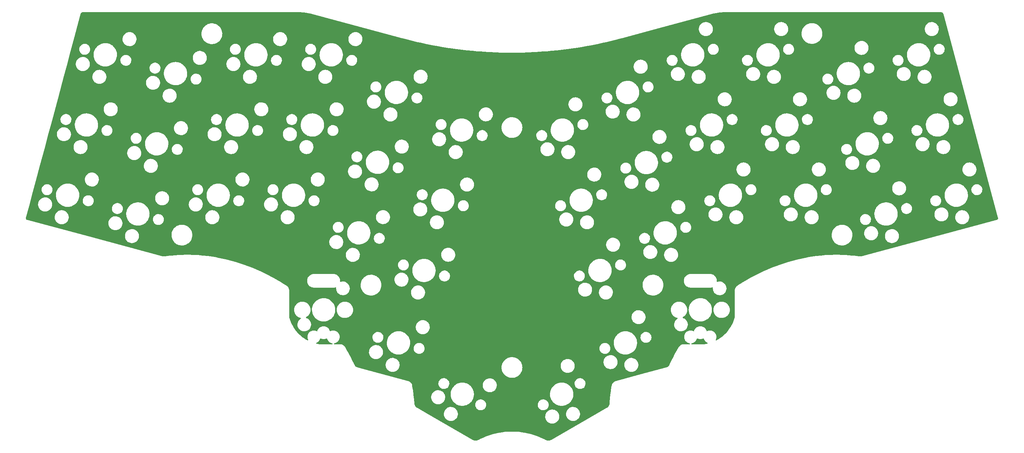
<source format=gbl>
G04 #@! TF.GenerationSoftware,KiCad,Pcbnew,(5.99.0-12889-g70df3822b5)*
G04 #@! TF.CreationDate,2021-11-23T08:41:31-05:00*
G04 #@! TF.ProjectId,skidPlate,736b6964-506c-4617-9465-2e6b69636164,rev?*
G04 #@! TF.SameCoordinates,Original*
G04 #@! TF.FileFunction,Copper,L2,Bot*
G04 #@! TF.FilePolarity,Positive*
%FSLAX46Y46*%
G04 Gerber Fmt 4.6, Leading zero omitted, Abs format (unit mm)*
G04 Created by KiCad (PCBNEW (5.99.0-12889-g70df3822b5)) date 2021-11-23 08:41:31*
%MOMM*%
%LPD*%
G01*
G04 APERTURE LIST*
G04 #@! TA.AperFunction,ViaPad*
%ADD10C,0.800000*%
G04 #@! TD*
G04 APERTURE END LIST*
D10*
X161254669Y-143449442D03*
X161254669Y-48449442D03*
G04 #@! TA.AperFunction,NonConductor*
G36*
X210811043Y-121180128D02*
G01*
X210847703Y-121242934D01*
X210856741Y-121280579D01*
X210858633Y-121285146D01*
X210858633Y-121285147D01*
X210951468Y-121509269D01*
X210956642Y-121521761D01*
X211093042Y-121744346D01*
X211262582Y-121942853D01*
X211461089Y-122112393D01*
X211683674Y-122248793D01*
X211688244Y-122250686D01*
X211788487Y-122292208D01*
X211843767Y-122336757D01*
X211866188Y-122404120D01*
X211848630Y-122472911D01*
X211796667Y-122521290D01*
X211765220Y-122532121D01*
X211287525Y-122628595D01*
X211264316Y-122631075D01*
X211257987Y-122631162D01*
X211257986Y-122631162D01*
X211249010Y-122631285D01*
X211226001Y-122638356D01*
X211206590Y-122642680D01*
X211164394Y-122648632D01*
X211157375Y-122649422D01*
X211081098Y-122655850D01*
X211074070Y-122656244D01*
X211039056Y-122657226D01*
X211016141Y-122655775D01*
X211009143Y-122654685D01*
X211009140Y-122654685D01*
X211000271Y-122653304D01*
X210991369Y-122654468D01*
X210991366Y-122654468D01*
X210972596Y-122656923D01*
X210969293Y-122657355D01*
X210968750Y-122657426D01*
X210952412Y-122658490D01*
X207726493Y-122658490D01*
X207658372Y-122638488D01*
X207611879Y-122584832D01*
X207601775Y-122514558D01*
X207631269Y-122449978D01*
X207690995Y-122411594D01*
X207699220Y-122409743D01*
X207699194Y-122409636D01*
X207722170Y-122404120D01*
X207953034Y-122348694D01*
X207957607Y-122346800D01*
X208189642Y-122250688D01*
X208189646Y-122250686D01*
X208194216Y-122248793D01*
X208416801Y-122112393D01*
X208615308Y-121942853D01*
X208784848Y-121744346D01*
X208921248Y-121521761D01*
X208926423Y-121509269D01*
X209019257Y-121285147D01*
X209019257Y-121285146D01*
X209021149Y-121280579D01*
X209030187Y-121242934D01*
X209065539Y-121181364D01*
X209128565Y-121148681D01*
X209200923Y-121155938D01*
X209424856Y-121248694D01*
X209513876Y-121270066D01*
X209673883Y-121308481D01*
X209673889Y-121308482D01*
X209678696Y-121309636D01*
X209769829Y-121316808D01*
X209871330Y-121324797D01*
X209871339Y-121324797D01*
X209873787Y-121324990D01*
X210004103Y-121324990D01*
X210006551Y-121324797D01*
X210006560Y-121324797D01*
X210108061Y-121316808D01*
X210199194Y-121309636D01*
X210204001Y-121308482D01*
X210204007Y-121308481D01*
X210364014Y-121270066D01*
X210453034Y-121248694D01*
X210676967Y-121155938D01*
X210747556Y-121148349D01*
X210811043Y-121180128D01*
G37*
G04 #@! TD.AperFunction*
G04 #@! TA.AperFunction,NonConductor*
G36*
X113442491Y-121180128D02*
G01*
X113479151Y-121242934D01*
X113488189Y-121280579D01*
X113490081Y-121285146D01*
X113490081Y-121285147D01*
X113582916Y-121509269D01*
X113588090Y-121521761D01*
X113724490Y-121744346D01*
X113894030Y-121942853D01*
X114092537Y-122112393D01*
X114315122Y-122248793D01*
X114319692Y-122250686D01*
X114319696Y-122250688D01*
X114551731Y-122346800D01*
X114556304Y-122348694D01*
X114787168Y-122404120D01*
X114810144Y-122409636D01*
X114809713Y-122411433D01*
X114866710Y-122438454D01*
X114904236Y-122498723D01*
X114903222Y-122569712D01*
X114863989Y-122628884D01*
X114798993Y-122657451D01*
X114782845Y-122658490D01*
X111564672Y-122658490D01*
X111545287Y-122656990D01*
X111530480Y-122654684D01*
X111530476Y-122654684D01*
X111521607Y-122653303D01*
X111497736Y-122656424D01*
X111477880Y-122657439D01*
X111435268Y-122656244D01*
X111428238Y-122655850D01*
X111351943Y-122649420D01*
X111344961Y-122648635D01*
X111310276Y-122643742D01*
X111287933Y-122638478D01*
X111281206Y-122636229D01*
X111281204Y-122636229D01*
X111272691Y-122633383D01*
X111263719Y-122633041D01*
X111263714Y-122633040D01*
X111249354Y-122632492D01*
X111229213Y-122630090D01*
X110744125Y-122532123D01*
X110681312Y-122499032D01*
X110646361Y-122437234D01*
X110650368Y-122366351D01*
X110692062Y-122308887D01*
X110720847Y-122292210D01*
X110774528Y-122269974D01*
X110821090Y-122250688D01*
X110821094Y-122250686D01*
X110825664Y-122248793D01*
X111048249Y-122112393D01*
X111246756Y-121942853D01*
X111416296Y-121744346D01*
X111552696Y-121521761D01*
X111557871Y-121509269D01*
X111650705Y-121285147D01*
X111650705Y-121285146D01*
X111652597Y-121280579D01*
X111661635Y-121242934D01*
X111696987Y-121181364D01*
X111760013Y-121148681D01*
X111832371Y-121155938D01*
X112056304Y-121248694D01*
X112145324Y-121270066D01*
X112305331Y-121308481D01*
X112305337Y-121308482D01*
X112310144Y-121309636D01*
X112401277Y-121316808D01*
X112502778Y-121324797D01*
X112502787Y-121324797D01*
X112505235Y-121324990D01*
X112635551Y-121324990D01*
X112637999Y-121324797D01*
X112638008Y-121324797D01*
X112739509Y-121316808D01*
X112830642Y-121309636D01*
X112835449Y-121308482D01*
X112835455Y-121308481D01*
X112995462Y-121270066D01*
X113084482Y-121248694D01*
X113308415Y-121155938D01*
X113379004Y-121148349D01*
X113442491Y-121180128D01*
G37*
G04 #@! TD.AperFunction*
G04 #@! TA.AperFunction,NonConductor*
G36*
X106537565Y-36799643D02*
G01*
X106552359Y-36801947D01*
X106552363Y-36801947D01*
X106561232Y-36803328D01*
X106585542Y-36800149D01*
X106605175Y-36799128D01*
X107060989Y-36811064D01*
X107067542Y-36811407D01*
X107484707Y-36844239D01*
X107556407Y-36849882D01*
X107562967Y-36850572D01*
X107569234Y-36851397D01*
X108049115Y-36914574D01*
X108055613Y-36915604D01*
X108537757Y-37004964D01*
X108544190Y-37006331D01*
X108980159Y-37110998D01*
X109001693Y-37118277D01*
X109008599Y-37121330D01*
X109008601Y-37121331D01*
X109016813Y-37124961D01*
X109025710Y-37126140D01*
X109025713Y-37126141D01*
X109048330Y-37129138D01*
X109064387Y-37132339D01*
X132892495Y-43517061D01*
X132912234Y-43524158D01*
X132926040Y-43530464D01*
X132926044Y-43530465D01*
X132930465Y-43532485D01*
X132942537Y-43535878D01*
X132945487Y-43536233D01*
X132947235Y-43536632D01*
X134314565Y-43889338D01*
X134923359Y-44046378D01*
X134923881Y-44046502D01*
X134923908Y-44046509D01*
X136912638Y-44520030D01*
X136912682Y-44520040D01*
X136913274Y-44520181D01*
X136913857Y-44520308D01*
X136913873Y-44520312D01*
X137517751Y-44652215D01*
X138911701Y-44956691D01*
X140917941Y-45355757D01*
X141688338Y-45494076D01*
X142930715Y-45717136D01*
X142930757Y-45717143D01*
X142931291Y-45717239D01*
X143379508Y-45789089D01*
X144950500Y-46040922D01*
X144950517Y-46040925D01*
X144951050Y-46041010D01*
X145086328Y-46060108D01*
X146975912Y-46326873D01*
X146975941Y-46326877D01*
X146976509Y-46326957D01*
X146977106Y-46327030D01*
X146977137Y-46327034D01*
X148972479Y-46570768D01*
X149006961Y-46574980D01*
X149007555Y-46575041D01*
X149007570Y-46575043D01*
X149629598Y-46639245D01*
X151041695Y-46784993D01*
X151042290Y-46785043D01*
X151042341Y-46785048D01*
X152269397Y-46888549D01*
X153080001Y-46956923D01*
X155121166Y-47090708D01*
X155343807Y-47101124D01*
X157163853Y-47186273D01*
X157163864Y-47186273D01*
X157164475Y-47186302D01*
X157165059Y-47186318D01*
X157165102Y-47186320D01*
X158510356Y-47224063D01*
X159209214Y-47243671D01*
X159209846Y-47243677D01*
X159209851Y-47243677D01*
X161254027Y-47262791D01*
X161254669Y-47262797D01*
X161255311Y-47262791D01*
X163299487Y-47243677D01*
X163299492Y-47243677D01*
X163300124Y-47243671D01*
X163998982Y-47224063D01*
X165344236Y-47186320D01*
X165344279Y-47186318D01*
X165344863Y-47186302D01*
X165345474Y-47186273D01*
X165345485Y-47186273D01*
X167165531Y-47101124D01*
X167388172Y-47090708D01*
X169429337Y-46956923D01*
X170239941Y-46888549D01*
X171466997Y-46785048D01*
X171467048Y-46785043D01*
X171467643Y-46784993D01*
X172879740Y-46639245D01*
X173501768Y-46575043D01*
X173501783Y-46575041D01*
X173502377Y-46574980D01*
X173536859Y-46570768D01*
X175532201Y-46327034D01*
X175532232Y-46327030D01*
X175532829Y-46326957D01*
X175533397Y-46326877D01*
X175533426Y-46326873D01*
X177423010Y-46060108D01*
X177558288Y-46041010D01*
X177558821Y-46040925D01*
X177558838Y-46040922D01*
X179129830Y-45789089D01*
X179578047Y-45717239D01*
X179578581Y-45717143D01*
X179578623Y-45717136D01*
X180821000Y-45494076D01*
X181591397Y-45355757D01*
X183597637Y-44956691D01*
X184991587Y-44652215D01*
X185595465Y-44520312D01*
X185595481Y-44520308D01*
X185596064Y-44520181D01*
X185596656Y-44520040D01*
X185596700Y-44520030D01*
X187585430Y-44046509D01*
X187585457Y-44046502D01*
X187585979Y-44046378D01*
X189549283Y-43539938D01*
X189553026Y-43539131D01*
X189554650Y-43538976D01*
X189566801Y-43535878D01*
X189571272Y-43533966D01*
X189571279Y-43533964D01*
X189592423Y-43524923D01*
X189609342Y-43519072D01*
X198045998Y-41258476D01*
X209561503Y-41258476D01*
X209597751Y-41524823D01*
X209599059Y-41529309D01*
X209599059Y-41529311D01*
X209616421Y-41588879D01*
X209672969Y-41782886D01*
X209785506Y-42026997D01*
X209788069Y-42030906D01*
X209930322Y-42247879D01*
X209930326Y-42247884D01*
X209932888Y-42251792D01*
X210111879Y-42452334D01*
X210318545Y-42624216D01*
X210548347Y-42763664D01*
X210552661Y-42765473D01*
X210552665Y-42765475D01*
X210602459Y-42786355D01*
X210796236Y-42867612D01*
X211056768Y-42933779D01*
X211280025Y-42956260D01*
X211439928Y-42956260D01*
X211442253Y-42956087D01*
X211442259Y-42956087D01*
X211635099Y-42941756D01*
X211635100Y-42941756D01*
X211639754Y-42941410D01*
X211644307Y-42940380D01*
X211644312Y-42940379D01*
X211897360Y-42883121D01*
X211897365Y-42883120D01*
X211901928Y-42882087D01*
X212152453Y-42784662D01*
X212385827Y-42651278D01*
X212405421Y-42635832D01*
X212505123Y-42557233D01*
X212596922Y-42484865D01*
X212781100Y-42289077D01*
X212899617Y-42118236D01*
X212931652Y-42072059D01*
X212931654Y-42072056D01*
X212934317Y-42068217D01*
X212952717Y-42030906D01*
X213051140Y-41831324D01*
X213051141Y-41831321D01*
X213053205Y-41827136D01*
X213135153Y-41571130D01*
X213178361Y-41305823D01*
X213178981Y-41258476D01*
X229024695Y-41258476D01*
X229060943Y-41524823D01*
X229062251Y-41529309D01*
X229062251Y-41529311D01*
X229079613Y-41588879D01*
X229136161Y-41782886D01*
X229248698Y-42026997D01*
X229251261Y-42030906D01*
X229393514Y-42247879D01*
X229393518Y-42247884D01*
X229396080Y-42251792D01*
X229575071Y-42452334D01*
X229781737Y-42624216D01*
X230011539Y-42763664D01*
X230015853Y-42765473D01*
X230015857Y-42765475D01*
X230065651Y-42786355D01*
X230259428Y-42867612D01*
X230519960Y-42933779D01*
X230743217Y-42956260D01*
X230903120Y-42956260D01*
X230905445Y-42956087D01*
X230905451Y-42956087D01*
X231098291Y-42941756D01*
X231098292Y-42941756D01*
X231102946Y-42941410D01*
X231107499Y-42940380D01*
X231107504Y-42940379D01*
X231360552Y-42883121D01*
X231360557Y-42883120D01*
X231365120Y-42882087D01*
X231615645Y-42784662D01*
X231849019Y-42651278D01*
X231868613Y-42635832D01*
X231968315Y-42557233D01*
X232060114Y-42484865D01*
X232200790Y-42335321D01*
X236108197Y-42335321D01*
X236133953Y-42662579D01*
X236199400Y-42984259D01*
X236303561Y-43295565D01*
X236444885Y-43591857D01*
X236446947Y-43595094D01*
X236446950Y-43595099D01*
X236607828Y-43847625D01*
X236621265Y-43868717D01*
X236830070Y-44122018D01*
X237068189Y-44347984D01*
X237332071Y-44543247D01*
X237474927Y-44624071D01*
X237614426Y-44702996D01*
X237614430Y-44702998D01*
X237617783Y-44704895D01*
X237621344Y-44706370D01*
X237621346Y-44706371D01*
X237632232Y-44710880D01*
X237921065Y-44830518D01*
X238012701Y-44855931D01*
X238233680Y-44917215D01*
X238233688Y-44917217D01*
X238237396Y-44918245D01*
X238562060Y-44966766D01*
X238565358Y-44966910D01*
X238678225Y-44971838D01*
X238678229Y-44971838D01*
X238679601Y-44971898D01*
X238879757Y-44971898D01*
X239124045Y-44956957D01*
X239127828Y-44956256D01*
X239127835Y-44956255D01*
X239332914Y-44918245D01*
X239446818Y-44897134D01*
X239658097Y-44830518D01*
X239756223Y-44799579D01*
X239756226Y-44799578D01*
X239759895Y-44798421D01*
X239763392Y-44796827D01*
X239763398Y-44796825D01*
X240055100Y-44663889D01*
X240055104Y-44663887D01*
X240058608Y-44662290D01*
X240075049Y-44652215D01*
X240335226Y-44492778D01*
X240335229Y-44492776D01*
X240338504Y-44490769D01*
X240341508Y-44488379D01*
X240341513Y-44488376D01*
X240592400Y-44288811D01*
X240592399Y-44288811D01*
X240595411Y-44286416D01*
X240652137Y-44228692D01*
X240754366Y-44124662D01*
X240825498Y-44052278D01*
X240943400Y-43898625D01*
X241022987Y-43794906D01*
X241022989Y-43794903D01*
X241025337Y-43791843D01*
X241191946Y-43508996D01*
X241322844Y-43207953D01*
X241416077Y-42893201D01*
X241470258Y-42569433D01*
X241484577Y-42241475D01*
X241458821Y-41914217D01*
X241393374Y-41592537D01*
X241289213Y-41281231D01*
X241278359Y-41258476D01*
X267951079Y-41258476D01*
X267987327Y-41524823D01*
X267988635Y-41529309D01*
X267988635Y-41529311D01*
X268005997Y-41588879D01*
X268062545Y-41782886D01*
X268175082Y-42026997D01*
X268177645Y-42030906D01*
X268319898Y-42247879D01*
X268319902Y-42247884D01*
X268322464Y-42251792D01*
X268501455Y-42452334D01*
X268708121Y-42624216D01*
X268937923Y-42763664D01*
X268942237Y-42765473D01*
X268942241Y-42765475D01*
X268992035Y-42786355D01*
X269185812Y-42867612D01*
X269446344Y-42933779D01*
X269669601Y-42956260D01*
X269829504Y-42956260D01*
X269831829Y-42956087D01*
X269831835Y-42956087D01*
X270024675Y-42941756D01*
X270024676Y-42941756D01*
X270029330Y-42941410D01*
X270033883Y-42940380D01*
X270033888Y-42940379D01*
X270286936Y-42883121D01*
X270286941Y-42883120D01*
X270291504Y-42882087D01*
X270542029Y-42784662D01*
X270775403Y-42651278D01*
X270794997Y-42635832D01*
X270894699Y-42557233D01*
X270986498Y-42484865D01*
X271170676Y-42289077D01*
X271289193Y-42118236D01*
X271321228Y-42072059D01*
X271321230Y-42072056D01*
X271323893Y-42068217D01*
X271342293Y-42030906D01*
X271440716Y-41831324D01*
X271440717Y-41831321D01*
X271442781Y-41827136D01*
X271524729Y-41571130D01*
X271567937Y-41305823D01*
X271571006Y-41071331D01*
X271571394Y-41041721D01*
X271571394Y-41041718D01*
X271571455Y-41037044D01*
X271535207Y-40770697D01*
X271520413Y-40719939D01*
X271481571Y-40586680D01*
X271459989Y-40512634D01*
X271347452Y-40268523D01*
X271265237Y-40143124D01*
X271202636Y-40047641D01*
X271202632Y-40047636D01*
X271200070Y-40043728D01*
X271021079Y-39843186D01*
X270825857Y-39680822D01*
X270818007Y-39674293D01*
X270818006Y-39674292D01*
X270814413Y-39671304D01*
X270584611Y-39531856D01*
X270580297Y-39530047D01*
X270580293Y-39530045D01*
X270341036Y-39429717D01*
X270336722Y-39427908D01*
X270076190Y-39361741D01*
X269852933Y-39339260D01*
X269693030Y-39339260D01*
X269690705Y-39339433D01*
X269690699Y-39339433D01*
X269497859Y-39353764D01*
X269497858Y-39353764D01*
X269493204Y-39354110D01*
X269488651Y-39355140D01*
X269488646Y-39355141D01*
X269235598Y-39412399D01*
X269235593Y-39412400D01*
X269231030Y-39413433D01*
X268980505Y-39510858D01*
X268747131Y-39644242D01*
X268743465Y-39647132D01*
X268743462Y-39647134D01*
X268700729Y-39680822D01*
X268536036Y-39810655D01*
X268351858Y-40006443D01*
X268198641Y-40227303D01*
X268196574Y-40231493D01*
X268196573Y-40231496D01*
X268085002Y-40457741D01*
X268079753Y-40468384D01*
X267997805Y-40724390D01*
X267997055Y-40728997D01*
X267997054Y-40729000D01*
X267978316Y-40844059D01*
X267954597Y-40989697D01*
X267951079Y-41258476D01*
X241278359Y-41258476D01*
X241147889Y-40984939D01*
X241058139Y-40844059D01*
X240973576Y-40711323D01*
X240973573Y-40711319D01*
X240971509Y-40708079D01*
X240762704Y-40454778D01*
X240524585Y-40228812D01*
X240260703Y-40033549D01*
X240047469Y-39912907D01*
X239978348Y-39873800D01*
X239978344Y-39873798D01*
X239974991Y-39871901D01*
X239891894Y-39837481D01*
X239749198Y-39778375D01*
X239671709Y-39746278D01*
X239566168Y-39717009D01*
X239359094Y-39659581D01*
X239359086Y-39659579D01*
X239355378Y-39658551D01*
X239030714Y-39610030D01*
X239027416Y-39609886D01*
X238914549Y-39604958D01*
X238914545Y-39604958D01*
X238913173Y-39604898D01*
X238713017Y-39604898D01*
X238468729Y-39619839D01*
X238464946Y-39620540D01*
X238464939Y-39620541D01*
X238337063Y-39644242D01*
X238145956Y-39679662D01*
X238025452Y-39717657D01*
X237836551Y-39777217D01*
X237836548Y-39777218D01*
X237832879Y-39778375D01*
X237829382Y-39779969D01*
X237829376Y-39779971D01*
X237537674Y-39912907D01*
X237537670Y-39912909D01*
X237534166Y-39914506D01*
X237530887Y-39916516D01*
X237530884Y-39916517D01*
X237509648Y-39929531D01*
X237254270Y-40086027D01*
X237251266Y-40088417D01*
X237251261Y-40088420D01*
X237071434Y-40231461D01*
X236997363Y-40290380D01*
X236994671Y-40293119D01*
X236994667Y-40293123D01*
X236936584Y-40352229D01*
X236767276Y-40524518D01*
X236764931Y-40527574D01*
X236574823Y-40775328D01*
X236567437Y-40784953D01*
X236400828Y-41067800D01*
X236269930Y-41368843D01*
X236176697Y-41683595D01*
X236122516Y-42007363D01*
X236108197Y-42335321D01*
X232200790Y-42335321D01*
X232244292Y-42289077D01*
X232362809Y-42118236D01*
X232394844Y-42072059D01*
X232394846Y-42072056D01*
X232397509Y-42068217D01*
X232415909Y-42030906D01*
X232514332Y-41831324D01*
X232514333Y-41831321D01*
X232516397Y-41827136D01*
X232598345Y-41571130D01*
X232641553Y-41305823D01*
X232644622Y-41071331D01*
X232645010Y-41041721D01*
X232645010Y-41041718D01*
X232645071Y-41037044D01*
X232608823Y-40770697D01*
X232594029Y-40719939D01*
X232555187Y-40586680D01*
X232533605Y-40512634D01*
X232421068Y-40268523D01*
X232338853Y-40143124D01*
X232276252Y-40047641D01*
X232276248Y-40047636D01*
X232273686Y-40043728D01*
X232094695Y-39843186D01*
X231899473Y-39680822D01*
X231891623Y-39674293D01*
X231891622Y-39674292D01*
X231888029Y-39671304D01*
X231658227Y-39531856D01*
X231653913Y-39530047D01*
X231653909Y-39530045D01*
X231414652Y-39429717D01*
X231410338Y-39427908D01*
X231149806Y-39361741D01*
X230926549Y-39339260D01*
X230766646Y-39339260D01*
X230764321Y-39339433D01*
X230764315Y-39339433D01*
X230571475Y-39353764D01*
X230571474Y-39353764D01*
X230566820Y-39354110D01*
X230562267Y-39355140D01*
X230562262Y-39355141D01*
X230309214Y-39412399D01*
X230309209Y-39412400D01*
X230304646Y-39413433D01*
X230054121Y-39510858D01*
X229820747Y-39644242D01*
X229817081Y-39647132D01*
X229817078Y-39647134D01*
X229774345Y-39680822D01*
X229609652Y-39810655D01*
X229425474Y-40006443D01*
X229272257Y-40227303D01*
X229270190Y-40231493D01*
X229270189Y-40231496D01*
X229158618Y-40457741D01*
X229153369Y-40468384D01*
X229071421Y-40724390D01*
X229070671Y-40728997D01*
X229070670Y-40729000D01*
X229051932Y-40844059D01*
X229028213Y-40989697D01*
X229024695Y-41258476D01*
X213178981Y-41258476D01*
X213181430Y-41071331D01*
X213181818Y-41041721D01*
X213181818Y-41041718D01*
X213181879Y-41037044D01*
X213145631Y-40770697D01*
X213130837Y-40719939D01*
X213091995Y-40586680D01*
X213070413Y-40512634D01*
X212957876Y-40268523D01*
X212875661Y-40143124D01*
X212813060Y-40047641D01*
X212813056Y-40047636D01*
X212810494Y-40043728D01*
X212631503Y-39843186D01*
X212436281Y-39680822D01*
X212428431Y-39674293D01*
X212428430Y-39674292D01*
X212424837Y-39671304D01*
X212195035Y-39531856D01*
X212190721Y-39530047D01*
X212190717Y-39530045D01*
X211951460Y-39429717D01*
X211947146Y-39427908D01*
X211686614Y-39361741D01*
X211463357Y-39339260D01*
X211303454Y-39339260D01*
X211301129Y-39339433D01*
X211301123Y-39339433D01*
X211108283Y-39353764D01*
X211108282Y-39353764D01*
X211103628Y-39354110D01*
X211099075Y-39355140D01*
X211099070Y-39355141D01*
X210846022Y-39412399D01*
X210846017Y-39412400D01*
X210841454Y-39413433D01*
X210590929Y-39510858D01*
X210357555Y-39644242D01*
X210353889Y-39647132D01*
X210353886Y-39647134D01*
X210311153Y-39680822D01*
X210146460Y-39810655D01*
X209962282Y-40006443D01*
X209809065Y-40227303D01*
X209806998Y-40231493D01*
X209806997Y-40231496D01*
X209695426Y-40457741D01*
X209690177Y-40468384D01*
X209608229Y-40724390D01*
X209607479Y-40728997D01*
X209607478Y-40729000D01*
X209588740Y-40844059D01*
X209565021Y-40989697D01*
X209561503Y-41258476D01*
X198045998Y-41258476D01*
X213437475Y-37134341D01*
X213456586Y-37130774D01*
X213458735Y-37130543D01*
X213471490Y-37129169D01*
X213471494Y-37129168D01*
X213480413Y-37128207D01*
X213497057Y-37121330D01*
X213503072Y-37118845D01*
X213521774Y-37112777D01*
X213592269Y-37095853D01*
X213965157Y-37006331D01*
X213971574Y-37004968D01*
X214453726Y-36915606D01*
X214460224Y-36914576D01*
X214940113Y-36851398D01*
X214946372Y-36850574D01*
X214952932Y-36849884D01*
X215024657Y-36844239D01*
X215441797Y-36811409D01*
X215448350Y-36811066D01*
X215743795Y-36803329D01*
X215896550Y-36799329D01*
X215919232Y-36800786D01*
X215926692Y-36801948D01*
X215926698Y-36801948D01*
X215935567Y-36803329D01*
X215944469Y-36802165D01*
X215944472Y-36802165D01*
X215964628Y-36799529D01*
X215967089Y-36799207D01*
X215983426Y-36798143D01*
X272198238Y-36798143D01*
X272217623Y-36799643D01*
X272232418Y-36801947D01*
X272232421Y-36801947D01*
X272241290Y-36803328D01*
X272250727Y-36802094D01*
X272280776Y-36801780D01*
X272340333Y-36808303D01*
X272367116Y-36814241D01*
X272442420Y-36839803D01*
X272467284Y-36851397D01*
X272524999Y-36886419D01*
X272535272Y-36892653D01*
X272557037Y-36909354D01*
X272614487Y-36964350D01*
X272632119Y-36985363D01*
X272646133Y-37006335D01*
X272676303Y-37051488D01*
X272688971Y-37075822D01*
X272708274Y-37125460D01*
X272711992Y-37140718D01*
X272712985Y-37140465D01*
X272715204Y-37149169D01*
X272716165Y-37158090D01*
X272719592Y-37166383D01*
X272719592Y-37166384D01*
X272728303Y-37187466D01*
X272733559Y-37202971D01*
X281241219Y-68953987D01*
X286849672Y-89885016D01*
X286850007Y-89886268D01*
X286853575Y-89905380D01*
X286856141Y-89929198D01*
X286859605Y-89937580D01*
X286867749Y-89966922D01*
X286868801Y-89973904D01*
X286877077Y-90028818D01*
X286878132Y-90057010D01*
X286872717Y-90129282D01*
X286872021Y-90138564D01*
X286866775Y-90166287D01*
X286843681Y-90241158D01*
X286842671Y-90244432D01*
X286831389Y-90270290D01*
X286823523Y-90283915D01*
X286790496Y-90341118D01*
X286773743Y-90363817D01*
X286762136Y-90376327D01*
X286718117Y-90423767D01*
X286696734Y-90442169D01*
X286629161Y-90488239D01*
X286604216Y-90501423D01*
X286597444Y-90504081D01*
X286552832Y-90521590D01*
X286552098Y-90521878D01*
X286537189Y-90526683D01*
X286528512Y-90528895D01*
X286519591Y-90529856D01*
X286511299Y-90533282D01*
X286511296Y-90533283D01*
X286490215Y-90541994D01*
X286474710Y-90547250D01*
X271383306Y-94590980D01*
X251605825Y-99890340D01*
X251586720Y-99893907D01*
X251562895Y-99896474D01*
X251554596Y-99899903D01*
X251547936Y-99902655D01*
X251524256Y-99909812D01*
X251371495Y-99940008D01*
X251354859Y-99942159D01*
X251173312Y-99953407D01*
X251156531Y-99953327D01*
X251143046Y-99952363D01*
X251011989Y-99942988D01*
X250989307Y-99938671D01*
X250989228Y-99939014D01*
X250984480Y-99937915D01*
X250979837Y-99936455D01*
X250973906Y-99935557D01*
X250973643Y-99935478D01*
X250973369Y-99935476D01*
X250967438Y-99934578D01*
X250962823Y-99934597D01*
X250957270Y-99934050D01*
X249740326Y-99783004D01*
X249740328Y-99783004D01*
X249739432Y-99782893D01*
X249087510Y-99721181D01*
X248508522Y-99666372D01*
X248508500Y-99666370D01*
X248507610Y-99666286D01*
X247272917Y-99585576D01*
X247272046Y-99585544D01*
X247272017Y-99585543D01*
X246131407Y-99544271D01*
X246036398Y-99540833D01*
X245278308Y-99535478D01*
X244799995Y-99532099D01*
X244799974Y-99532099D01*
X244799101Y-99532093D01*
X244798196Y-99532113D01*
X244798189Y-99532113D01*
X243563024Y-99559345D01*
X243563022Y-99559345D01*
X243562073Y-99559366D01*
X243561149Y-99559413D01*
X243561130Y-99559414D01*
X242969862Y-99589683D01*
X242326363Y-99622626D01*
X241093018Y-99721821D01*
X239863081Y-99856867D01*
X239862175Y-99856993D01*
X239862161Y-99856995D01*
X238638500Y-100027523D01*
X238637596Y-100027649D01*
X238098478Y-100118846D01*
X237634514Y-100197330D01*
X237417600Y-100234023D01*
X237416694Y-100234204D01*
X237416686Y-100234205D01*
X236994188Y-100318390D01*
X236204126Y-100475814D01*
X235019960Y-100747820D01*
X235013656Y-100749022D01*
X235010244Y-100749273D01*
X235005489Y-100750377D01*
X235002769Y-100751008D01*
X235002763Y-100751010D01*
X234998029Y-100752109D01*
X234993516Y-100753925D01*
X234991686Y-100754502D01*
X234985420Y-100756301D01*
X233733243Y-101080847D01*
X233733226Y-101080852D01*
X233732426Y-101081059D01*
X232475759Y-101442608D01*
X232474967Y-101442859D01*
X232474963Y-101442860D01*
X231229906Y-101837122D01*
X231229884Y-101837129D01*
X231229127Y-101837369D01*
X231228370Y-101837631D01*
X231228364Y-101837633D01*
X229994176Y-102264799D01*
X229994164Y-102264803D01*
X229993408Y-102265065D01*
X228769470Y-102725394D01*
X228578941Y-102802883D01*
X227558924Y-103217728D01*
X227558900Y-103217738D01*
X227558175Y-103218033D01*
X227557457Y-103218348D01*
X227557451Y-103218350D01*
X227216507Y-103367674D01*
X226360377Y-103742635D01*
X225176918Y-104298830D01*
X224008632Y-104886227D01*
X224007901Y-104886619D01*
X224007884Y-104886628D01*
X223464609Y-105178087D01*
X222856342Y-105504413D01*
X221720857Y-106152951D01*
X221720155Y-106153377D01*
X221720140Y-106153386D01*
X220627129Y-106816729D01*
X220602978Y-106831386D01*
X220602300Y-106831822D01*
X220602288Y-106831830D01*
X220146410Y-107125327D01*
X219579885Y-107490059D01*
X219523916Y-107526092D01*
X219517188Y-107530069D01*
X219513533Y-107531695D01*
X219502997Y-107538494D01*
X219490367Y-107549740D01*
X219483428Y-107555486D01*
X219335292Y-107669431D01*
X219332196Y-107672596D01*
X219332194Y-107672598D01*
X219189701Y-107818279D01*
X219189697Y-107818283D01*
X219186597Y-107821453D01*
X219183969Y-107825031D01*
X219183967Y-107825033D01*
X219173320Y-107839528D01*
X219060705Y-107992836D01*
X218989210Y-108125990D01*
X218964346Y-108172297D01*
X218960108Y-108180189D01*
X218958579Y-108184353D01*
X218958576Y-108184360D01*
X218888635Y-108374798D01*
X218886796Y-108379804D01*
X218842220Y-108587732D01*
X218833455Y-108712034D01*
X218830214Y-108758002D01*
X218828780Y-108770043D01*
X218825874Y-108787318D01*
X218825721Y-108799857D01*
X218826411Y-108804674D01*
X218829672Y-108827446D01*
X218830945Y-108845308D01*
X218830945Y-115456895D01*
X218829445Y-115476279D01*
X218825759Y-115499953D01*
X218828341Y-115519693D01*
X218829265Y-115541940D01*
X218824633Y-115640389D01*
X218823522Y-115652171D01*
X218822787Y-115657347D01*
X218805472Y-115779291D01*
X218803258Y-115790923D01*
X218782029Y-115879564D01*
X218773679Y-115903488D01*
X218768739Y-115914077D01*
X218767379Y-115922949D01*
X218767379Y-115922950D01*
X218765203Y-115937150D01*
X218760527Y-115956884D01*
X218591139Y-116479886D01*
X218588491Y-116487268D01*
X218374721Y-117029599D01*
X218371620Y-117036803D01*
X218316386Y-117154825D01*
X218124504Y-117564827D01*
X218120968Y-117571808D01*
X217921419Y-117937102D01*
X217841488Y-118083424D01*
X217837527Y-118090168D01*
X217583158Y-118493889D01*
X217526752Y-118583414D01*
X217522367Y-118589915D01*
X217343585Y-118837984D01*
X217206324Y-119028441D01*
X217181516Y-119062863D01*
X217176742Y-119069070D01*
X217036650Y-119239942D01*
X216807133Y-119519888D01*
X216801975Y-119525795D01*
X216405026Y-119952756D01*
X216399509Y-119958331D01*
X215976785Y-120359751D01*
X215970933Y-120364972D01*
X215524032Y-120739335D01*
X215517874Y-120744175D01*
X215134412Y-121026739D01*
X215048568Y-121089995D01*
X215042118Y-121094446D01*
X214684639Y-121324990D01*
X214552182Y-121410414D01*
X214545488Y-121414442D01*
X214163653Y-121628297D01*
X214107603Y-121659689D01*
X214038395Y-121675524D01*
X213971612Y-121651429D01*
X213928457Y-121595054D01*
X213922632Y-121524297D01*
X213929624Y-121501539D01*
X214007396Y-121313781D01*
X214019255Y-121285152D01*
X214019257Y-121285147D01*
X214021149Y-121280579D01*
X214052895Y-121148349D01*
X214080936Y-121031552D01*
X214080937Y-121031546D01*
X214082091Y-121026739D01*
X214102573Y-120766490D01*
X214082091Y-120506241D01*
X214080937Y-120501434D01*
X214080936Y-120501428D01*
X214042521Y-120341421D01*
X214021149Y-120252401D01*
X214014605Y-120236602D01*
X213923143Y-120015793D01*
X213923141Y-120015789D01*
X213921248Y-120011219D01*
X213784848Y-119788634D01*
X213615308Y-119590127D01*
X213416801Y-119420587D01*
X213194216Y-119284187D01*
X213189646Y-119282294D01*
X213189642Y-119282292D01*
X212957607Y-119186180D01*
X212957605Y-119186179D01*
X212953034Y-119184286D01*
X212851168Y-119159830D01*
X212704007Y-119124499D01*
X212704001Y-119124498D01*
X212699194Y-119123344D01*
X212608061Y-119116172D01*
X212506560Y-119108183D01*
X212506551Y-119108183D01*
X212504103Y-119107990D01*
X212373787Y-119107990D01*
X212371339Y-119108183D01*
X212371330Y-119108183D01*
X212269829Y-119116172D01*
X212178696Y-119123344D01*
X212173889Y-119124498D01*
X212173883Y-119124499D01*
X212026722Y-119159830D01*
X211924856Y-119184286D01*
X211763375Y-119251174D01*
X211700924Y-119277042D01*
X211630334Y-119284631D01*
X211566847Y-119252852D01*
X211530187Y-119190046D01*
X211522304Y-119157211D01*
X211522303Y-119157209D01*
X211521149Y-119152401D01*
X211514063Y-119135294D01*
X211423143Y-118915793D01*
X211423141Y-118915789D01*
X211421248Y-118911219D01*
X211284848Y-118688634D01*
X211115308Y-118490127D01*
X210916801Y-118320587D01*
X210694216Y-118184187D01*
X210689646Y-118182294D01*
X210689642Y-118182292D01*
X210457607Y-118086180D01*
X210457605Y-118086179D01*
X210453034Y-118084286D01*
X210364014Y-118062914D01*
X210204007Y-118024499D01*
X210204001Y-118024498D01*
X210199194Y-118023344D01*
X210108061Y-118016172D01*
X210006560Y-118008183D01*
X210006551Y-118008183D01*
X210004103Y-118007990D01*
X209873787Y-118007990D01*
X209871339Y-118008183D01*
X209871330Y-118008183D01*
X209769829Y-118016172D01*
X209678696Y-118023344D01*
X209673889Y-118024498D01*
X209673883Y-118024499D01*
X209513876Y-118062914D01*
X209424856Y-118084286D01*
X209420285Y-118086179D01*
X209420283Y-118086180D01*
X209188248Y-118182292D01*
X209188244Y-118182294D01*
X209183674Y-118184187D01*
X208961089Y-118320587D01*
X208762582Y-118490127D01*
X208593042Y-118688634D01*
X208456642Y-118911219D01*
X208454749Y-118915789D01*
X208454747Y-118915793D01*
X208363827Y-119135294D01*
X208356741Y-119152401D01*
X208355587Y-119157209D01*
X208355586Y-119157211D01*
X208347703Y-119190046D01*
X208312351Y-119251616D01*
X208249325Y-119284299D01*
X208176966Y-119277042D01*
X208114516Y-119251174D01*
X207953034Y-119184286D01*
X207851168Y-119159830D01*
X207704007Y-119124499D01*
X207704001Y-119124498D01*
X207699194Y-119123344D01*
X207608061Y-119116172D01*
X207506560Y-119108183D01*
X207506551Y-119108183D01*
X207504103Y-119107990D01*
X207373787Y-119107990D01*
X207371339Y-119108183D01*
X207371330Y-119108183D01*
X207269829Y-119116172D01*
X207178696Y-119123344D01*
X207173889Y-119124498D01*
X207173883Y-119124499D01*
X207026722Y-119159830D01*
X206924856Y-119184286D01*
X206920285Y-119186179D01*
X206920283Y-119186180D01*
X206688248Y-119282292D01*
X206688244Y-119282294D01*
X206683674Y-119284187D01*
X206461089Y-119420587D01*
X206262582Y-119590127D01*
X206093042Y-119788634D01*
X205956642Y-120011219D01*
X205954749Y-120015789D01*
X205954747Y-120015793D01*
X205863285Y-120236602D01*
X205856741Y-120252401D01*
X205835369Y-120341421D01*
X205796954Y-120501428D01*
X205796953Y-120501434D01*
X205795799Y-120506241D01*
X205775317Y-120766490D01*
X205795799Y-121026739D01*
X205796953Y-121031546D01*
X205796954Y-121031552D01*
X205824995Y-121148349D01*
X205856741Y-121280579D01*
X205858633Y-121285147D01*
X205858635Y-121285152D01*
X205951468Y-121509269D01*
X205956642Y-121521761D01*
X206093042Y-121744346D01*
X206262582Y-121942853D01*
X206461089Y-122112393D01*
X206683674Y-122248793D01*
X206688244Y-122250686D01*
X206688248Y-122250688D01*
X206920283Y-122346800D01*
X206924856Y-122348694D01*
X207155720Y-122404120D01*
X207178696Y-122409636D01*
X207178265Y-122411433D01*
X207235262Y-122438454D01*
X207272788Y-122498723D01*
X207271774Y-122569712D01*
X207232541Y-122628884D01*
X207167545Y-122657451D01*
X207151397Y-122658490D01*
X205744315Y-122658490D01*
X205723410Y-122656744D01*
X205708440Y-122654225D01*
X205708435Y-122654225D01*
X205703647Y-122653419D01*
X205697317Y-122653342D01*
X205695966Y-122653325D01*
X205695962Y-122653325D01*
X205691108Y-122653266D01*
X205686303Y-122653954D01*
X205686292Y-122653955D01*
X205678196Y-122655115D01*
X205669624Y-122656045D01*
X205473332Y-122670560D01*
X205473330Y-122670560D01*
X205468696Y-122670903D01*
X205464165Y-122671923D01*
X205464159Y-122671924D01*
X205255657Y-122718866D01*
X205255654Y-122718867D01*
X205251123Y-122719887D01*
X205161043Y-122754729D01*
X205047463Y-122798661D01*
X205047457Y-122798664D01*
X205043121Y-122800341D01*
X205039079Y-122802637D01*
X205039074Y-122802640D01*
X204861584Y-122903490D01*
X204849217Y-122910517D01*
X204673628Y-123048016D01*
X204660817Y-123061527D01*
X204536539Y-123192591D01*
X204520175Y-123209848D01*
X204417687Y-123356113D01*
X204414769Y-123360277D01*
X204407618Y-123369535D01*
X204397722Y-123381188D01*
X204391172Y-123391881D01*
X204389303Y-123396363D01*
X204389300Y-123396368D01*
X204386835Y-123402279D01*
X204379448Y-123417149D01*
X203879890Y-124275597D01*
X203879585Y-124276147D01*
X203879556Y-124276198D01*
X203466861Y-125020426D01*
X203384783Y-125168441D01*
X202908278Y-126071350D01*
X202907982Y-126071941D01*
X202907962Y-126071979D01*
X202598487Y-126689028D01*
X202450579Y-126983936D01*
X202450295Y-126984534D01*
X202450291Y-126984541D01*
X202028460Y-127870971D01*
X202018648Y-127888017D01*
X202014954Y-127893411D01*
X202012367Y-127898820D01*
X202012214Y-127899050D01*
X202012131Y-127899313D01*
X202009544Y-127904724D01*
X202006441Y-127915064D01*
X201995927Y-127939989D01*
X201913223Y-128088983D01*
X201903165Y-128104346D01*
X201782306Y-128262472D01*
X201770121Y-128276210D01*
X201627558Y-128415094D01*
X201613507Y-128426915D01*
X201452280Y-128543598D01*
X201436659Y-128553252D01*
X201358119Y-128594201D01*
X201260171Y-128645267D01*
X201243323Y-128652543D01*
X201085735Y-128707356D01*
X201068974Y-128711122D01*
X201068980Y-128711144D01*
X201060285Y-128713360D01*
X201051357Y-128714322D01*
X201043059Y-128717751D01*
X201043054Y-128717752D01*
X201021978Y-128726460D01*
X201006474Y-128731716D01*
X194661723Y-130431788D01*
X188187164Y-132166641D01*
X188166525Y-132170364D01*
X188162947Y-132170705D01*
X188151418Y-132171804D01*
X188151409Y-132171806D01*
X188146572Y-132172267D01*
X188141855Y-132173470D01*
X188141853Y-132173470D01*
X188140096Y-132173918D01*
X188134421Y-132175365D01*
X188120814Y-132181183D01*
X188112474Y-132184403D01*
X187935842Y-132245487D01*
X187935834Y-132245491D01*
X187931602Y-132246954D01*
X187740448Y-132345326D01*
X187565179Y-132469816D01*
X187561925Y-132472908D01*
X187561924Y-132472909D01*
X187412591Y-132614817D01*
X187412587Y-132614822D01*
X187409340Y-132617907D01*
X187276081Y-132786605D01*
X187168097Y-132972498D01*
X187166418Y-132976653D01*
X187166418Y-132976654D01*
X187095116Y-133153152D01*
X187087571Y-133171828D01*
X187086498Y-133176181D01*
X187086496Y-133176188D01*
X187045808Y-133341298D01*
X187042374Y-133352831D01*
X187038668Y-133363402D01*
X187038666Y-133363410D01*
X187037057Y-133368000D01*
X187034779Y-133380331D01*
X187034642Y-133385197D01*
X187034286Y-133388554D01*
X187033144Y-133400800D01*
X186855710Y-134515645D01*
X186838012Y-134648357D01*
X186742111Y-135367472D01*
X186703781Y-135654887D01*
X186703701Y-135655628D01*
X186703699Y-135655646D01*
X186584262Y-136764235D01*
X186580667Y-136797602D01*
X186529755Y-137416562D01*
X186489120Y-137910574D01*
X186487469Y-137920867D01*
X186487780Y-137920917D01*
X186487010Y-137925723D01*
X186485872Y-137930452D01*
X186485383Y-137936424D01*
X186485321Y-137936697D01*
X186485338Y-137936976D01*
X186484849Y-137942950D01*
X186485674Y-137954261D01*
X186484788Y-137980909D01*
X186462373Y-138140806D01*
X186458725Y-138157996D01*
X186407041Y-138338433D01*
X186406238Y-138341237D01*
X186400228Y-138357762D01*
X186322746Y-138531902D01*
X186314494Y-138547431D01*
X186213516Y-138709097D01*
X186203181Y-138723325D01*
X186080686Y-138869348D01*
X186068472Y-138882000D01*
X185926832Y-139009553D01*
X185912975Y-139020380D01*
X185782110Y-139108655D01*
X185764939Y-139117623D01*
X185758862Y-139121033D01*
X185750493Y-139124271D01*
X185743371Y-139129726D01*
X185743366Y-139129729D01*
X185725246Y-139143608D01*
X185711629Y-139152698D01*
X180050437Y-142421189D01*
X171437407Y-147393924D01*
X171419872Y-147402316D01*
X171405895Y-147407723D01*
X171405891Y-147407725D01*
X171397519Y-147410964D01*
X171390390Y-147416425D01*
X171390389Y-147416425D01*
X171385448Y-147420209D01*
X171363786Y-147433563D01*
X171358481Y-147436134D01*
X171208849Y-147508650D01*
X171191940Y-147515383D01*
X171003767Y-147574960D01*
X170986062Y-147579186D01*
X170926966Y-147588843D01*
X170791265Y-147611017D01*
X170773129Y-147612647D01*
X170669071Y-147614450D01*
X170575788Y-147616066D01*
X170557608Y-147615065D01*
X170361824Y-147590001D01*
X170343985Y-147586391D01*
X170153871Y-147533371D01*
X170136729Y-147527224D01*
X169989074Y-147461880D01*
X169969556Y-147450286D01*
X169969284Y-147450703D01*
X169965200Y-147448037D01*
X169961341Y-147445069D01*
X169956077Y-147442186D01*
X169955860Y-147442023D01*
X169955606Y-147441928D01*
X169950343Y-147439045D01*
X169946087Y-147437508D01*
X169942367Y-147435732D01*
X169939359Y-147434216D01*
X169647077Y-147286948D01*
X169216466Y-147069982D01*
X169216457Y-147069978D01*
X169215231Y-147069360D01*
X169213958Y-147068788D01*
X168465952Y-146732705D01*
X168465934Y-146732697D01*
X168464689Y-146732138D01*
X167699903Y-146428598D01*
X167698581Y-146428140D01*
X167698567Y-146428135D01*
X166923716Y-146159804D01*
X166922385Y-146159343D01*
X166133671Y-145924903D01*
X165736155Y-145825736D01*
X165336699Y-145726085D01*
X165336677Y-145726080D01*
X165335318Y-145725741D01*
X165333948Y-145725463D01*
X165333938Y-145725461D01*
X164932111Y-145643996D01*
X164528904Y-145562251D01*
X164527507Y-145562032D01*
X164527502Y-145562031D01*
X163717394Y-145434971D01*
X163717386Y-145434970D01*
X163716022Y-145434756D01*
X163569968Y-145418459D01*
X162899670Y-145343663D01*
X162899651Y-145343661D01*
X162898277Y-145343508D01*
X162896888Y-145343415D01*
X162896874Y-145343414D01*
X162078664Y-145288779D01*
X162078660Y-145288779D01*
X162077285Y-145288687D01*
X162075923Y-145288657D01*
X162075907Y-145288656D01*
X161256063Y-145270432D01*
X161254668Y-145270401D01*
X161253273Y-145270432D01*
X160433430Y-145288656D01*
X160433414Y-145288657D01*
X160432052Y-145288687D01*
X160430677Y-145288779D01*
X160430673Y-145288779D01*
X159612463Y-145343414D01*
X159612449Y-145343415D01*
X159611060Y-145343508D01*
X159609686Y-145343661D01*
X159609667Y-145343663D01*
X158939369Y-145418459D01*
X158793315Y-145434756D01*
X158791951Y-145434970D01*
X158791943Y-145434971D01*
X157981835Y-145562031D01*
X157981830Y-145562032D01*
X157980433Y-145562251D01*
X157577226Y-145643996D01*
X157175399Y-145725461D01*
X157175389Y-145725463D01*
X157174019Y-145725741D01*
X157172660Y-145726080D01*
X157172638Y-145726085D01*
X156773173Y-145825738D01*
X156375666Y-145924902D01*
X155586952Y-146159343D01*
X154809434Y-146428598D01*
X154808140Y-146429112D01*
X154808120Y-146429119D01*
X154572063Y-146522809D01*
X154044648Y-146732137D01*
X154043384Y-146732705D01*
X153295376Y-147068789D01*
X153295362Y-147068796D01*
X153294106Y-147069360D01*
X153292875Y-147069980D01*
X153292865Y-147069985D01*
X153260711Y-147086186D01*
X152605287Y-147416425D01*
X152579285Y-147429526D01*
X152573765Y-147432078D01*
X152570136Y-147433290D01*
X152564796Y-147436048D01*
X152564549Y-147436134D01*
X152564336Y-147436286D01*
X152558994Y-147439045D01*
X152555050Y-147441928D01*
X152550187Y-147445482D01*
X152526826Y-147458979D01*
X152372606Y-147527227D01*
X152355468Y-147533371D01*
X152165353Y-147586392D01*
X152147514Y-147590002D01*
X151951729Y-147615066D01*
X151933551Y-147616067D01*
X151839516Y-147614437D01*
X151736209Y-147612647D01*
X151718073Y-147611017D01*
X151523283Y-147579188D01*
X151505570Y-147574960D01*
X151317400Y-147515383D01*
X151300482Y-147508646D01*
X151165092Y-147443032D01*
X151151935Y-147436656D01*
X151137393Y-147427444D01*
X151137390Y-147427450D01*
X151129675Y-147422869D01*
X151122680Y-147417235D01*
X151093310Y-147405040D01*
X151078640Y-147397798D01*
X139671796Y-140812053D01*
X143653844Y-140812053D01*
X143690092Y-141078400D01*
X143691400Y-141082886D01*
X143691400Y-141082888D01*
X143711215Y-141150871D01*
X143765310Y-141336463D01*
X143877847Y-141580574D01*
X143880410Y-141584483D01*
X144022663Y-141801456D01*
X144022667Y-141801461D01*
X144025229Y-141805369D01*
X144204220Y-142005911D01*
X144410886Y-142177793D01*
X144640688Y-142317241D01*
X144645002Y-142319050D01*
X144645006Y-142319052D01*
X144694800Y-142339932D01*
X144888577Y-142421189D01*
X145149109Y-142487356D01*
X145372366Y-142509837D01*
X145532269Y-142509837D01*
X145534594Y-142509664D01*
X145534600Y-142509664D01*
X145727440Y-142495333D01*
X145727441Y-142495333D01*
X145732095Y-142494987D01*
X145736648Y-142493957D01*
X145736653Y-142493956D01*
X145989701Y-142436698D01*
X145989706Y-142436697D01*
X145994269Y-142435664D01*
X146244794Y-142338239D01*
X146478168Y-142204855D01*
X146689263Y-142038442D01*
X146873441Y-141842654D01*
X147026658Y-141621794D01*
X147045058Y-141584483D01*
X147089975Y-141493400D01*
X169854992Y-141493400D01*
X169891240Y-141759747D01*
X169892548Y-141764233D01*
X169892548Y-141764235D01*
X169912363Y-141832218D01*
X169966458Y-142017810D01*
X169968418Y-142022063D01*
X169968419Y-142022064D01*
X169977302Y-142041333D01*
X170078995Y-142261921D01*
X170081558Y-142265830D01*
X170223811Y-142482803D01*
X170223815Y-142482808D01*
X170226377Y-142486716D01*
X170405368Y-142687258D01*
X170612034Y-142859140D01*
X170841836Y-142998588D01*
X170846150Y-143000397D01*
X170846154Y-143000399D01*
X170895948Y-143021279D01*
X171089725Y-143102536D01*
X171350257Y-143168703D01*
X171573514Y-143191184D01*
X171733417Y-143191184D01*
X171735742Y-143191011D01*
X171735748Y-143191011D01*
X171928588Y-143176680D01*
X171928589Y-143176680D01*
X171933243Y-143176334D01*
X171937796Y-143175304D01*
X171937801Y-143175303D01*
X172190849Y-143118045D01*
X172190854Y-143118044D01*
X172195417Y-143117011D01*
X172445942Y-143019586D01*
X172679316Y-142886202D01*
X172890411Y-142719789D01*
X173074589Y-142524001D01*
X173202283Y-142339932D01*
X173225141Y-142306983D01*
X173225143Y-142306980D01*
X173227806Y-142303141D01*
X173246206Y-142265830D01*
X173344629Y-142066248D01*
X173344630Y-142066245D01*
X173346694Y-142062060D01*
X173428642Y-141806054D01*
X173471850Y-141540747D01*
X173475368Y-141271968D01*
X173439120Y-141005621D01*
X173424326Y-140954863D01*
X173382700Y-140812053D01*
X175235119Y-140812053D01*
X175271367Y-141078400D01*
X175272675Y-141082886D01*
X175272675Y-141082888D01*
X175292490Y-141150871D01*
X175346585Y-141336463D01*
X175459122Y-141580574D01*
X175461685Y-141584483D01*
X175603938Y-141801456D01*
X175603942Y-141801461D01*
X175606504Y-141805369D01*
X175785495Y-142005911D01*
X175992161Y-142177793D01*
X176221963Y-142317241D01*
X176226277Y-142319050D01*
X176226281Y-142319052D01*
X176276075Y-142339932D01*
X176469852Y-142421189D01*
X176730384Y-142487356D01*
X176953641Y-142509837D01*
X177113544Y-142509837D01*
X177115869Y-142509664D01*
X177115875Y-142509664D01*
X177308715Y-142495333D01*
X177308716Y-142495333D01*
X177313370Y-142494987D01*
X177317923Y-142493957D01*
X177317928Y-142493956D01*
X177570976Y-142436698D01*
X177570981Y-142436697D01*
X177575544Y-142435664D01*
X177826069Y-142338239D01*
X178059443Y-142204855D01*
X178270538Y-142038442D01*
X178454716Y-141842654D01*
X178607933Y-141621794D01*
X178626333Y-141584483D01*
X178724756Y-141384901D01*
X178724757Y-141384898D01*
X178726821Y-141380713D01*
X178808769Y-141124707D01*
X178851977Y-140859400D01*
X178855495Y-140590621D01*
X178819247Y-140324274D01*
X178805950Y-140278652D01*
X178745340Y-140070710D01*
X178744029Y-140066211D01*
X178734518Y-140045579D01*
X178712661Y-139998168D01*
X178631492Y-139822100D01*
X178566351Y-139722743D01*
X178486676Y-139601218D01*
X178486672Y-139601213D01*
X178484110Y-139597305D01*
X178305119Y-139396763D01*
X178155922Y-139272678D01*
X178102047Y-139227870D01*
X178102046Y-139227869D01*
X178098453Y-139224881D01*
X177919996Y-139116590D01*
X177872649Y-139087859D01*
X177872648Y-139087859D01*
X177868651Y-139085433D01*
X177864337Y-139083624D01*
X177864333Y-139083622D01*
X177625076Y-138983294D01*
X177620762Y-138981485D01*
X177360230Y-138915318D01*
X177136973Y-138892837D01*
X176977070Y-138892837D01*
X176974745Y-138893010D01*
X176974739Y-138893010D01*
X176781899Y-138907341D01*
X176781898Y-138907341D01*
X176777244Y-138907687D01*
X176772691Y-138908717D01*
X176772686Y-138908718D01*
X176519638Y-138965976D01*
X176519633Y-138965977D01*
X176515070Y-138967010D01*
X176264545Y-139064435D01*
X176031171Y-139197819D01*
X175820076Y-139364232D01*
X175635898Y-139560020D01*
X175543577Y-139693099D01*
X175490780Y-139769206D01*
X175482681Y-139780880D01*
X175480614Y-139785070D01*
X175480613Y-139785073D01*
X175366583Y-140016304D01*
X175363793Y-140021961D01*
X175281845Y-140277967D01*
X175238637Y-140543274D01*
X175235119Y-140812053D01*
X173382700Y-140812053D01*
X173365213Y-140752057D01*
X173363902Y-140747558D01*
X173251365Y-140503447D01*
X173217501Y-140451796D01*
X173106549Y-140282565D01*
X173106545Y-140282560D01*
X173103983Y-140278652D01*
X172924992Y-140078110D01*
X172718326Y-139906228D01*
X172488524Y-139766780D01*
X172484210Y-139764971D01*
X172484206Y-139764969D01*
X172244949Y-139664641D01*
X172240635Y-139662832D01*
X171980103Y-139596665D01*
X171756846Y-139574184D01*
X171596943Y-139574184D01*
X171594618Y-139574357D01*
X171594612Y-139574357D01*
X171401772Y-139588688D01*
X171401771Y-139588688D01*
X171397117Y-139589034D01*
X171392564Y-139590064D01*
X171392559Y-139590065D01*
X171139511Y-139647323D01*
X171139506Y-139647324D01*
X171134943Y-139648357D01*
X170884418Y-139745782D01*
X170651044Y-139879166D01*
X170439949Y-140045579D01*
X170255771Y-140241367D01*
X170102554Y-140462227D01*
X170100487Y-140466417D01*
X170100486Y-140466420D01*
X170036931Y-140595298D01*
X169983666Y-140703308D01*
X169901718Y-140959314D01*
X169858510Y-141224621D01*
X169854992Y-141493400D01*
X147089975Y-141493400D01*
X147143481Y-141384901D01*
X147143482Y-141384898D01*
X147145546Y-141380713D01*
X147227494Y-141124707D01*
X147270702Y-140859400D01*
X147274220Y-140590621D01*
X147237972Y-140324274D01*
X147224675Y-140278652D01*
X147164065Y-140070710D01*
X147162754Y-140066211D01*
X147153243Y-140045579D01*
X147131386Y-139998168D01*
X147050217Y-139822100D01*
X146985076Y-139722743D01*
X146905401Y-139601218D01*
X146905397Y-139601213D01*
X146902835Y-139597305D01*
X146723844Y-139396763D01*
X146574647Y-139272678D01*
X146520772Y-139227870D01*
X146520771Y-139227869D01*
X146517178Y-139224881D01*
X146338721Y-139116590D01*
X146291374Y-139087859D01*
X146291373Y-139087859D01*
X146287376Y-139085433D01*
X146283062Y-139083624D01*
X146283058Y-139083622D01*
X146043801Y-138983294D01*
X146039487Y-138981485D01*
X145778955Y-138915318D01*
X145555698Y-138892837D01*
X145395795Y-138892837D01*
X145393470Y-138893010D01*
X145393464Y-138893010D01*
X145200624Y-138907341D01*
X145200623Y-138907341D01*
X145195969Y-138907687D01*
X145191416Y-138908717D01*
X145191411Y-138908718D01*
X144938363Y-138965976D01*
X144938358Y-138965977D01*
X144933795Y-138967010D01*
X144683270Y-139064435D01*
X144449896Y-139197819D01*
X144238801Y-139364232D01*
X144054623Y-139560020D01*
X143962302Y-139693099D01*
X143909505Y-139769206D01*
X143901406Y-139780880D01*
X143899339Y-139785070D01*
X143899338Y-139785073D01*
X143785308Y-140016304D01*
X143782518Y-140021961D01*
X143700570Y-140277967D01*
X143657362Y-140543274D01*
X143653844Y-140812053D01*
X139671796Y-140812053D01*
X136804390Y-139156555D01*
X136788363Y-139145571D01*
X136769704Y-139130542D01*
X136755275Y-139124551D01*
X136733137Y-139112643D01*
X136596359Y-139020379D01*
X136582502Y-139009551D01*
X136440862Y-138881997D01*
X136428654Y-138869353D01*
X136306152Y-138723322D01*
X136295823Y-138709101D01*
X136218698Y-138585623D01*
X136194843Y-138547431D01*
X136186591Y-138531903D01*
X136173598Y-138502700D01*
X136109109Y-138357762D01*
X136103099Y-138341237D01*
X136050615Y-138158003D01*
X136046964Y-138140801D01*
X136030049Y-138020145D01*
X136025551Y-137988060D01*
X136025072Y-137965189D01*
X136024636Y-137965180D01*
X136024733Y-137960317D01*
X136025206Y-137955470D01*
X136024863Y-137949478D01*
X136024886Y-137949207D01*
X136024832Y-137948940D01*
X136024489Y-137942950D01*
X136023466Y-137938190D01*
X136023007Y-137934797D01*
X136021214Y-137922680D01*
X136021065Y-137920867D01*
X135928672Y-136797602D01*
X135925078Y-136764235D01*
X135895899Y-136493400D01*
X140373717Y-136493400D01*
X140409965Y-136759747D01*
X140411273Y-136764233D01*
X140411273Y-136764235D01*
X140427745Y-136820748D01*
X140485183Y-137017810D01*
X140487143Y-137022063D01*
X140487144Y-137022064D01*
X140494902Y-137038893D01*
X140597720Y-137261921D01*
X140600283Y-137265830D01*
X140742536Y-137482803D01*
X140742540Y-137482808D01*
X140745102Y-137486716D01*
X140748219Y-137490208D01*
X140917701Y-137680096D01*
X140924093Y-137687258D01*
X141073290Y-137811344D01*
X141125255Y-137854562D01*
X141130759Y-137859140D01*
X141360561Y-137998588D01*
X141364875Y-138000397D01*
X141364879Y-138000399D01*
X141522277Y-138066401D01*
X141608450Y-138102536D01*
X141868982Y-138168703D01*
X142092239Y-138191184D01*
X142252142Y-138191184D01*
X142254467Y-138191011D01*
X142254473Y-138191011D01*
X142447313Y-138176680D01*
X142447314Y-138176680D01*
X142451968Y-138176334D01*
X142456521Y-138175304D01*
X142456526Y-138175303D01*
X142709574Y-138118045D01*
X142709579Y-138118044D01*
X142714142Y-138117011D01*
X142964667Y-138019586D01*
X143198041Y-137886202D01*
X143232876Y-137858741D01*
X143281891Y-137820100D01*
X143409136Y-137719789D01*
X143593314Y-137524001D01*
X143724830Y-137334423D01*
X143743866Y-137306983D01*
X143743868Y-137306980D01*
X143746531Y-137303141D01*
X143753681Y-137288642D01*
X143863354Y-137066248D01*
X143863355Y-137066245D01*
X143865419Y-137062060D01*
X143868980Y-137050937D01*
X143943694Y-136817528D01*
X143947367Y-136806054D01*
X143948744Y-136797602D01*
X143989824Y-136545358D01*
X143990575Y-136540747D01*
X143994093Y-136271968D01*
X143957845Y-136005621D01*
X143943051Y-135954863D01*
X143936722Y-135933150D01*
X143882627Y-135747558D01*
X143868993Y-135717983D01*
X145403076Y-135717983D01*
X145403437Y-135721597D01*
X145403437Y-135721603D01*
X145426720Y-135954863D01*
X145437535Y-136063218D01*
X145511446Y-136402204D01*
X145512619Y-136405631D01*
X145512621Y-136405637D01*
X145622656Y-136727022D01*
X145623829Y-136730448D01*
X145773195Y-137043599D01*
X145957564Y-137337508D01*
X145959836Y-137340344D01*
X145959841Y-137340351D01*
X146109703Y-137527409D01*
X146174491Y-137608278D01*
X146421103Y-137852321D01*
X146423961Y-137854562D01*
X146666310Y-138044587D01*
X146694130Y-138066401D01*
X146697219Y-138068294D01*
X146697222Y-138068296D01*
X146766834Y-138110954D01*
X146989953Y-138247682D01*
X146993238Y-138249207D01*
X146993242Y-138249209D01*
X147192685Y-138341787D01*
X147304652Y-138393760D01*
X147408958Y-138428256D01*
X147630610Y-138501561D01*
X147630615Y-138501562D01*
X147634055Y-138502700D01*
X147637610Y-138503436D01*
X147637613Y-138503437D01*
X147970246Y-138572322D01*
X147970249Y-138572322D01*
X147973796Y-138573057D01*
X148112253Y-138585414D01*
X148276108Y-138600038D01*
X148276114Y-138600038D01*
X148278901Y-138600287D01*
X148502464Y-138600287D01*
X148504283Y-138600182D01*
X148504287Y-138600182D01*
X148756786Y-138585623D01*
X148756791Y-138585622D01*
X148760406Y-138585414D01*
X148835420Y-138572322D01*
X149098617Y-138526387D01*
X149098624Y-138526385D01*
X149102190Y-138525763D01*
X149105665Y-138524734D01*
X149105672Y-138524732D01*
X149238895Y-138485269D01*
X149434852Y-138427224D01*
X149481146Y-138407478D01*
X149716114Y-138307256D01*
X151764267Y-138307256D01*
X151764564Y-138312409D01*
X151764564Y-138312412D01*
X151777219Y-138531902D01*
X151777599Y-138538484D01*
X151778736Y-138543530D01*
X151778737Y-138543536D01*
X151810913Y-138686310D01*
X151828518Y-138764429D01*
X151830460Y-138769211D01*
X151830461Y-138769215D01*
X151911466Y-138968706D01*
X151915656Y-138979024D01*
X152001866Y-139119706D01*
X152019569Y-139148594D01*
X152036673Y-139176506D01*
X152188319Y-139351571D01*
X152366521Y-139499517D01*
X152566494Y-139616371D01*
X152782866Y-139698996D01*
X152787932Y-139700027D01*
X152787933Y-139700027D01*
X152841018Y-139710827D01*
X153009828Y-139745172D01*
X153140496Y-139749963D01*
X153236121Y-139753470D01*
X153236125Y-139753470D01*
X153241285Y-139753659D01*
X153246405Y-139753003D01*
X153246407Y-139753003D01*
X153319442Y-139743647D01*
X153471019Y-139724229D01*
X153475967Y-139722744D01*
X153475974Y-139722743D01*
X153687919Y-139659156D01*
X153692862Y-139657673D01*
X153697496Y-139655403D01*
X153896221Y-139558049D01*
X153896224Y-139558047D01*
X153900856Y-139555778D01*
X154089415Y-139421281D01*
X154253475Y-139257792D01*
X154388630Y-139069704D01*
X154413008Y-139020380D01*
X154488956Y-138866709D01*
X154488957Y-138866707D01*
X154491250Y-138862067D01*
X154558580Y-138640458D01*
X154588812Y-138410828D01*
X154590109Y-138357762D01*
X154590417Y-138345152D01*
X154590417Y-138345148D01*
X154590499Y-138341787D01*
X154587660Y-138307256D01*
X167919262Y-138307256D01*
X167919559Y-138312409D01*
X167919559Y-138312412D01*
X167932214Y-138531902D01*
X167932594Y-138538484D01*
X167933731Y-138543530D01*
X167933732Y-138543536D01*
X167965908Y-138686310D01*
X167983513Y-138764429D01*
X167985455Y-138769211D01*
X167985456Y-138769215D01*
X168066461Y-138968706D01*
X168070651Y-138979024D01*
X168156861Y-139119706D01*
X168174564Y-139148594D01*
X168191668Y-139176506D01*
X168343314Y-139351571D01*
X168521516Y-139499517D01*
X168721489Y-139616371D01*
X168937861Y-139698996D01*
X168942927Y-139700027D01*
X168942928Y-139700027D01*
X168996013Y-139710827D01*
X169164823Y-139745172D01*
X169295491Y-139749963D01*
X169391116Y-139753470D01*
X169391120Y-139753470D01*
X169396280Y-139753659D01*
X169401400Y-139753003D01*
X169401402Y-139753003D01*
X169474437Y-139743647D01*
X169626014Y-139724229D01*
X169630962Y-139722744D01*
X169630969Y-139722743D01*
X169842914Y-139659156D01*
X169847857Y-139657673D01*
X169852491Y-139655403D01*
X170051216Y-139558049D01*
X170051219Y-139558047D01*
X170055851Y-139555778D01*
X170244410Y-139421281D01*
X170408470Y-139257792D01*
X170543625Y-139069704D01*
X170568003Y-139020380D01*
X170643951Y-138866709D01*
X170643952Y-138866707D01*
X170646245Y-138862067D01*
X170713575Y-138640458D01*
X170743807Y-138410828D01*
X170745104Y-138357762D01*
X170745412Y-138345152D01*
X170745412Y-138345148D01*
X170745494Y-138341787D01*
X170731920Y-138176680D01*
X170726940Y-138116105D01*
X170726939Y-138116099D01*
X170726516Y-138110954D01*
X170690517Y-137967635D01*
X170671351Y-137891331D01*
X170671350Y-137891327D01*
X170670092Y-137886320D01*
X170668033Y-137881584D01*
X170579797Y-137678655D01*
X170579795Y-137678652D01*
X170577737Y-137673918D01*
X170451931Y-137479452D01*
X170296054Y-137308145D01*
X170292003Y-137304946D01*
X170291999Y-137304942D01*
X170118344Y-137167798D01*
X170118339Y-137167795D01*
X170114290Y-137164597D01*
X170109774Y-137162104D01*
X170109771Y-137162102D01*
X169916046Y-137055160D01*
X169916042Y-137055158D01*
X169911522Y-137052663D01*
X169906653Y-137050939D01*
X169906649Y-137050937D01*
X169698070Y-136977075D01*
X169698066Y-136977074D01*
X169693195Y-136975349D01*
X169688102Y-136974442D01*
X169688099Y-136974441D01*
X169470262Y-136935638D01*
X169470256Y-136935637D01*
X169465173Y-136934732D01*
X169392263Y-136933841D01*
X169238748Y-136931966D01*
X169238746Y-136931966D01*
X169233578Y-136931903D01*
X169004631Y-136966937D01*
X168784481Y-137038893D01*
X168779893Y-137041281D01*
X168779889Y-137041283D01*
X168583628Y-137143450D01*
X168579039Y-137145839D01*
X168574906Y-137148942D01*
X168574903Y-137148944D01*
X168424432Y-137261921D01*
X168393822Y-137284904D01*
X168233806Y-137452351D01*
X168230892Y-137456623D01*
X168230891Y-137456624D01*
X168215319Y-137479452D01*
X168103286Y-137643686D01*
X168005769Y-137853768D01*
X167943874Y-138076956D01*
X167919262Y-138307256D01*
X154587660Y-138307256D01*
X154576925Y-138176680D01*
X154571945Y-138116105D01*
X154571944Y-138116099D01*
X154571521Y-138110954D01*
X154535522Y-137967635D01*
X154516356Y-137891331D01*
X154516355Y-137891327D01*
X154515097Y-137886320D01*
X154513038Y-137881584D01*
X154424802Y-137678655D01*
X154424800Y-137678652D01*
X154422742Y-137673918D01*
X154296936Y-137479452D01*
X154141059Y-137308145D01*
X154137008Y-137304946D01*
X154137004Y-137304942D01*
X153963349Y-137167798D01*
X153963344Y-137167795D01*
X153959295Y-137164597D01*
X153954779Y-137162104D01*
X153954776Y-137162102D01*
X153761051Y-137055160D01*
X153761047Y-137055158D01*
X153756527Y-137052663D01*
X153751658Y-137050939D01*
X153751654Y-137050937D01*
X153543075Y-136977075D01*
X153543071Y-136977074D01*
X153538200Y-136975349D01*
X153533107Y-136974442D01*
X153533104Y-136974441D01*
X153315267Y-136935638D01*
X153315261Y-136935637D01*
X153310178Y-136934732D01*
X153237268Y-136933841D01*
X153083753Y-136931966D01*
X153083751Y-136931966D01*
X153078583Y-136931903D01*
X152849636Y-136966937D01*
X152629486Y-137038893D01*
X152624898Y-137041281D01*
X152624894Y-137041283D01*
X152428633Y-137143450D01*
X152424044Y-137145839D01*
X152419911Y-137148942D01*
X152419908Y-137148944D01*
X152269437Y-137261921D01*
X152238827Y-137284904D01*
X152078811Y-137452351D01*
X152075897Y-137456623D01*
X152075896Y-137456624D01*
X152060324Y-137479452D01*
X151948291Y-137643686D01*
X151850774Y-137853768D01*
X151788879Y-138076956D01*
X151764267Y-138307256D01*
X149716114Y-138307256D01*
X149750646Y-138292527D01*
X149750649Y-138292525D01*
X149753984Y-138291103D01*
X149757131Y-138289308D01*
X149757135Y-138289306D01*
X150052216Y-138120995D01*
X150055356Y-138119204D01*
X150058342Y-138117011D01*
X150206496Y-138008180D01*
X150334972Y-137913805D01*
X150364550Y-137886320D01*
X150586473Y-137680096D01*
X150589128Y-137677629D01*
X150814454Y-137413806D01*
X151007963Y-137125834D01*
X151045730Y-137052663D01*
X151165430Y-136820748D01*
X151167092Y-136817528D01*
X151289730Y-136492976D01*
X151290799Y-136488723D01*
X151373369Y-136159993D01*
X151374252Y-136156479D01*
X151394704Y-136001133D01*
X151419064Y-135816102D01*
X151419065Y-135816094D01*
X151419538Y-135812498D01*
X151421023Y-135717983D01*
X171084351Y-135717983D01*
X171084712Y-135721597D01*
X171084712Y-135721603D01*
X171107995Y-135954863D01*
X171118810Y-136063218D01*
X171192721Y-136402204D01*
X171193894Y-136405631D01*
X171193896Y-136405637D01*
X171303931Y-136727022D01*
X171305104Y-136730448D01*
X171454470Y-137043599D01*
X171638839Y-137337508D01*
X171641111Y-137340344D01*
X171641116Y-137340351D01*
X171790978Y-137527409D01*
X171855766Y-137608278D01*
X172102378Y-137852321D01*
X172105236Y-137854562D01*
X172347585Y-138044587D01*
X172375405Y-138066401D01*
X172378494Y-138068294D01*
X172378497Y-138068296D01*
X172448109Y-138110954D01*
X172671228Y-138247682D01*
X172674513Y-138249207D01*
X172674517Y-138249209D01*
X172873960Y-138341787D01*
X172985927Y-138393760D01*
X173090233Y-138428256D01*
X173311885Y-138501561D01*
X173311890Y-138501562D01*
X173315330Y-138502700D01*
X173318885Y-138503436D01*
X173318888Y-138503437D01*
X173651521Y-138572322D01*
X173651524Y-138572322D01*
X173655071Y-138573057D01*
X173793528Y-138585414D01*
X173957383Y-138600038D01*
X173957389Y-138600038D01*
X173960176Y-138600287D01*
X174183739Y-138600287D01*
X174185558Y-138600182D01*
X174185562Y-138600182D01*
X174438061Y-138585623D01*
X174438066Y-138585622D01*
X174441681Y-138585414D01*
X174516695Y-138572322D01*
X174779892Y-138526387D01*
X174779899Y-138526385D01*
X174783465Y-138525763D01*
X174786940Y-138524734D01*
X174786947Y-138524732D01*
X174920170Y-138485269D01*
X175116127Y-138427224D01*
X175162421Y-138407478D01*
X175431921Y-138292527D01*
X175431924Y-138292525D01*
X175435259Y-138291103D01*
X175438406Y-138289308D01*
X175438410Y-138289306D01*
X175733491Y-138120995D01*
X175736631Y-138119204D01*
X175739617Y-138117011D01*
X175887771Y-138008180D01*
X176016247Y-137913805D01*
X176045825Y-137886320D01*
X176267748Y-137680096D01*
X176270403Y-137677629D01*
X176495729Y-137413806D01*
X176689238Y-137125834D01*
X176727005Y-137052663D01*
X176846705Y-136820748D01*
X176848367Y-136817528D01*
X176971005Y-136492976D01*
X176972074Y-136488723D01*
X177054644Y-136159993D01*
X177055527Y-136156479D01*
X177075979Y-136001133D01*
X177100339Y-135816102D01*
X177100340Y-135816094D01*
X177100813Y-135812498D01*
X177106263Y-135465591D01*
X177096470Y-135367472D01*
X177072164Y-135123964D01*
X177071804Y-135120356D01*
X176997893Y-134781370D01*
X176993729Y-134769206D01*
X176886683Y-134456552D01*
X176885510Y-134453126D01*
X176736144Y-134139975D01*
X176551775Y-133846066D01*
X176549503Y-133843230D01*
X176549498Y-133843223D01*
X176337120Y-133578132D01*
X176334848Y-133575296D01*
X176123615Y-133366263D01*
X176090814Y-133333804D01*
X176090813Y-133333803D01*
X176088236Y-133331253D01*
X175859048Y-133151547D01*
X175818066Y-133119413D01*
X175818064Y-133119412D01*
X175815209Y-133117173D01*
X175519386Y-132935892D01*
X175516101Y-132934367D01*
X175516097Y-132934365D01*
X175242263Y-132807256D01*
X177445542Y-132807256D01*
X177445839Y-132812409D01*
X177445839Y-132812412D01*
X177451367Y-132908283D01*
X177458874Y-133038484D01*
X177460011Y-133043530D01*
X177460012Y-133043536D01*
X177487426Y-133165178D01*
X177509793Y-133264429D01*
X177511735Y-133269211D01*
X177511736Y-133269215D01*
X177594987Y-133474237D01*
X177596931Y-133479024D01*
X177717948Y-133676506D01*
X177869594Y-133851571D01*
X178047796Y-133999517D01*
X178247769Y-134116371D01*
X178464141Y-134198996D01*
X178469207Y-134200027D01*
X178469208Y-134200027D01*
X178476989Y-134201610D01*
X178691103Y-134245172D01*
X178821771Y-134249963D01*
X178917396Y-134253470D01*
X178917400Y-134253470D01*
X178922560Y-134253659D01*
X178927680Y-134253003D01*
X178927682Y-134253003D01*
X179000717Y-134243647D01*
X179152294Y-134224229D01*
X179157242Y-134222744D01*
X179157249Y-134222743D01*
X179369194Y-134159156D01*
X179374137Y-134157673D01*
X179403578Y-134143250D01*
X179577496Y-134058049D01*
X179577499Y-134058047D01*
X179582131Y-134055778D01*
X179770690Y-133921281D01*
X179934750Y-133757792D01*
X180069905Y-133569704D01*
X180100054Y-133508703D01*
X180170231Y-133366709D01*
X180170232Y-133366707D01*
X180172525Y-133362067D01*
X180239855Y-133140458D01*
X180270087Y-132910828D01*
X180270536Y-132892471D01*
X180271692Y-132845152D01*
X180271692Y-132845148D01*
X180271774Y-132841787D01*
X180258638Y-132682013D01*
X180253220Y-132616105D01*
X180253219Y-132616099D01*
X180252796Y-132610954D01*
X180196372Y-132386320D01*
X180185383Y-132361047D01*
X180106077Y-132178655D01*
X180106075Y-132178652D01*
X180104017Y-132173918D01*
X179978211Y-131979452D01*
X179822334Y-131808145D01*
X179818283Y-131804946D01*
X179818279Y-131804942D01*
X179644624Y-131667798D01*
X179644619Y-131667795D01*
X179640570Y-131664597D01*
X179636054Y-131662104D01*
X179636051Y-131662102D01*
X179442326Y-131555160D01*
X179442322Y-131555158D01*
X179437802Y-131552663D01*
X179432933Y-131550939D01*
X179432929Y-131550937D01*
X179224350Y-131477075D01*
X179224346Y-131477074D01*
X179219475Y-131475349D01*
X179214382Y-131474442D01*
X179214379Y-131474441D01*
X178996542Y-131435638D01*
X178996536Y-131435637D01*
X178991453Y-131434732D01*
X178918543Y-131433841D01*
X178765028Y-131431966D01*
X178765026Y-131431966D01*
X178759858Y-131431903D01*
X178530911Y-131466937D01*
X178310761Y-131538893D01*
X178306173Y-131541281D01*
X178306169Y-131541283D01*
X178109908Y-131643450D01*
X178105319Y-131645839D01*
X178101186Y-131648942D01*
X178101183Y-131648944D01*
X177927287Y-131779509D01*
X177920102Y-131784904D01*
X177894324Y-131811879D01*
X177764014Y-131948241D01*
X177760086Y-131952351D01*
X177757172Y-131956623D01*
X177757171Y-131956624D01*
X177742740Y-131977779D01*
X177629566Y-132143686D01*
X177532049Y-132353768D01*
X177470154Y-132576956D01*
X177445542Y-132807256D01*
X175242263Y-132807256D01*
X175204687Y-132789814D01*
X175034419Y-132733503D01*
X174878729Y-132682013D01*
X174878724Y-132682012D01*
X174875284Y-132680874D01*
X174871729Y-132680138D01*
X174871726Y-132680137D01*
X174539093Y-132611252D01*
X174539090Y-132611252D01*
X174535543Y-132610517D01*
X174381254Y-132596747D01*
X174233231Y-132583536D01*
X174233225Y-132583536D01*
X174230438Y-132583287D01*
X174006875Y-132583287D01*
X174005056Y-132583392D01*
X174005052Y-132583392D01*
X173752553Y-132597951D01*
X173752548Y-132597952D01*
X173748933Y-132598160D01*
X173728180Y-132601782D01*
X173410722Y-132657187D01*
X173410715Y-132657189D01*
X173407149Y-132657811D01*
X173403674Y-132658840D01*
X173403667Y-132658842D01*
X173325444Y-132682013D01*
X173074487Y-132756350D01*
X173071151Y-132757773D01*
X173071148Y-132757774D01*
X172758693Y-132891047D01*
X172758690Y-132891049D01*
X172755355Y-132892471D01*
X172752208Y-132894266D01*
X172752204Y-132894268D01*
X172675909Y-132937786D01*
X172453983Y-133064370D01*
X172174367Y-133269769D01*
X172171714Y-133272235D01*
X172171712Y-133272236D01*
X172080370Y-133357116D01*
X171920211Y-133505945D01*
X171694885Y-133769768D01*
X171501376Y-134057740D01*
X171342247Y-134366046D01*
X171219609Y-134690598D01*
X171218725Y-134694119D01*
X171218723Y-134694124D01*
X171201724Y-134761802D01*
X171135087Y-135027095D01*
X171134614Y-135030688D01*
X171101454Y-135282565D01*
X171089801Y-135371076D01*
X171089744Y-135374714D01*
X171084582Y-135703308D01*
X171084351Y-135717983D01*
X151421023Y-135717983D01*
X151424988Y-135465591D01*
X151415195Y-135367472D01*
X151390889Y-135123964D01*
X151390529Y-135120356D01*
X151316618Y-134781370D01*
X151312454Y-134769206D01*
X151205408Y-134456552D01*
X151204235Y-134453126D01*
X151054869Y-134139975D01*
X150870500Y-133846066D01*
X150868228Y-133843230D01*
X150868223Y-133843223D01*
X150655845Y-133578132D01*
X150653573Y-133575296D01*
X150472453Y-133396062D01*
X153708971Y-133396062D01*
X153745219Y-133662409D01*
X153746527Y-133666895D01*
X153746527Y-133666897D01*
X153766342Y-133734880D01*
X153820437Y-133920472D01*
X153932974Y-134164583D01*
X153935537Y-134168492D01*
X154077790Y-134385465D01*
X154077794Y-134385470D01*
X154080356Y-134389378D01*
X154259347Y-134589920D01*
X154376311Y-134687198D01*
X154449541Y-134748102D01*
X154466013Y-134761802D01*
X154695815Y-134901250D01*
X154700129Y-134903059D01*
X154700133Y-134903061D01*
X154749927Y-134923941D01*
X154943704Y-135005198D01*
X155204236Y-135071365D01*
X155427493Y-135093846D01*
X155587396Y-135093846D01*
X155589721Y-135093673D01*
X155589727Y-135093673D01*
X155782567Y-135079342D01*
X155782568Y-135079342D01*
X155787222Y-135078996D01*
X155791775Y-135077966D01*
X155791780Y-135077965D01*
X156044828Y-135020707D01*
X156044833Y-135020706D01*
X156049396Y-135019673D01*
X156299921Y-134922248D01*
X156533295Y-134788864D01*
X156538305Y-134784915D01*
X156692725Y-134663180D01*
X156744390Y-134622451D01*
X156928568Y-134426663D01*
X157049041Y-134253003D01*
X157079120Y-134209645D01*
X157079122Y-134209642D01*
X157081785Y-134205803D01*
X157083853Y-134201610D01*
X157198608Y-133968910D01*
X157198609Y-133968907D01*
X157200673Y-133964722D01*
X157282621Y-133708716D01*
X157288584Y-133672105D01*
X157325078Y-133448020D01*
X157325829Y-133443409D01*
X157327535Y-133313065D01*
X157329286Y-133179307D01*
X157329286Y-133179304D01*
X157329347Y-133174630D01*
X157293099Y-132908283D01*
X157278305Y-132857525D01*
X157265155Y-132812412D01*
X157217881Y-132650220D01*
X157202985Y-132617907D01*
X157134713Y-132469816D01*
X157105344Y-132406109D01*
X157064148Y-132343274D01*
X156960528Y-132185227D01*
X156960524Y-132185222D01*
X156957962Y-132181314D01*
X156778971Y-131980772D01*
X156572305Y-131808890D01*
X156342503Y-131669442D01*
X156338189Y-131667633D01*
X156338185Y-131667631D01*
X156098928Y-131567303D01*
X156094614Y-131565494D01*
X155834082Y-131499327D01*
X155610825Y-131476846D01*
X155450922Y-131476846D01*
X155448597Y-131477019D01*
X155448591Y-131477019D01*
X155255751Y-131491350D01*
X155255750Y-131491350D01*
X155251096Y-131491696D01*
X155246543Y-131492726D01*
X155246538Y-131492727D01*
X154993490Y-131549985D01*
X154993485Y-131549986D01*
X154988922Y-131551019D01*
X154738397Y-131648444D01*
X154505023Y-131781828D01*
X154293928Y-131948241D01*
X154109750Y-132144029D01*
X154077924Y-132189906D01*
X153967495Y-132349088D01*
X153956533Y-132364889D01*
X153954466Y-132369079D01*
X153954465Y-132369082D01*
X153841600Y-132597951D01*
X153837645Y-132605970D01*
X153836223Y-132610413D01*
X153836222Y-132610415D01*
X153813904Y-132680137D01*
X153755697Y-132861976D01*
X153754947Y-132866583D01*
X153754946Y-132866586D01*
X153726951Y-133038484D01*
X153712489Y-133127283D01*
X153711951Y-133168369D01*
X153709238Y-133375698D01*
X153708971Y-133396062D01*
X150472453Y-133396062D01*
X150442340Y-133366263D01*
X150409539Y-133333804D01*
X150409538Y-133333803D01*
X150406961Y-133331253D01*
X150177773Y-133151547D01*
X150136791Y-133119413D01*
X150136789Y-133119412D01*
X150133934Y-133117173D01*
X149838111Y-132935892D01*
X149834826Y-132934367D01*
X149834822Y-132934365D01*
X149560988Y-132807256D01*
X149523412Y-132789814D01*
X149353144Y-132733503D01*
X149197454Y-132682013D01*
X149197449Y-132682012D01*
X149194009Y-132680874D01*
X149190454Y-132680138D01*
X149190451Y-132680137D01*
X148857818Y-132611252D01*
X148857815Y-132611252D01*
X148854268Y-132610517D01*
X148699979Y-132596747D01*
X148551956Y-132583536D01*
X148551950Y-132583536D01*
X148549163Y-132583287D01*
X148325600Y-132583287D01*
X148323781Y-132583392D01*
X148323777Y-132583392D01*
X148071278Y-132597951D01*
X148071273Y-132597952D01*
X148067658Y-132598160D01*
X148046905Y-132601782D01*
X147729447Y-132657187D01*
X147729440Y-132657189D01*
X147725874Y-132657811D01*
X147722399Y-132658840D01*
X147722392Y-132658842D01*
X147644169Y-132682013D01*
X147393212Y-132756350D01*
X147389876Y-132757773D01*
X147389873Y-132757774D01*
X147077418Y-132891047D01*
X147077415Y-132891049D01*
X147074080Y-132892471D01*
X147070933Y-132894266D01*
X147070929Y-132894268D01*
X146994634Y-132937786D01*
X146772708Y-133064370D01*
X146493092Y-133269769D01*
X146490439Y-133272235D01*
X146490437Y-133272236D01*
X146399095Y-133357116D01*
X146238936Y-133505945D01*
X146013610Y-133769768D01*
X145820101Y-134057740D01*
X145660972Y-134366046D01*
X145538334Y-134690598D01*
X145537450Y-134694119D01*
X145537448Y-134694124D01*
X145520449Y-134761802D01*
X145453812Y-135027095D01*
X145453339Y-135030688D01*
X145420179Y-135282565D01*
X145408526Y-135371076D01*
X145408469Y-135374714D01*
X145403307Y-135703308D01*
X145403076Y-135717983D01*
X143868993Y-135717983D01*
X143770090Y-135503447D01*
X143680941Y-135367472D01*
X143625274Y-135282565D01*
X143625270Y-135282560D01*
X143622708Y-135278652D01*
X143533212Y-135178381D01*
X143446834Y-135081602D01*
X143446832Y-135081600D01*
X143443717Y-135078110D01*
X143256313Y-134922248D01*
X143240645Y-134909217D01*
X143240644Y-134909216D01*
X143237051Y-134906228D01*
X143037134Y-134784915D01*
X143011247Y-134769206D01*
X143011246Y-134769206D01*
X143007249Y-134766780D01*
X143002935Y-134764971D01*
X143002931Y-134764969D01*
X142763674Y-134664641D01*
X142759360Y-134662832D01*
X142498828Y-134596665D01*
X142275571Y-134574184D01*
X142115668Y-134574184D01*
X142113343Y-134574357D01*
X142113337Y-134574357D01*
X141920497Y-134588688D01*
X141920496Y-134588688D01*
X141915842Y-134589034D01*
X141911289Y-134590064D01*
X141911284Y-134590065D01*
X141658236Y-134647323D01*
X141658231Y-134647324D01*
X141653668Y-134648357D01*
X141403143Y-134745782D01*
X141169769Y-134879166D01*
X141166103Y-134882056D01*
X141166100Y-134882058D01*
X141141755Y-134901250D01*
X140958674Y-135045579D01*
X140774496Y-135241367D01*
X140621279Y-135462227D01*
X140619212Y-135466417D01*
X140619211Y-135466420D01*
X140526270Y-135654887D01*
X140502391Y-135703308D01*
X140500969Y-135707751D01*
X140500968Y-135707753D01*
X140496535Y-135721603D01*
X140420443Y-135959314D01*
X140377235Y-136224621D01*
X140373717Y-136493400D01*
X135895899Y-136493400D01*
X135805641Y-135655646D01*
X135805639Y-135655628D01*
X135805559Y-135654887D01*
X135653629Y-134515645D01*
X135630359Y-134369437D01*
X135478103Y-133412788D01*
X135477261Y-133402404D01*
X135476947Y-133402430D01*
X135476554Y-133397584D01*
X135476535Y-133392714D01*
X135474559Y-133380331D01*
X135470004Y-133366242D01*
X135467559Y-133357647D01*
X135460503Y-133329012D01*
X135445375Y-133267626D01*
X135422842Y-133176188D01*
X135422840Y-133176181D01*
X135421767Y-133171828D01*
X135414223Y-133153152D01*
X135342920Y-132976654D01*
X135342920Y-132976653D01*
X135341241Y-132972498D01*
X135245253Y-132807256D01*
X142237987Y-132807256D01*
X142238284Y-132812409D01*
X142238284Y-132812412D01*
X142243812Y-132908283D01*
X142251319Y-133038484D01*
X142252456Y-133043530D01*
X142252457Y-133043536D01*
X142279871Y-133165178D01*
X142302238Y-133264429D01*
X142304180Y-133269211D01*
X142304181Y-133269215D01*
X142387432Y-133474237D01*
X142389376Y-133479024D01*
X142510393Y-133676506D01*
X142662039Y-133851571D01*
X142840241Y-133999517D01*
X143040214Y-134116371D01*
X143256586Y-134198996D01*
X143261652Y-134200027D01*
X143261653Y-134200027D01*
X143269434Y-134201610D01*
X143483548Y-134245172D01*
X143614216Y-134249963D01*
X143709841Y-134253470D01*
X143709845Y-134253470D01*
X143715005Y-134253659D01*
X143720125Y-134253003D01*
X143720127Y-134253003D01*
X143793162Y-134243647D01*
X143944739Y-134224229D01*
X143949687Y-134222744D01*
X143949694Y-134222743D01*
X144161639Y-134159156D01*
X144166582Y-134157673D01*
X144196023Y-134143250D01*
X144369941Y-134058049D01*
X144369944Y-134058047D01*
X144374576Y-134055778D01*
X144563135Y-133921281D01*
X144727195Y-133757792D01*
X144862350Y-133569704D01*
X144892499Y-133508703D01*
X144962676Y-133366709D01*
X144962677Y-133366707D01*
X144964970Y-133362067D01*
X145032300Y-133140458D01*
X145062532Y-132910828D01*
X145062981Y-132892471D01*
X145064137Y-132845152D01*
X145064137Y-132845148D01*
X145064219Y-132841787D01*
X145051083Y-132682013D01*
X145045665Y-132616105D01*
X145045664Y-132616099D01*
X145045241Y-132610954D01*
X144988817Y-132386320D01*
X144977828Y-132361047D01*
X144898522Y-132178655D01*
X144898520Y-132178652D01*
X144896462Y-132173918D01*
X144770656Y-131979452D01*
X144614779Y-131808145D01*
X144610728Y-131804946D01*
X144610724Y-131804942D01*
X144437069Y-131667798D01*
X144437064Y-131667795D01*
X144433015Y-131664597D01*
X144428499Y-131662104D01*
X144428496Y-131662102D01*
X144234771Y-131555160D01*
X144234767Y-131555158D01*
X144230247Y-131552663D01*
X144225378Y-131550939D01*
X144225374Y-131550937D01*
X144016795Y-131477075D01*
X144016791Y-131477074D01*
X144011920Y-131475349D01*
X144006827Y-131474442D01*
X144006824Y-131474441D01*
X143788987Y-131435638D01*
X143788981Y-131435637D01*
X143783898Y-131434732D01*
X143710988Y-131433841D01*
X143557473Y-131431966D01*
X143557471Y-131431966D01*
X143552303Y-131431903D01*
X143323356Y-131466937D01*
X143103206Y-131538893D01*
X143098618Y-131541281D01*
X143098614Y-131541283D01*
X142902353Y-131643450D01*
X142897764Y-131645839D01*
X142893631Y-131648942D01*
X142893628Y-131648944D01*
X142719732Y-131779509D01*
X142712547Y-131784904D01*
X142686769Y-131811879D01*
X142556459Y-131948241D01*
X142552531Y-131952351D01*
X142549617Y-131956623D01*
X142549616Y-131956624D01*
X142535185Y-131977779D01*
X142422011Y-132143686D01*
X142324494Y-132353768D01*
X142262599Y-132576956D01*
X142237987Y-132807256D01*
X135245253Y-132807256D01*
X135233257Y-132786605D01*
X135099998Y-132617907D01*
X135096751Y-132614822D01*
X135096747Y-132614817D01*
X134947414Y-132472909D01*
X134947413Y-132472908D01*
X134944159Y-132469816D01*
X134768890Y-132345326D01*
X134577736Y-132246954D01*
X134573504Y-132245491D01*
X134573496Y-132245487D01*
X134412777Y-132189906D01*
X134401616Y-132185440D01*
X134386989Y-132178758D01*
X134382305Y-132177442D01*
X134382301Y-132177440D01*
X134379600Y-132176681D01*
X134379597Y-132176680D01*
X134374917Y-132175365D01*
X134347243Y-132172041D01*
X134329665Y-132168648D01*
X121510340Y-128733720D01*
X121492005Y-128727254D01*
X121478306Y-128721198D01*
X121470095Y-128717568D01*
X121461201Y-128716389D01*
X121461197Y-128716388D01*
X121455134Y-128715585D01*
X121430297Y-128709685D01*
X121266019Y-128652545D01*
X121249165Y-128645266D01*
X121072680Y-128553251D01*
X121057060Y-128543599D01*
X120924992Y-128448020D01*
X120895831Y-128426916D01*
X120881779Y-128415095D01*
X120739216Y-128276210D01*
X120727033Y-128262473D01*
X120682918Y-128204756D01*
X120625294Y-128129364D01*
X128591669Y-128129364D01*
X128627917Y-128395711D01*
X128629225Y-128400197D01*
X128629225Y-128400199D01*
X128643164Y-128448020D01*
X128703135Y-128653774D01*
X128815672Y-128897885D01*
X128818235Y-128901794D01*
X128960488Y-129118767D01*
X128960492Y-129118772D01*
X128963054Y-129122680D01*
X129142045Y-129323222D01*
X129348711Y-129495104D01*
X129352704Y-129497527D01*
X129499208Y-129586428D01*
X129578513Y-129634552D01*
X129582827Y-129636361D01*
X129582831Y-129636363D01*
X129766500Y-129713381D01*
X129826402Y-129738500D01*
X130086934Y-129804667D01*
X130310191Y-129827148D01*
X130470094Y-129827148D01*
X130472419Y-129826975D01*
X130472425Y-129826975D01*
X130665265Y-129812644D01*
X130665266Y-129812644D01*
X130669920Y-129812298D01*
X130674473Y-129811268D01*
X130674478Y-129811267D01*
X130927526Y-129754009D01*
X130927531Y-129754008D01*
X130932094Y-129752975D01*
X131182619Y-129655550D01*
X131415993Y-129522166D01*
X131627088Y-129355753D01*
X131811266Y-129159965D01*
X131941745Y-128971881D01*
X131961818Y-128942947D01*
X131961820Y-128942944D01*
X131964483Y-128939105D01*
X131971574Y-128924726D01*
X132065645Y-128733969D01*
X158566479Y-128733969D01*
X158592235Y-129061227D01*
X158620796Y-129201610D01*
X158654439Y-129366965D01*
X158657682Y-129382907D01*
X158761843Y-129694213D01*
X158903167Y-129990505D01*
X158905229Y-129993742D01*
X158905232Y-129993747D01*
X159032524Y-130193554D01*
X159079547Y-130267365D01*
X159288352Y-130520666D01*
X159526471Y-130746632D01*
X159790353Y-130941895D01*
X159933209Y-131022719D01*
X160072708Y-131101644D01*
X160072712Y-131101646D01*
X160076065Y-131103543D01*
X160379347Y-131229166D01*
X160484888Y-131258435D01*
X160691962Y-131315863D01*
X160691970Y-131315865D01*
X160695678Y-131316893D01*
X161020342Y-131365414D01*
X161023640Y-131365558D01*
X161136507Y-131370486D01*
X161136511Y-131370486D01*
X161137883Y-131370546D01*
X161338039Y-131370546D01*
X161582327Y-131355605D01*
X161586110Y-131354904D01*
X161586117Y-131354903D01*
X161791196Y-131316893D01*
X161905100Y-131295782D01*
X162116379Y-131229166D01*
X162214505Y-131198227D01*
X162214508Y-131198226D01*
X162218177Y-131197069D01*
X162221674Y-131195475D01*
X162221680Y-131195473D01*
X162513382Y-131062537D01*
X162513386Y-131062535D01*
X162516890Y-131060938D01*
X162796786Y-130889417D01*
X162799790Y-130887027D01*
X162799795Y-130887024D01*
X163050682Y-130687459D01*
X163050681Y-130687459D01*
X163053693Y-130685064D01*
X163283780Y-130450926D01*
X163286125Y-130447870D01*
X163481269Y-130193554D01*
X163481271Y-130193551D01*
X163483619Y-130190491D01*
X163650228Y-129907644D01*
X163741523Y-129697682D01*
X163779590Y-129610134D01*
X163779591Y-129610131D01*
X163781126Y-129606601D01*
X163874359Y-129291849D01*
X163928540Y-128968081D01*
X163942859Y-128640123D01*
X163923651Y-128396062D01*
X173840246Y-128396062D01*
X173876494Y-128662409D01*
X173877802Y-128666895D01*
X173877802Y-128666897D01*
X173891502Y-128713899D01*
X173951712Y-128920472D01*
X174064249Y-129164583D01*
X174066812Y-129168492D01*
X174209065Y-129385465D01*
X174209069Y-129385470D01*
X174211631Y-129389378D01*
X174390622Y-129589920D01*
X174597288Y-129761802D01*
X174827090Y-129901250D01*
X174831404Y-129903059D01*
X174831408Y-129903061D01*
X174881202Y-129923941D01*
X175074979Y-130005198D01*
X175335511Y-130071365D01*
X175558768Y-130093846D01*
X175718671Y-130093846D01*
X175720996Y-130093673D01*
X175721002Y-130093673D01*
X175913842Y-130079342D01*
X175913843Y-130079342D01*
X175918497Y-130078996D01*
X175923050Y-130077966D01*
X175923055Y-130077965D01*
X176176103Y-130020707D01*
X176176108Y-130020706D01*
X176180671Y-130019673D01*
X176431196Y-129922248D01*
X176664570Y-129788864D01*
X176730752Y-129736691D01*
X176767931Y-129707381D01*
X176875665Y-129622451D01*
X177059843Y-129426663D01*
X177213060Y-129205803D01*
X177231460Y-129168492D01*
X177329883Y-128968910D01*
X177329884Y-128968907D01*
X177331948Y-128964722D01*
X177413896Y-128708716D01*
X177415638Y-128698024D01*
X177456353Y-128448020D01*
X177457104Y-128443409D01*
X177459292Y-128276210D01*
X177460561Y-128179307D01*
X177460561Y-128179304D01*
X177460622Y-128174630D01*
X177424374Y-127908283D01*
X177422148Y-127900644D01*
X177358863Y-127683524D01*
X177349156Y-127650220D01*
X177236619Y-127406109D01*
X177229345Y-127395015D01*
X184924144Y-127395015D01*
X184960392Y-127661362D01*
X184961700Y-127665848D01*
X184961700Y-127665850D01*
X184981515Y-127733833D01*
X185035610Y-127919425D01*
X185037570Y-127923678D01*
X185037571Y-127923679D01*
X185041869Y-127933001D01*
X185148147Y-128163536D01*
X185150710Y-128167445D01*
X185292963Y-128384418D01*
X185292967Y-128384423D01*
X185295529Y-128388331D01*
X185474520Y-128588873D01*
X185681186Y-128760755D01*
X185910988Y-128900203D01*
X185915302Y-128902012D01*
X185915306Y-128902014D01*
X186003759Y-128939105D01*
X186158877Y-129004151D01*
X186419409Y-129070318D01*
X186642666Y-129092799D01*
X186802569Y-129092799D01*
X186804894Y-129092626D01*
X186804900Y-129092626D01*
X186997740Y-129078295D01*
X186997741Y-129078295D01*
X187002395Y-129077949D01*
X187006948Y-129076919D01*
X187006953Y-129076918D01*
X187260001Y-129019660D01*
X187260006Y-129019659D01*
X187264569Y-129018626D01*
X187515094Y-128921201D01*
X187748468Y-128787817D01*
X187959563Y-128621404D01*
X188143741Y-128425616D01*
X188296958Y-128204756D01*
X188299026Y-128200563D01*
X188334137Y-128129364D01*
X190297293Y-128129364D01*
X190333541Y-128395711D01*
X190334849Y-128400197D01*
X190334849Y-128400199D01*
X190348788Y-128448020D01*
X190408759Y-128653774D01*
X190521296Y-128897885D01*
X190523859Y-128901794D01*
X190666112Y-129118767D01*
X190666116Y-129118772D01*
X190668678Y-129122680D01*
X190847669Y-129323222D01*
X191054335Y-129495104D01*
X191058328Y-129497527D01*
X191204832Y-129586428D01*
X191284137Y-129634552D01*
X191288451Y-129636361D01*
X191288455Y-129636363D01*
X191472124Y-129713381D01*
X191532026Y-129738500D01*
X191792558Y-129804667D01*
X192015815Y-129827148D01*
X192175718Y-129827148D01*
X192178043Y-129826975D01*
X192178049Y-129826975D01*
X192370889Y-129812644D01*
X192370890Y-129812644D01*
X192375544Y-129812298D01*
X192380097Y-129811268D01*
X192380102Y-129811267D01*
X192633150Y-129754009D01*
X192633155Y-129754008D01*
X192637718Y-129752975D01*
X192888243Y-129655550D01*
X193121617Y-129522166D01*
X193332712Y-129355753D01*
X193516890Y-129159965D01*
X193647369Y-128971881D01*
X193667442Y-128942947D01*
X193667444Y-128942944D01*
X193670107Y-128939105D01*
X193677198Y-128924726D01*
X193786930Y-128702212D01*
X193786931Y-128702209D01*
X193788995Y-128698024D01*
X193800396Y-128662409D01*
X193835337Y-128553251D01*
X193870943Y-128442018D01*
X193873403Y-128426917D01*
X193913400Y-128181322D01*
X193914151Y-128176711D01*
X193916885Y-127967863D01*
X193917608Y-127912609D01*
X193917608Y-127912606D01*
X193917669Y-127907932D01*
X193881421Y-127641585D01*
X193866627Y-127590827D01*
X193831403Y-127469979D01*
X193806203Y-127383522D01*
X193693666Y-127139411D01*
X193592129Y-126984541D01*
X193548850Y-126918529D01*
X193548846Y-126918524D01*
X193546284Y-126914616D01*
X193367293Y-126714074D01*
X193160627Y-126542192D01*
X192930825Y-126402744D01*
X192926511Y-126400935D01*
X192926507Y-126400933D01*
X192687250Y-126300605D01*
X192682936Y-126298796D01*
X192422404Y-126232629D01*
X192199147Y-126210148D01*
X192039244Y-126210148D01*
X192036919Y-126210321D01*
X192036913Y-126210321D01*
X191844073Y-126224652D01*
X191844072Y-126224652D01*
X191839418Y-126224998D01*
X191834865Y-126226028D01*
X191834860Y-126226029D01*
X191581812Y-126283287D01*
X191581807Y-126283288D01*
X191577244Y-126284321D01*
X191326719Y-126381746D01*
X191093345Y-126515130D01*
X191089679Y-126518020D01*
X191089676Y-126518022D01*
X191009495Y-126581232D01*
X190882250Y-126681543D01*
X190698072Y-126877331D01*
X190544855Y-127098191D01*
X190542788Y-127102381D01*
X190542787Y-127102384D01*
X190501934Y-127185227D01*
X190425967Y-127339272D01*
X190424545Y-127343715D01*
X190424544Y-127343717D01*
X190406640Y-127399650D01*
X190344019Y-127595278D01*
X190343269Y-127599885D01*
X190343268Y-127599888D01*
X190330806Y-127676410D01*
X190300811Y-127860585D01*
X190299863Y-127933001D01*
X190297381Y-128122672D01*
X190297293Y-128129364D01*
X188334137Y-128129364D01*
X188413781Y-127967863D01*
X188413782Y-127967860D01*
X188415846Y-127963675D01*
X188428084Y-127925445D01*
X188496369Y-127712120D01*
X188497794Y-127707669D01*
X188506418Y-127654719D01*
X188540251Y-127446973D01*
X188541002Y-127442362D01*
X188542708Y-127312018D01*
X188544459Y-127178260D01*
X188544459Y-127178257D01*
X188544520Y-127173583D01*
X188508272Y-126907236D01*
X188493478Y-126856478D01*
X188471043Y-126779509D01*
X188433054Y-126649173D01*
X188320517Y-126405062D01*
X188260699Y-126313824D01*
X188175701Y-126184180D01*
X188175697Y-126184175D01*
X188173135Y-126180267D01*
X188063292Y-126057199D01*
X187997261Y-125983217D01*
X187997259Y-125983215D01*
X187994144Y-125979725D01*
X187787478Y-125807843D01*
X187557676Y-125668395D01*
X187553362Y-125666586D01*
X187553358Y-125666584D01*
X187314101Y-125566256D01*
X187309787Y-125564447D01*
X187049255Y-125498280D01*
X186825998Y-125475799D01*
X186666095Y-125475799D01*
X186663770Y-125475972D01*
X186663764Y-125475972D01*
X186470924Y-125490303D01*
X186470923Y-125490303D01*
X186466269Y-125490649D01*
X186461716Y-125491679D01*
X186461711Y-125491680D01*
X186208663Y-125548938D01*
X186208658Y-125548939D01*
X186204095Y-125549972D01*
X185953570Y-125647397D01*
X185720196Y-125780781D01*
X185716530Y-125783671D01*
X185716527Y-125783673D01*
X185691208Y-125803633D01*
X185509101Y-125947194D01*
X185324923Y-126142982D01*
X185171706Y-126363842D01*
X185169639Y-126368032D01*
X185169638Y-126368035D01*
X185079401Y-126551019D01*
X185052818Y-126604923D01*
X184970870Y-126860929D01*
X184970120Y-126865536D01*
X184970119Y-126865539D01*
X184936421Y-127072453D01*
X184927662Y-127126236D01*
X184927601Y-127130912D01*
X184924236Y-127388021D01*
X184924144Y-127395015D01*
X177229345Y-127395015D01*
X177092916Y-127186925D01*
X177091803Y-127185227D01*
X177091799Y-127185222D01*
X177089237Y-127181314D01*
X176910246Y-126980772D01*
X176703580Y-126808890D01*
X176634242Y-126766814D01*
X176477776Y-126671868D01*
X176477775Y-126671868D01*
X176473778Y-126669442D01*
X176469464Y-126667633D01*
X176469460Y-126667631D01*
X176230203Y-126567303D01*
X176225889Y-126565494D01*
X175965357Y-126499327D01*
X175742100Y-126476846D01*
X175582197Y-126476846D01*
X175579872Y-126477019D01*
X175579866Y-126477019D01*
X175387026Y-126491350D01*
X175387025Y-126491350D01*
X175382371Y-126491696D01*
X175377818Y-126492726D01*
X175377813Y-126492727D01*
X175124765Y-126549985D01*
X175124760Y-126549986D01*
X175120197Y-126551019D01*
X174869672Y-126648444D01*
X174636298Y-126781828D01*
X174425203Y-126948241D01*
X174241025Y-127144029D01*
X174213573Y-127183601D01*
X174102496Y-127343717D01*
X174087808Y-127364889D01*
X174085741Y-127369079D01*
X174085740Y-127369082D01*
X173974193Y-127595278D01*
X173968920Y-127605970D01*
X173967498Y-127610413D01*
X173967497Y-127610415D01*
X173956117Y-127645966D01*
X173886972Y-127861976D01*
X173886222Y-127866583D01*
X173886221Y-127866586D01*
X173877616Y-127919425D01*
X173843764Y-128127283D01*
X173843238Y-128167445D01*
X173841102Y-128330694D01*
X173840246Y-128396062D01*
X163923651Y-128396062D01*
X163917103Y-128312865D01*
X163851656Y-127991185D01*
X163747495Y-127679879D01*
X163606171Y-127383587D01*
X163603420Y-127379268D01*
X163431858Y-127109971D01*
X163431855Y-127109967D01*
X163429791Y-127106727D01*
X163422755Y-127098191D01*
X163328570Y-126983936D01*
X163220986Y-126853426D01*
X162982867Y-126627460D01*
X162718985Y-126432197D01*
X162512132Y-126315165D01*
X162436630Y-126272448D01*
X162436626Y-126272446D01*
X162433273Y-126270549D01*
X162129991Y-126144926D01*
X162024450Y-126115657D01*
X161817376Y-126058229D01*
X161817368Y-126058227D01*
X161813660Y-126057199D01*
X161488996Y-126008678D01*
X161485698Y-126008534D01*
X161372831Y-126003606D01*
X161372827Y-126003606D01*
X161371455Y-126003546D01*
X161171299Y-126003546D01*
X160927011Y-126018487D01*
X160923228Y-126019188D01*
X160923221Y-126019189D01*
X160765624Y-126048399D01*
X160604238Y-126078310D01*
X160417578Y-126137164D01*
X160294833Y-126175865D01*
X160294830Y-126175866D01*
X160291161Y-126177023D01*
X160287664Y-126178617D01*
X160287658Y-126178619D01*
X159995956Y-126311555D01*
X159995952Y-126311557D01*
X159992448Y-126313154D01*
X159989169Y-126315164D01*
X159989166Y-126315165D01*
X159718590Y-126480975D01*
X159712552Y-126484675D01*
X159709548Y-126487065D01*
X159709543Y-126487068D01*
X159529716Y-126630109D01*
X159455645Y-126689028D01*
X159452953Y-126691767D01*
X159452949Y-126691771D01*
X159361609Y-126784720D01*
X159225558Y-126923166D01*
X159223213Y-126926222D01*
X159036963Y-127168948D01*
X159025719Y-127183601D01*
X158859110Y-127466448D01*
X158857575Y-127469979D01*
X158754224Y-127707669D01*
X158728212Y-127767491D01*
X158634979Y-128082243D01*
X158580798Y-128406011D01*
X158566479Y-128733969D01*
X132065645Y-128733969D01*
X132081306Y-128702212D01*
X132081307Y-128702209D01*
X132083371Y-128698024D01*
X132094772Y-128662409D01*
X132129713Y-128553251D01*
X132165319Y-128442018D01*
X132167779Y-128426917D01*
X132207776Y-128181322D01*
X132208527Y-128176711D01*
X132211261Y-127967863D01*
X132211984Y-127912609D01*
X132211984Y-127912606D01*
X132212045Y-127907932D01*
X132175797Y-127641585D01*
X132161003Y-127590827D01*
X132125779Y-127469979D01*
X132100579Y-127383522D01*
X131988042Y-127139411D01*
X131886505Y-126984541D01*
X131843226Y-126918529D01*
X131843222Y-126918524D01*
X131840660Y-126914616D01*
X131661669Y-126714074D01*
X131455003Y-126542192D01*
X131225201Y-126402744D01*
X131220887Y-126400935D01*
X131220883Y-126400933D01*
X130981626Y-126300605D01*
X130977312Y-126298796D01*
X130716780Y-126232629D01*
X130493523Y-126210148D01*
X130333620Y-126210148D01*
X130331295Y-126210321D01*
X130331289Y-126210321D01*
X130138449Y-126224652D01*
X130138448Y-126224652D01*
X130133794Y-126224998D01*
X130129241Y-126226028D01*
X130129236Y-126226029D01*
X129876188Y-126283287D01*
X129876183Y-126283288D01*
X129871620Y-126284321D01*
X129621095Y-126381746D01*
X129387721Y-126515130D01*
X129384055Y-126518020D01*
X129384052Y-126518022D01*
X129303871Y-126581232D01*
X129176626Y-126681543D01*
X128992448Y-126877331D01*
X128839231Y-127098191D01*
X128837164Y-127102381D01*
X128837163Y-127102384D01*
X128796310Y-127185227D01*
X128720343Y-127339272D01*
X128718921Y-127343715D01*
X128718920Y-127343717D01*
X128701016Y-127399650D01*
X128638395Y-127595278D01*
X128637645Y-127599885D01*
X128637644Y-127599888D01*
X128625182Y-127676410D01*
X128595187Y-127860585D01*
X128594239Y-127933001D01*
X128591757Y-128122672D01*
X128591669Y-128129364D01*
X120625294Y-128129364D01*
X120606169Y-128104342D01*
X120596115Y-128088984D01*
X120596115Y-128088983D01*
X120585127Y-128069188D01*
X120516895Y-127946264D01*
X120508339Y-127925271D01*
X120507854Y-127925445D01*
X120506209Y-127920860D01*
X120504925Y-127916166D01*
X120502468Y-127910687D01*
X120502394Y-127910429D01*
X120502251Y-127910202D01*
X120499794Y-127904724D01*
X120493652Y-127895268D01*
X120485546Y-127880779D01*
X120347564Y-127590827D01*
X120058759Y-126983936D01*
X120058460Y-126983339D01*
X119601376Y-126071979D01*
X119601356Y-126071941D01*
X119601060Y-126071350D01*
X119124555Y-125168441D01*
X119042477Y-125020426D01*
X118924029Y-124806825D01*
X124305559Y-124806825D01*
X124341807Y-125073172D01*
X124343115Y-125077658D01*
X124343115Y-125077660D01*
X124356665Y-125124147D01*
X124417025Y-125331235D01*
X124529562Y-125575346D01*
X124532125Y-125579255D01*
X124674378Y-125796228D01*
X124674382Y-125796233D01*
X124676944Y-125800141D01*
X124686486Y-125810832D01*
X124811231Y-125950596D01*
X124855935Y-126000683D01*
X125062601Y-126172565D01*
X125292403Y-126312013D01*
X125296717Y-126313822D01*
X125296721Y-126313824D01*
X125504454Y-126400933D01*
X125540292Y-126415961D01*
X125800824Y-126482128D01*
X126024081Y-126504609D01*
X126183984Y-126504609D01*
X126186309Y-126504436D01*
X126186315Y-126504436D01*
X126379155Y-126490105D01*
X126379156Y-126490105D01*
X126383810Y-126489759D01*
X126388363Y-126488729D01*
X126388368Y-126488728D01*
X126641416Y-126431470D01*
X126641421Y-126431469D01*
X126645984Y-126430436D01*
X126896509Y-126333011D01*
X127129883Y-126199627D01*
X127154442Y-126180267D01*
X127282302Y-126079470D01*
X127340978Y-126033214D01*
X127525156Y-125837426D01*
X127678373Y-125616566D01*
X127696773Y-125579255D01*
X127795196Y-125379673D01*
X127795197Y-125379670D01*
X127797261Y-125375485D01*
X127812402Y-125328186D01*
X127877784Y-125123930D01*
X127879209Y-125119479D01*
X127882149Y-125101431D01*
X127921666Y-124858783D01*
X127922417Y-124854172D01*
X127925935Y-124585393D01*
X127889687Y-124319046D01*
X127874893Y-124268288D01*
X127815780Y-124065482D01*
X127814469Y-124060983D01*
X127803291Y-124036735D01*
X127718925Y-123853733D01*
X127701932Y-123816872D01*
X127627620Y-123703527D01*
X127557116Y-123595990D01*
X127557112Y-123595985D01*
X127554550Y-123592077D01*
X127406802Y-123426540D01*
X127378676Y-123395027D01*
X127378674Y-123395025D01*
X127375559Y-123391535D01*
X127168893Y-123219653D01*
X126939091Y-123080205D01*
X126934777Y-123078396D01*
X126934773Y-123078394D01*
X126695516Y-122978066D01*
X126691202Y-122976257D01*
X126430670Y-122910090D01*
X126207413Y-122887609D01*
X126047510Y-122887609D01*
X126045185Y-122887782D01*
X126045179Y-122887782D01*
X125852339Y-122902113D01*
X125852338Y-122902113D01*
X125847684Y-122902459D01*
X125843131Y-122903489D01*
X125843126Y-122903490D01*
X125590078Y-122960748D01*
X125590073Y-122960749D01*
X125585510Y-122961782D01*
X125334985Y-123059207D01*
X125101611Y-123192591D01*
X125097945Y-123195481D01*
X125097942Y-123195483D01*
X125022227Y-123255172D01*
X124890516Y-123359004D01*
X124706338Y-123554792D01*
X124619677Y-123679713D01*
X124556003Y-123771498D01*
X124553121Y-123775652D01*
X124551054Y-123779842D01*
X124551053Y-123779845D01*
X124472129Y-123939888D01*
X124434233Y-124016733D01*
X124352285Y-124272739D01*
X124309077Y-124538046D01*
X124308555Y-124577910D01*
X124306221Y-124756277D01*
X124305559Y-124806825D01*
X118924029Y-124806825D01*
X118629782Y-124276198D01*
X118629752Y-124276146D01*
X118629448Y-124275597D01*
X118629113Y-124275022D01*
X118629077Y-124274958D01*
X118135355Y-123426540D01*
X118126817Y-123408814D01*
X118124453Y-123402731D01*
X118118166Y-123391881D01*
X118109959Y-123381724D01*
X118104783Y-123374850D01*
X118101061Y-123369537D01*
X117989164Y-123209847D01*
X117972802Y-123192591D01*
X117848523Y-123061527D01*
X117835711Y-123048015D01*
X117660122Y-122910516D01*
X117466217Y-122800341D01*
X117433043Y-122787509D01*
X117262557Y-122721565D01*
X117262556Y-122721565D01*
X117258216Y-122719886D01*
X117229283Y-122713372D01*
X117045179Y-122671923D01*
X117045173Y-122671922D01*
X117040642Y-122670902D01*
X117036008Y-122670559D01*
X117036006Y-122670559D01*
X116857444Y-122657355D01*
X116845830Y-122655952D01*
X116835560Y-122654224D01*
X116835559Y-122654224D01*
X116830769Y-122653418D01*
X116824530Y-122653342D01*
X116823089Y-122653324D01*
X116823085Y-122653324D01*
X116818230Y-122653265D01*
X116793938Y-122656744D01*
X116790635Y-122657217D01*
X116772772Y-122658490D01*
X115357941Y-122658490D01*
X115289820Y-122638488D01*
X115243327Y-122584832D01*
X115233223Y-122514558D01*
X115262717Y-122449978D01*
X115269090Y-122445882D01*
X128917933Y-122445882D01*
X128918294Y-122449496D01*
X128918294Y-122449502D01*
X128938642Y-122653359D01*
X128952392Y-122791117D01*
X129026303Y-123130103D01*
X129027476Y-123133530D01*
X129027478Y-123133536D01*
X129112457Y-123381739D01*
X129138686Y-123458347D01*
X129288052Y-123771498D01*
X129472421Y-124065407D01*
X129474693Y-124068243D01*
X129474698Y-124068250D01*
X129552877Y-124165833D01*
X129689348Y-124336177D01*
X129734065Y-124380428D01*
X129888683Y-124533435D01*
X129935960Y-124580220D01*
X129938818Y-124582461D01*
X130041335Y-124662844D01*
X130208987Y-124794300D01*
X130212076Y-124796193D01*
X130212079Y-124796195D01*
X130255307Y-124822685D01*
X130504810Y-124975581D01*
X130508095Y-124977106D01*
X130508099Y-124977108D01*
X130679797Y-125056807D01*
X130819509Y-125121659D01*
X130960964Y-125168441D01*
X131145467Y-125229460D01*
X131145472Y-125229461D01*
X131148912Y-125230599D01*
X131152467Y-125231335D01*
X131152470Y-125231336D01*
X131485103Y-125300221D01*
X131485106Y-125300221D01*
X131488653Y-125300956D01*
X131627110Y-125313313D01*
X131790965Y-125327937D01*
X131790971Y-125327937D01*
X131793758Y-125328186D01*
X132017321Y-125328186D01*
X132019140Y-125328081D01*
X132019144Y-125328081D01*
X132271643Y-125313522D01*
X132271648Y-125313521D01*
X132275263Y-125313313D01*
X132350277Y-125300221D01*
X132613474Y-125254286D01*
X132613481Y-125254284D01*
X132617047Y-125253662D01*
X132620522Y-125252633D01*
X132620529Y-125252631D01*
X132753752Y-125213168D01*
X132949709Y-125155123D01*
X132953048Y-125153699D01*
X133265503Y-125020426D01*
X133265506Y-125020424D01*
X133268841Y-125019002D01*
X133271988Y-125017207D01*
X133271992Y-125017205D01*
X133567073Y-124848894D01*
X133570213Y-124847103D01*
X133849829Y-124641704D01*
X133914280Y-124581813D01*
X134033412Y-124471108D01*
X134103985Y-124405528D01*
X134329311Y-124141705D01*
X134522820Y-123853733D01*
X134597698Y-123708660D01*
X135828576Y-123708660D01*
X135828873Y-123713813D01*
X135828873Y-123713816D01*
X135837114Y-123856737D01*
X135841908Y-123939888D01*
X135843045Y-123944934D01*
X135843046Y-123944940D01*
X135868239Y-124056729D01*
X135892827Y-124165833D01*
X135894769Y-124170615D01*
X135894770Y-124170619D01*
X135963032Y-124338728D01*
X135979965Y-124380428D01*
X136100982Y-124577910D01*
X136252628Y-124752975D01*
X136430830Y-124900921D01*
X136630803Y-125017775D01*
X136847175Y-125100400D01*
X136852241Y-125101431D01*
X136852242Y-125101431D01*
X136905327Y-125112231D01*
X137074137Y-125146576D01*
X137204805Y-125151367D01*
X137300430Y-125154874D01*
X137300434Y-125154874D01*
X137305594Y-125155063D01*
X137310714Y-125154407D01*
X137310716Y-125154407D01*
X137383751Y-125145051D01*
X137535328Y-125125633D01*
X137540276Y-125124148D01*
X137540283Y-125124147D01*
X137752228Y-125060560D01*
X137757171Y-125059077D01*
X137837717Y-125019618D01*
X137960530Y-124959453D01*
X137960533Y-124959451D01*
X137965165Y-124957182D01*
X138153724Y-124822685D01*
X138317784Y-124659196D01*
X138452939Y-124471108D01*
X138485351Y-124405528D01*
X138553265Y-124268113D01*
X138553266Y-124268111D01*
X138555559Y-124263471D01*
X138622889Y-124041862D01*
X138653121Y-123812232D01*
X138653203Y-123808882D01*
X138654726Y-123746556D01*
X138654726Y-123746552D01*
X138654808Y-123743191D01*
X138651969Y-123708660D01*
X183854952Y-123708660D01*
X183855249Y-123713813D01*
X183855249Y-123713816D01*
X183863490Y-123856737D01*
X183868284Y-123939888D01*
X183869421Y-123944934D01*
X183869422Y-123944940D01*
X183894615Y-124056729D01*
X183919203Y-124165833D01*
X183921145Y-124170615D01*
X183921146Y-124170619D01*
X183989408Y-124338728D01*
X184006341Y-124380428D01*
X184127358Y-124577910D01*
X184279004Y-124752975D01*
X184457206Y-124900921D01*
X184657179Y-125017775D01*
X184873551Y-125100400D01*
X184878617Y-125101431D01*
X184878618Y-125101431D01*
X184931703Y-125112231D01*
X185100513Y-125146576D01*
X185231181Y-125151367D01*
X185326806Y-125154874D01*
X185326810Y-125154874D01*
X185331970Y-125155063D01*
X185337090Y-125154407D01*
X185337092Y-125154407D01*
X185410127Y-125145051D01*
X185561704Y-125125633D01*
X185566652Y-125124148D01*
X185566659Y-125124147D01*
X185778604Y-125060560D01*
X185783547Y-125059077D01*
X185864093Y-125019618D01*
X185986906Y-124959453D01*
X185986909Y-124959451D01*
X185991541Y-124957182D01*
X186180100Y-124822685D01*
X186344160Y-124659196D01*
X186479315Y-124471108D01*
X186511727Y-124405528D01*
X186579641Y-124268113D01*
X186579642Y-124268111D01*
X186581935Y-124263471D01*
X186649265Y-124041862D01*
X186679497Y-123812232D01*
X186679579Y-123808882D01*
X186681102Y-123746556D01*
X186681102Y-123746552D01*
X186681184Y-123743191D01*
X186662988Y-123521865D01*
X186662630Y-123517509D01*
X186662629Y-123517503D01*
X186662206Y-123512358D01*
X186629397Y-123381739D01*
X186607041Y-123292735D01*
X186607040Y-123292731D01*
X186605782Y-123287724D01*
X186603723Y-123282988D01*
X186515487Y-123080059D01*
X186515485Y-123080056D01*
X186513427Y-123075322D01*
X186387621Y-122880856D01*
X186231744Y-122709549D01*
X186227693Y-122706350D01*
X186227689Y-122706346D01*
X186054034Y-122569202D01*
X186054029Y-122569199D01*
X186049980Y-122566001D01*
X186045464Y-122563508D01*
X186045461Y-122563506D01*
X185851736Y-122456564D01*
X185851732Y-122456562D01*
X185847212Y-122454067D01*
X185842343Y-122452343D01*
X185842339Y-122452341D01*
X185824099Y-122445882D01*
X187569493Y-122445882D01*
X187569854Y-122449496D01*
X187569854Y-122449502D01*
X187590202Y-122653359D01*
X187603952Y-122791117D01*
X187677863Y-123130103D01*
X187679036Y-123133530D01*
X187679038Y-123133536D01*
X187764017Y-123381739D01*
X187790246Y-123458347D01*
X187939612Y-123771498D01*
X188123981Y-124065407D01*
X188126253Y-124068243D01*
X188126258Y-124068250D01*
X188204437Y-124165833D01*
X188340908Y-124336177D01*
X188385625Y-124380428D01*
X188540243Y-124533435D01*
X188587520Y-124580220D01*
X188590378Y-124582461D01*
X188692895Y-124662844D01*
X188860547Y-124794300D01*
X188863636Y-124796193D01*
X188863639Y-124796195D01*
X188906867Y-124822685D01*
X189156370Y-124975581D01*
X189159655Y-124977106D01*
X189159659Y-124977108D01*
X189331357Y-125056807D01*
X189471069Y-125121659D01*
X189612524Y-125168441D01*
X189797027Y-125229460D01*
X189797032Y-125229461D01*
X189800472Y-125230599D01*
X189804027Y-125231335D01*
X189804030Y-125231336D01*
X190136663Y-125300221D01*
X190136666Y-125300221D01*
X190140213Y-125300956D01*
X190278670Y-125313313D01*
X190442525Y-125327937D01*
X190442531Y-125327937D01*
X190445318Y-125328186D01*
X190668881Y-125328186D01*
X190670700Y-125328081D01*
X190670704Y-125328081D01*
X190923203Y-125313522D01*
X190923208Y-125313521D01*
X190926823Y-125313313D01*
X191001837Y-125300221D01*
X191265034Y-125254286D01*
X191265041Y-125254284D01*
X191268607Y-125253662D01*
X191272082Y-125252633D01*
X191272089Y-125252631D01*
X191405312Y-125213168D01*
X191601269Y-125155123D01*
X191604608Y-125153699D01*
X191917063Y-125020426D01*
X191917066Y-125020424D01*
X191920401Y-125019002D01*
X191923548Y-125017207D01*
X191923552Y-125017205D01*
X192218633Y-124848894D01*
X192221773Y-124847103D01*
X192501389Y-124641704D01*
X192565840Y-124581813D01*
X192684972Y-124471108D01*
X192755545Y-124405528D01*
X192980871Y-124141705D01*
X193174380Y-123853733D01*
X193333509Y-123545427D01*
X193456147Y-123220875D01*
X193457960Y-123213660D01*
X193517136Y-122978066D01*
X193540669Y-122884378D01*
X193562459Y-122718866D01*
X193585481Y-122544001D01*
X193585482Y-122543993D01*
X193585955Y-122540397D01*
X193588967Y-122348694D01*
X193591348Y-122197132D01*
X193591348Y-122197128D01*
X193591405Y-122193490D01*
X193583569Y-122114977D01*
X193557306Y-121851863D01*
X193556946Y-121848255D01*
X193483035Y-121509269D01*
X193480389Y-121501539D01*
X193371825Y-121184451D01*
X193370652Y-121181025D01*
X193221286Y-120867874D01*
X193217382Y-120861650D01*
X194480136Y-120861650D01*
X194480433Y-120866803D01*
X194480433Y-120866806D01*
X194493170Y-121087710D01*
X194493468Y-121092878D01*
X194494605Y-121097924D01*
X194494606Y-121097930D01*
X194526782Y-121240704D01*
X194544387Y-121318823D01*
X194546329Y-121323605D01*
X194546330Y-121323609D01*
X194627821Y-121524297D01*
X194631525Y-121533418D01*
X194634224Y-121537822D01*
X194734365Y-121701237D01*
X194752542Y-121730900D01*
X194904188Y-121905965D01*
X195082390Y-122053911D01*
X195282363Y-122170765D01*
X195498735Y-122253390D01*
X195503801Y-122254421D01*
X195503802Y-122254421D01*
X195556887Y-122265221D01*
X195725697Y-122299566D01*
X195856365Y-122304357D01*
X195951990Y-122307864D01*
X195951994Y-122307864D01*
X195957154Y-122308053D01*
X195962274Y-122307397D01*
X195962276Y-122307397D01*
X196035311Y-122298041D01*
X196186888Y-122278623D01*
X196191836Y-122277138D01*
X196191843Y-122277137D01*
X196403788Y-122213550D01*
X196408731Y-122212067D01*
X196413365Y-122209797D01*
X196612090Y-122112443D01*
X196612093Y-122112441D01*
X196616725Y-122110172D01*
X196805284Y-121975675D01*
X196969344Y-121812186D01*
X197104499Y-121624098D01*
X197118854Y-121595054D01*
X197204825Y-121421103D01*
X197204826Y-121421101D01*
X197207119Y-121416461D01*
X197274449Y-121194852D01*
X197304681Y-120965222D01*
X197304763Y-120961872D01*
X197306286Y-120899546D01*
X197306286Y-120899542D01*
X197306368Y-120896181D01*
X197296111Y-120771420D01*
X197287814Y-120670499D01*
X197287813Y-120670493D01*
X197287390Y-120665348D01*
X197239588Y-120475038D01*
X197232225Y-120445725D01*
X197232224Y-120445721D01*
X197230966Y-120440714D01*
X197228907Y-120435978D01*
X197140671Y-120233049D01*
X197140669Y-120233046D01*
X197138611Y-120228312D01*
X197012805Y-120033846D01*
X196982131Y-120000135D01*
X196958255Y-119973896D01*
X196856928Y-119862539D01*
X196852877Y-119859340D01*
X196852873Y-119859336D01*
X196679218Y-119722192D01*
X196679213Y-119722189D01*
X196675164Y-119718991D01*
X196670648Y-119716498D01*
X196670645Y-119716496D01*
X196476920Y-119609554D01*
X196476916Y-119609552D01*
X196472396Y-119607057D01*
X196467527Y-119605333D01*
X196467523Y-119605331D01*
X196258944Y-119531469D01*
X196258940Y-119531468D01*
X196254069Y-119529743D01*
X196248976Y-119528836D01*
X196248973Y-119528835D01*
X196031136Y-119490032D01*
X196031130Y-119490031D01*
X196026047Y-119489126D01*
X195953137Y-119488235D01*
X195799622Y-119486360D01*
X195799620Y-119486360D01*
X195794452Y-119486297D01*
X195565505Y-119521331D01*
X195345355Y-119593287D01*
X195340767Y-119595675D01*
X195340763Y-119595677D01*
X195206279Y-119665685D01*
X195139913Y-119700233D01*
X195135780Y-119703336D01*
X195135777Y-119703338D01*
X195014481Y-119794410D01*
X194954696Y-119839298D01*
X194908657Y-119887475D01*
X194813339Y-119987220D01*
X194794680Y-120006745D01*
X194791766Y-120011017D01*
X194791765Y-120011018D01*
X194760459Y-120056911D01*
X194664160Y-120198080D01*
X194566643Y-120408162D01*
X194504748Y-120631350D01*
X194480136Y-120861650D01*
X193217382Y-120861650D01*
X193036917Y-120573965D01*
X193034645Y-120571129D01*
X193034640Y-120571122D01*
X192822262Y-120306031D01*
X192819990Y-120303195D01*
X192573378Y-120059152D01*
X192546644Y-120038190D01*
X192303208Y-119847312D01*
X192303206Y-119847311D01*
X192300351Y-119845072D01*
X192004528Y-119663791D01*
X192001243Y-119662266D01*
X192001239Y-119662264D01*
X191701064Y-119522928D01*
X191689829Y-119517713D01*
X191519561Y-119461402D01*
X191363871Y-119409912D01*
X191363866Y-119409911D01*
X191360426Y-119408773D01*
X191356871Y-119408037D01*
X191356868Y-119408036D01*
X191024235Y-119339151D01*
X191024232Y-119339151D01*
X191020685Y-119338416D01*
X190866396Y-119324646D01*
X190718373Y-119311435D01*
X190718367Y-119311435D01*
X190715580Y-119311186D01*
X190492017Y-119311186D01*
X190490198Y-119311291D01*
X190490194Y-119311291D01*
X190237695Y-119325850D01*
X190237690Y-119325851D01*
X190234075Y-119326059D01*
X190165118Y-119338094D01*
X189895864Y-119385086D01*
X189895857Y-119385088D01*
X189892291Y-119385710D01*
X189888816Y-119386739D01*
X189888809Y-119386741D01*
X189774548Y-119420587D01*
X189559629Y-119484249D01*
X189556293Y-119485672D01*
X189556290Y-119485673D01*
X189243835Y-119618946D01*
X189243832Y-119618948D01*
X189240497Y-119620370D01*
X189237350Y-119622165D01*
X189237346Y-119622167D01*
X189067595Y-119718991D01*
X188939125Y-119792269D01*
X188659509Y-119997668D01*
X188656856Y-120000134D01*
X188656854Y-120000135D01*
X188644926Y-120011219D01*
X188405353Y-120233844D01*
X188180027Y-120497667D01*
X188178010Y-120500669D01*
X188178009Y-120500670D01*
X188170950Y-120511175D01*
X187986518Y-120785639D01*
X187827389Y-121093945D01*
X187704751Y-121418497D01*
X187703867Y-121422018D01*
X187703865Y-121422023D01*
X187683892Y-121501539D01*
X187620229Y-121754994D01*
X187619756Y-121758587D01*
X187579156Y-122066975D01*
X187574943Y-122098975D01*
X187574692Y-122114977D01*
X187569610Y-122438454D01*
X187569493Y-122445882D01*
X185824099Y-122445882D01*
X185633760Y-122378479D01*
X185633756Y-122378478D01*
X185628885Y-122376753D01*
X185623792Y-122375846D01*
X185623789Y-122375845D01*
X185405952Y-122337042D01*
X185405946Y-122337041D01*
X185400863Y-122336136D01*
X185327953Y-122335245D01*
X185174438Y-122333370D01*
X185174436Y-122333370D01*
X185169268Y-122333307D01*
X184940321Y-122368341D01*
X184720171Y-122440297D01*
X184715583Y-122442685D01*
X184715579Y-122442687D01*
X184527880Y-122540397D01*
X184514729Y-122547243D01*
X184510596Y-122550346D01*
X184510593Y-122550348D01*
X184333647Y-122683203D01*
X184329512Y-122686308D01*
X184169496Y-122853755D01*
X184166582Y-122858027D01*
X184166581Y-122858028D01*
X184130280Y-122911243D01*
X184038976Y-123045090D01*
X183941459Y-123255172D01*
X183879564Y-123478360D01*
X183854952Y-123708660D01*
X138651969Y-123708660D01*
X138636612Y-123521865D01*
X138636254Y-123517509D01*
X138636253Y-123517503D01*
X138635830Y-123512358D01*
X138603021Y-123381739D01*
X138580665Y-123292735D01*
X138580664Y-123292731D01*
X138579406Y-123287724D01*
X138577347Y-123282988D01*
X138489111Y-123080059D01*
X138489109Y-123080056D01*
X138487051Y-123075322D01*
X138361245Y-122880856D01*
X138205368Y-122709549D01*
X138201317Y-122706350D01*
X138201313Y-122706346D01*
X138027658Y-122569202D01*
X138027653Y-122569199D01*
X138023604Y-122566001D01*
X138019088Y-122563508D01*
X138019085Y-122563506D01*
X137825360Y-122456564D01*
X137825356Y-122456562D01*
X137820836Y-122454067D01*
X137815967Y-122452343D01*
X137815963Y-122452341D01*
X137607384Y-122378479D01*
X137607380Y-122378478D01*
X137602509Y-122376753D01*
X137597416Y-122375846D01*
X137597413Y-122375845D01*
X137379576Y-122337042D01*
X137379570Y-122337041D01*
X137374487Y-122336136D01*
X137301577Y-122335245D01*
X137148062Y-122333370D01*
X137148060Y-122333370D01*
X137142892Y-122333307D01*
X136913945Y-122368341D01*
X136693795Y-122440297D01*
X136689207Y-122442685D01*
X136689203Y-122442687D01*
X136501504Y-122540397D01*
X136488353Y-122547243D01*
X136484220Y-122550346D01*
X136484217Y-122550348D01*
X136307271Y-122683203D01*
X136303136Y-122686308D01*
X136143120Y-122853755D01*
X136140206Y-122858027D01*
X136140205Y-122858028D01*
X136103904Y-122911243D01*
X136012600Y-123045090D01*
X135915083Y-123255172D01*
X135853188Y-123478360D01*
X135828576Y-123708660D01*
X134597698Y-123708660D01*
X134681949Y-123545427D01*
X134804587Y-123220875D01*
X134806400Y-123213660D01*
X134865576Y-122978066D01*
X134889109Y-122884378D01*
X134910899Y-122718866D01*
X134933921Y-122544001D01*
X134933922Y-122543993D01*
X134934395Y-122540397D01*
X134937407Y-122348694D01*
X134939788Y-122197132D01*
X134939788Y-122197128D01*
X134939845Y-122193490D01*
X134932009Y-122114977D01*
X134905746Y-121851863D01*
X134905386Y-121848255D01*
X134831475Y-121509269D01*
X134828829Y-121501539D01*
X134720265Y-121184451D01*
X134719092Y-121181025D01*
X134569726Y-120867874D01*
X134385357Y-120573965D01*
X134383085Y-120571129D01*
X134383080Y-120571122D01*
X134170702Y-120306031D01*
X134168430Y-120303195D01*
X133921818Y-120059152D01*
X133895084Y-120038190D01*
X133651648Y-119847312D01*
X133651646Y-119847311D01*
X133648791Y-119845072D01*
X133352968Y-119663791D01*
X133349683Y-119662266D01*
X133349679Y-119662264D01*
X133049504Y-119522928D01*
X133038269Y-119517713D01*
X132868001Y-119461402D01*
X132712311Y-119409912D01*
X132712306Y-119409911D01*
X132708866Y-119408773D01*
X132705311Y-119408037D01*
X132705308Y-119408036D01*
X132372675Y-119339151D01*
X132372672Y-119339151D01*
X132369125Y-119338416D01*
X132214836Y-119324646D01*
X132066813Y-119311435D01*
X132066807Y-119311435D01*
X132064020Y-119311186D01*
X131840457Y-119311186D01*
X131838638Y-119311291D01*
X131838634Y-119311291D01*
X131586135Y-119325850D01*
X131586130Y-119325851D01*
X131582515Y-119326059D01*
X131513558Y-119338094D01*
X131244304Y-119385086D01*
X131244297Y-119385088D01*
X131240731Y-119385710D01*
X131237256Y-119386739D01*
X131237249Y-119386741D01*
X131122988Y-119420587D01*
X130908069Y-119484249D01*
X130904733Y-119485672D01*
X130904730Y-119485673D01*
X130592275Y-119618946D01*
X130592272Y-119618948D01*
X130588937Y-119620370D01*
X130585790Y-119622165D01*
X130585786Y-119622167D01*
X130416035Y-119718991D01*
X130287565Y-119792269D01*
X130007949Y-119997668D01*
X130005296Y-120000134D01*
X130005294Y-120000135D01*
X129993366Y-120011219D01*
X129753793Y-120233844D01*
X129528467Y-120497667D01*
X129526450Y-120500669D01*
X129526449Y-120500670D01*
X129519390Y-120511175D01*
X129334958Y-120785639D01*
X129175829Y-121093945D01*
X129053191Y-121418497D01*
X129052307Y-121422018D01*
X129052305Y-121422023D01*
X129032332Y-121501539D01*
X128968669Y-121754994D01*
X128968196Y-121758587D01*
X128927596Y-122066975D01*
X128923383Y-122098975D01*
X128923132Y-122114977D01*
X128918050Y-122438454D01*
X128917933Y-122445882D01*
X115269090Y-122445882D01*
X115322443Y-122411594D01*
X115330668Y-122409743D01*
X115330642Y-122409636D01*
X115353618Y-122404120D01*
X115584482Y-122348694D01*
X115589055Y-122346800D01*
X115821090Y-122250688D01*
X115821094Y-122250686D01*
X115825664Y-122248793D01*
X116048249Y-122112393D01*
X116246756Y-121942853D01*
X116416296Y-121744346D01*
X116552696Y-121521761D01*
X116557871Y-121509269D01*
X116650703Y-121285152D01*
X116650705Y-121285147D01*
X116652597Y-121280579D01*
X116684343Y-121148349D01*
X116712384Y-121031552D01*
X116712385Y-121031546D01*
X116713539Y-121026739D01*
X116726532Y-120861650D01*
X125203392Y-120861650D01*
X125203689Y-120866803D01*
X125203689Y-120866806D01*
X125216426Y-121087710D01*
X125216724Y-121092878D01*
X125217861Y-121097924D01*
X125217862Y-121097930D01*
X125250038Y-121240704D01*
X125267643Y-121318823D01*
X125269585Y-121323605D01*
X125269586Y-121323609D01*
X125351077Y-121524297D01*
X125354781Y-121533418D01*
X125357480Y-121537822D01*
X125457621Y-121701237D01*
X125475798Y-121730900D01*
X125627444Y-121905965D01*
X125805646Y-122053911D01*
X126005619Y-122170765D01*
X126221991Y-122253390D01*
X126227057Y-122254421D01*
X126227058Y-122254421D01*
X126280143Y-122265221D01*
X126448953Y-122299566D01*
X126579621Y-122304357D01*
X126675246Y-122307864D01*
X126675250Y-122307864D01*
X126680410Y-122308053D01*
X126685530Y-122307397D01*
X126685532Y-122307397D01*
X126758567Y-122298041D01*
X126910144Y-122278623D01*
X126915092Y-122277138D01*
X126915099Y-122277137D01*
X127127044Y-122213550D01*
X127131987Y-122212067D01*
X127136621Y-122209797D01*
X127335346Y-122112443D01*
X127335349Y-122112441D01*
X127339981Y-122110172D01*
X127528540Y-121975675D01*
X127692600Y-121812186D01*
X127827755Y-121624098D01*
X127842110Y-121595054D01*
X127928081Y-121421103D01*
X127928082Y-121421101D01*
X127930375Y-121416461D01*
X127997705Y-121194852D01*
X128027937Y-120965222D01*
X128028019Y-120961872D01*
X128029542Y-120899546D01*
X128029542Y-120899542D01*
X128029624Y-120896181D01*
X128019367Y-120771420D01*
X128011070Y-120670499D01*
X128011069Y-120670493D01*
X128010646Y-120665348D01*
X127962844Y-120475038D01*
X127955481Y-120445725D01*
X127955480Y-120445721D01*
X127954222Y-120440714D01*
X127952163Y-120435978D01*
X127863927Y-120233049D01*
X127863925Y-120233046D01*
X127861867Y-120228312D01*
X127736061Y-120033846D01*
X127705387Y-120000135D01*
X127681511Y-119973896D01*
X127580184Y-119862539D01*
X127576133Y-119859340D01*
X127576129Y-119859336D01*
X127402474Y-119722192D01*
X127402469Y-119722189D01*
X127398420Y-119718991D01*
X127393904Y-119716498D01*
X127393901Y-119716496D01*
X127200176Y-119609554D01*
X127200172Y-119609552D01*
X127195652Y-119607057D01*
X127190783Y-119605333D01*
X127190779Y-119605331D01*
X126982200Y-119531469D01*
X126982196Y-119531468D01*
X126977325Y-119529743D01*
X126972232Y-119528836D01*
X126972229Y-119528835D01*
X126754392Y-119490032D01*
X126754386Y-119490031D01*
X126749303Y-119489126D01*
X126676393Y-119488235D01*
X126522878Y-119486360D01*
X126522876Y-119486360D01*
X126517708Y-119486297D01*
X126288761Y-119521331D01*
X126068611Y-119593287D01*
X126064023Y-119595675D01*
X126064019Y-119595677D01*
X125929535Y-119665685D01*
X125863169Y-119700233D01*
X125859036Y-119703336D01*
X125859033Y-119703338D01*
X125737737Y-119794410D01*
X125677952Y-119839298D01*
X125631913Y-119887475D01*
X125536595Y-119987220D01*
X125517936Y-120006745D01*
X125515022Y-120011017D01*
X125515021Y-120011018D01*
X125483715Y-120056911D01*
X125387416Y-120198080D01*
X125289899Y-120408162D01*
X125228004Y-120631350D01*
X125203392Y-120861650D01*
X116726532Y-120861650D01*
X116734021Y-120766490D01*
X116713539Y-120506241D01*
X116712385Y-120501434D01*
X116712384Y-120501428D01*
X116673969Y-120341421D01*
X116652597Y-120252401D01*
X116646053Y-120236602D01*
X116554591Y-120015793D01*
X116554589Y-120015789D01*
X116552696Y-120011219D01*
X116416296Y-119788634D01*
X116246756Y-119590127D01*
X116048249Y-119420587D01*
X115825664Y-119284187D01*
X115821094Y-119282294D01*
X115821090Y-119282292D01*
X115589055Y-119186180D01*
X115589053Y-119186179D01*
X115584482Y-119184286D01*
X115482616Y-119159830D01*
X115335455Y-119124499D01*
X115335449Y-119124498D01*
X115330642Y-119123344D01*
X115239509Y-119116172D01*
X115138008Y-119108183D01*
X115137999Y-119108183D01*
X115135551Y-119107990D01*
X115005235Y-119107990D01*
X115002787Y-119108183D01*
X115002778Y-119108183D01*
X114901277Y-119116172D01*
X114810144Y-119123344D01*
X114805337Y-119124498D01*
X114805331Y-119124499D01*
X114658170Y-119159830D01*
X114556304Y-119184286D01*
X114394823Y-119251174D01*
X114332372Y-119277042D01*
X114261782Y-119284631D01*
X114198295Y-119252852D01*
X114161635Y-119190046D01*
X114153752Y-119157211D01*
X114153751Y-119157209D01*
X114152597Y-119152401D01*
X114145511Y-119135294D01*
X114054591Y-118915793D01*
X114054589Y-118915789D01*
X114052696Y-118911219D01*
X113916296Y-118688634D01*
X113746756Y-118490127D01*
X113598622Y-118363609D01*
X136384776Y-118363609D01*
X136421024Y-118629956D01*
X136422332Y-118634442D01*
X136422332Y-118634444D01*
X136437030Y-118684869D01*
X136496242Y-118888019D01*
X136608779Y-119132130D01*
X136611342Y-119136039D01*
X136753595Y-119353012D01*
X136753599Y-119353017D01*
X136756161Y-119356925D01*
X136802437Y-119408773D01*
X136906884Y-119525795D01*
X136935152Y-119557467D01*
X137141818Y-119729349D01*
X137145811Y-119731772D01*
X137317891Y-119836193D01*
X137371620Y-119868797D01*
X137375934Y-119870606D01*
X137375938Y-119870608D01*
X137425732Y-119891488D01*
X137619509Y-119972745D01*
X137880041Y-120038912D01*
X138103298Y-120061393D01*
X138263201Y-120061393D01*
X138265526Y-120061220D01*
X138265532Y-120061220D01*
X138458372Y-120046889D01*
X138458373Y-120046889D01*
X138463027Y-120046543D01*
X138467580Y-120045513D01*
X138467585Y-120045512D01*
X138720633Y-119988254D01*
X138720638Y-119988253D01*
X138725201Y-119987220D01*
X138975726Y-119889795D01*
X139209100Y-119756411D01*
X139256568Y-119718991D01*
X139324186Y-119665685D01*
X139420195Y-119589998D01*
X139604373Y-119394210D01*
X139713444Y-119236986D01*
X139754925Y-119177192D01*
X139754927Y-119177189D01*
X139757590Y-119173350D01*
X139759658Y-119169157D01*
X139874413Y-118936457D01*
X139874414Y-118936454D01*
X139876478Y-118932269D01*
X139958426Y-118676263D01*
X139973007Y-118586736D01*
X139994085Y-118457306D01*
X140001634Y-118410956D01*
X140005152Y-118142177D01*
X139968904Y-117875830D01*
X139954110Y-117825072D01*
X139911469Y-117678779D01*
X139893686Y-117617767D01*
X139781149Y-117373656D01*
X139718552Y-117278180D01*
X139636333Y-117152774D01*
X139636329Y-117152769D01*
X139633767Y-117148861D01*
X139454776Y-116948319D01*
X139248110Y-116776437D01*
X139018308Y-116636989D01*
X139013994Y-116635180D01*
X139013990Y-116635178D01*
X138774733Y-116534850D01*
X138770419Y-116533041D01*
X138509887Y-116466874D01*
X138286630Y-116444393D01*
X138126727Y-116444393D01*
X138124402Y-116444566D01*
X138124396Y-116444566D01*
X137931556Y-116458897D01*
X137931555Y-116458897D01*
X137926901Y-116459243D01*
X137922348Y-116460273D01*
X137922343Y-116460274D01*
X137669295Y-116517532D01*
X137669290Y-116517533D01*
X137664727Y-116518566D01*
X137414202Y-116615991D01*
X137180828Y-116749375D01*
X137177162Y-116752265D01*
X137177159Y-116752267D01*
X137122091Y-116795679D01*
X136969733Y-116915788D01*
X136785555Y-117111576D01*
X136721103Y-117204483D01*
X136652553Y-117303297D01*
X136632338Y-117332436D01*
X136630271Y-117336626D01*
X136630270Y-117336629D01*
X136515986Y-117568375D01*
X136513450Y-117573517D01*
X136431502Y-117829523D01*
X136388294Y-118094830D01*
X136384776Y-118363609D01*
X113598622Y-118363609D01*
X113548249Y-118320587D01*
X113325664Y-118184187D01*
X113321094Y-118182294D01*
X113321090Y-118182292D01*
X113089055Y-118086180D01*
X113089053Y-118086179D01*
X113084482Y-118084286D01*
X112995462Y-118062914D01*
X112835455Y-118024499D01*
X112835449Y-118024498D01*
X112830642Y-118023344D01*
X112739509Y-118016172D01*
X112638008Y-118008183D01*
X112637999Y-118008183D01*
X112635551Y-118007990D01*
X112505235Y-118007990D01*
X112502787Y-118008183D01*
X112502778Y-118008183D01*
X112401277Y-118016172D01*
X112310144Y-118023344D01*
X112305337Y-118024498D01*
X112305331Y-118024499D01*
X112145324Y-118062914D01*
X112056304Y-118084286D01*
X112051733Y-118086179D01*
X112051731Y-118086180D01*
X111819696Y-118182292D01*
X111819692Y-118182294D01*
X111815122Y-118184187D01*
X111592537Y-118320587D01*
X111394030Y-118490127D01*
X111224490Y-118688634D01*
X111088090Y-118911219D01*
X111086197Y-118915789D01*
X111086195Y-118915793D01*
X110995275Y-119135294D01*
X110988189Y-119152401D01*
X110987035Y-119157209D01*
X110987034Y-119157211D01*
X110979151Y-119190046D01*
X110943799Y-119251616D01*
X110880773Y-119284299D01*
X110808414Y-119277042D01*
X110745964Y-119251174D01*
X110584482Y-119184286D01*
X110482616Y-119159830D01*
X110335455Y-119124499D01*
X110335449Y-119124498D01*
X110330642Y-119123344D01*
X110239509Y-119116172D01*
X110138008Y-119108183D01*
X110137999Y-119108183D01*
X110135551Y-119107990D01*
X110005235Y-119107990D01*
X110002787Y-119108183D01*
X110002778Y-119108183D01*
X109901277Y-119116172D01*
X109810144Y-119123344D01*
X109805337Y-119124498D01*
X109805331Y-119124499D01*
X109658170Y-119159830D01*
X109556304Y-119184286D01*
X109551733Y-119186179D01*
X109551731Y-119186180D01*
X109319696Y-119282292D01*
X109319692Y-119282294D01*
X109315122Y-119284187D01*
X109092537Y-119420587D01*
X108894030Y-119590127D01*
X108724490Y-119788634D01*
X108588090Y-120011219D01*
X108586197Y-120015789D01*
X108586195Y-120015793D01*
X108494733Y-120236602D01*
X108488189Y-120252401D01*
X108466817Y-120341421D01*
X108428402Y-120501428D01*
X108428401Y-120501434D01*
X108427247Y-120506241D01*
X108406765Y-120766490D01*
X108427247Y-121026739D01*
X108428401Y-121031546D01*
X108428402Y-121031552D01*
X108456443Y-121148349D01*
X108488189Y-121280579D01*
X108490081Y-121285147D01*
X108490083Y-121285152D01*
X108501942Y-121313781D01*
X108579714Y-121501538D01*
X108579714Y-121501539D01*
X108587303Y-121572129D01*
X108555524Y-121635616D01*
X108494466Y-121671843D01*
X108423514Y-121669309D01*
X108401735Y-121659689D01*
X107963863Y-121414450D01*
X107957143Y-121410407D01*
X107596400Y-121177757D01*
X107467224Y-121094449D01*
X107460781Y-121090004D01*
X107202313Y-120899546D01*
X106991452Y-120744168D01*
X106985303Y-120739335D01*
X106538397Y-120364967D01*
X106532553Y-120359753D01*
X106424572Y-120257213D01*
X106218177Y-120061220D01*
X106109829Y-119958332D01*
X106104312Y-119952757D01*
X105707363Y-119525796D01*
X105702205Y-119519889D01*
X105332595Y-119069070D01*
X105327814Y-119062853D01*
X104986978Y-118589928D01*
X104982592Y-118583426D01*
X104677693Y-118099506D01*
X104671819Y-118090183D01*
X104667849Y-118083425D01*
X104388369Y-117571809D01*
X104384839Y-117564841D01*
X104137715Y-117036801D01*
X104134616Y-117029602D01*
X104110838Y-116969276D01*
X103920846Y-116487269D01*
X103918198Y-116479887D01*
X103849039Y-116266352D01*
X103751141Y-115964083D01*
X103746037Y-115941301D01*
X103745231Y-115935023D01*
X103744089Y-115926122D01*
X103740419Y-115917725D01*
X103740414Y-115917712D01*
X103736120Y-115907892D01*
X103729033Y-115886763D01*
X103706080Y-115790923D01*
X103703866Y-115779291D01*
X103696385Y-115726606D01*
X103685816Y-115652173D01*
X103684705Y-115640389D01*
X103684256Y-115630828D01*
X103680422Y-115549334D01*
X103681783Y-115524036D01*
X103683579Y-115512499D01*
X103681939Y-115499953D01*
X103679457Y-115480976D01*
X103678393Y-115464639D01*
X103678393Y-113744359D01*
X104957082Y-113744359D01*
X104973631Y-114031373D01*
X104974456Y-114035578D01*
X104974457Y-114035586D01*
X104998644Y-114158865D01*
X105028979Y-114313485D01*
X105030366Y-114317535D01*
X105030367Y-114317540D01*
X105120714Y-114581420D01*
X105122103Y-114585476D01*
X105251278Y-114842312D01*
X105414114Y-115079240D01*
X105607599Y-115291878D01*
X105610894Y-115294633D01*
X105610895Y-115294634D01*
X105814220Y-115464639D01*
X105828152Y-115476288D01*
X106071691Y-115629061D01*
X106333711Y-115747367D01*
X106337830Y-115748587D01*
X106605250Y-115827801D01*
X106605255Y-115827802D01*
X106609363Y-115829019D01*
X106613601Y-115829667D01*
X106617791Y-115830604D01*
X106617525Y-115831795D01*
X106676984Y-115859591D01*
X106714834Y-115919656D01*
X106714202Y-115990650D01*
X106675289Y-116050032D01*
X106656152Y-116063470D01*
X106584295Y-116104539D01*
X106379036Y-116266352D01*
X106199950Y-116456727D01*
X106050969Y-116671481D01*
X106048903Y-116675671D01*
X106048901Y-116675674D01*
X105982942Y-116809427D01*
X105935368Y-116905897D01*
X105855686Y-117154825D01*
X105813672Y-117412797D01*
X105812884Y-117473029D01*
X105811636Y-117568375D01*
X105810251Y-117674145D01*
X105845497Y-117933128D01*
X105846805Y-117937614D01*
X105846805Y-117937616D01*
X105866491Y-118005154D01*
X105918636Y-118184057D01*
X106028061Y-118421418D01*
X106030624Y-118425327D01*
X106168803Y-118636086D01*
X106168807Y-118636091D01*
X106171369Y-118639999D01*
X106345411Y-118834996D01*
X106546363Y-119002127D01*
X106550366Y-119004556D01*
X106765815Y-119135294D01*
X106765819Y-119135296D01*
X106769812Y-119137719D01*
X107010848Y-119238793D01*
X107264176Y-119303131D01*
X107268827Y-119303599D01*
X107268831Y-119303600D01*
X107461701Y-119323021D01*
X107481260Y-119324990D01*
X107636747Y-119324990D01*
X107639072Y-119324817D01*
X107639078Y-119324817D01*
X107826393Y-119310897D01*
X107826397Y-119310896D01*
X107831045Y-119310551D01*
X107835593Y-119309522D01*
X107835599Y-119309521D01*
X108021994Y-119267343D01*
X108085970Y-119252867D01*
X108122162Y-119238793D01*
X108325217Y-119159830D01*
X108325220Y-119159829D01*
X108329570Y-119158137D01*
X108347599Y-119147833D01*
X108485405Y-119069070D01*
X108556491Y-119028441D01*
X108761750Y-118866628D01*
X108940836Y-118676253D01*
X109089817Y-118461499D01*
X109138091Y-118363609D01*
X109203353Y-118231271D01*
X109203354Y-118231268D01*
X109205418Y-118227083D01*
X109232597Y-118142177D01*
X109283673Y-117982613D01*
X109285100Y-117978155D01*
X109327114Y-117720183D01*
X109330535Y-117458835D01*
X109295289Y-117199852D01*
X109280866Y-117150367D01*
X109268566Y-117108168D01*
X109222150Y-116948923D01*
X109112725Y-116711562D01*
X109063833Y-116636989D01*
X108971983Y-116496894D01*
X108971979Y-116496889D01*
X108969417Y-116492981D01*
X108795375Y-116297984D01*
X108594423Y-116130853D01*
X108461234Y-116050032D01*
X108374971Y-115997686D01*
X108374967Y-115997684D01*
X108370974Y-115995261D01*
X108129938Y-115894187D01*
X108064604Y-115877594D01*
X108003503Y-115841439D01*
X107971649Y-115777990D01*
X107979154Y-115707391D01*
X108023637Y-115652057D01*
X108032050Y-115646683D01*
X108254606Y-115516632D01*
X108254613Y-115516627D01*
X108258315Y-115514464D01*
X108484552Y-115337072D01*
X108523076Y-115297319D01*
X108681637Y-115133696D01*
X108684620Y-115130618D01*
X108687153Y-115127170D01*
X108687157Y-115127165D01*
X108852280Y-114902376D01*
X108854818Y-114898921D01*
X108938800Y-114744245D01*
X108989947Y-114650045D01*
X108989948Y-114650043D01*
X108991997Y-114646269D01*
X109093618Y-114377338D01*
X109157800Y-114097103D01*
X109167609Y-113987201D01*
X109176044Y-113892686D01*
X109559437Y-113892686D01*
X109559798Y-113896300D01*
X109559798Y-113896306D01*
X109580258Y-114101287D01*
X109593896Y-114237921D01*
X109667807Y-114576907D01*
X109668980Y-114580334D01*
X109668982Y-114580340D01*
X109726535Y-114748438D01*
X109780190Y-114905151D01*
X109929556Y-115218302D01*
X110113925Y-115512211D01*
X110116197Y-115515047D01*
X110116202Y-115515054D01*
X110270293Y-115707391D01*
X110330852Y-115782981D01*
X110440967Y-115891949D01*
X110543539Y-115993452D01*
X110577464Y-116027024D01*
X110580322Y-116029265D01*
X110805483Y-116205813D01*
X110850491Y-116241104D01*
X110853580Y-116242997D01*
X110853583Y-116242999D01*
X110946320Y-116299828D01*
X111146314Y-116422385D01*
X111149599Y-116423910D01*
X111149603Y-116423912D01*
X111382223Y-116531890D01*
X111461013Y-116568463D01*
X111565319Y-116602959D01*
X111786971Y-116676264D01*
X111786976Y-116676265D01*
X111790416Y-116677403D01*
X111793971Y-116678139D01*
X111793974Y-116678140D01*
X112126607Y-116747025D01*
X112126610Y-116747025D01*
X112130157Y-116747760D01*
X112268614Y-116760117D01*
X112432469Y-116774741D01*
X112432475Y-116774741D01*
X112435262Y-116774990D01*
X112658825Y-116774990D01*
X112660644Y-116774885D01*
X112660648Y-116774885D01*
X112913147Y-116760326D01*
X112913152Y-116760325D01*
X112916767Y-116760117D01*
X112991781Y-116747025D01*
X113254978Y-116701090D01*
X113254985Y-116701088D01*
X113258551Y-116700466D01*
X113262026Y-116699437D01*
X113262033Y-116699435D01*
X113395256Y-116659972D01*
X113591213Y-116601927D01*
X113621518Y-116589001D01*
X113907007Y-116467230D01*
X113907010Y-116467228D01*
X113910345Y-116465806D01*
X113913492Y-116464011D01*
X113913496Y-116464009D01*
X114208577Y-116295698D01*
X114211717Y-116293907D01*
X114249229Y-116266352D01*
X114436994Y-116128424D01*
X114491333Y-116088508D01*
X114745489Y-115852332D01*
X114970815Y-115588509D01*
X115164324Y-115300537D01*
X115323453Y-114992231D01*
X115446091Y-114667679D01*
X115450521Y-114650045D01*
X115529730Y-114334696D01*
X115530613Y-114331182D01*
X115543366Y-114234313D01*
X115575425Y-113990805D01*
X115575426Y-113990797D01*
X115575899Y-113987201D01*
X115579327Y-113768974D01*
X115579714Y-113744359D01*
X115957082Y-113744359D01*
X115973631Y-114031373D01*
X115974456Y-114035578D01*
X115974457Y-114035586D01*
X115998644Y-114158865D01*
X116028979Y-114313485D01*
X116030366Y-114317535D01*
X116030367Y-114317540D01*
X116120714Y-114581420D01*
X116122103Y-114585476D01*
X116251278Y-114842312D01*
X116414114Y-115079240D01*
X116607599Y-115291878D01*
X116610894Y-115294633D01*
X116610895Y-115294634D01*
X116814220Y-115464639D01*
X116828152Y-115476288D01*
X117071691Y-115629061D01*
X117333711Y-115747367D01*
X117337830Y-115748587D01*
X117605250Y-115827801D01*
X117605255Y-115827802D01*
X117609363Y-115829019D01*
X117613597Y-115829667D01*
X117613602Y-115829668D01*
X117777836Y-115854799D01*
X117893546Y-115872505D01*
X118039878Y-115874804D01*
X118176710Y-115876954D01*
X118176716Y-115876954D01*
X118181001Y-115877021D01*
X118185253Y-115876506D01*
X118185261Y-115876506D01*
X118462149Y-115842998D01*
X118462154Y-115842997D01*
X118466410Y-115842482D01*
X118662941Y-115790923D01*
X118722043Y-115775418D01*
X192163444Y-115775418D01*
X192199692Y-116041765D01*
X192201000Y-116046251D01*
X192201000Y-116046253D01*
X192217314Y-116102223D01*
X192274910Y-116299828D01*
X192387447Y-116543939D01*
X192411723Y-116580966D01*
X192532263Y-116764821D01*
X192532267Y-116764826D01*
X192534829Y-116768734D01*
X192713820Y-116969276D01*
X192920486Y-117141158D01*
X193150288Y-117280606D01*
X193154602Y-117282415D01*
X193154606Y-117282417D01*
X193372188Y-117373656D01*
X193398177Y-117384554D01*
X193658709Y-117450721D01*
X193881966Y-117473202D01*
X194041869Y-117473202D01*
X194044194Y-117473029D01*
X194044200Y-117473029D01*
X194237040Y-117458698D01*
X194237041Y-117458698D01*
X194241695Y-117458352D01*
X194246248Y-117457322D01*
X194246253Y-117457321D01*
X194499301Y-117400063D01*
X194499306Y-117400062D01*
X194503869Y-117399029D01*
X194754394Y-117301604D01*
X194987768Y-117168220D01*
X195007362Y-117152774D01*
X195071618Y-117102118D01*
X195198863Y-117001807D01*
X195383041Y-116806019D01*
X195501558Y-116635178D01*
X195533593Y-116589001D01*
X195533595Y-116588998D01*
X195536258Y-116585159D01*
X195538326Y-116580966D01*
X195653081Y-116348266D01*
X195653082Y-116348263D01*
X195655146Y-116344078D01*
X195737094Y-116088072D01*
X195780302Y-115822765D01*
X195783368Y-115588509D01*
X195783759Y-115558663D01*
X195783759Y-115558660D01*
X195783820Y-115553986D01*
X195747572Y-115287639D01*
X195732778Y-115236881D01*
X195687755Y-115082414D01*
X195672354Y-115029576D01*
X195559817Y-114785465D01*
X195482593Y-114667679D01*
X195415001Y-114564583D01*
X195414997Y-114564578D01*
X195412435Y-114560670D01*
X195233444Y-114360128D01*
X195026778Y-114188246D01*
X194796976Y-114048798D01*
X194792662Y-114046989D01*
X194792658Y-114046987D01*
X194553401Y-113946659D01*
X194549087Y-113944850D01*
X194288555Y-113878683D01*
X194065298Y-113856202D01*
X193905395Y-113856202D01*
X193903070Y-113856375D01*
X193903064Y-113856375D01*
X193710224Y-113870706D01*
X193710223Y-113870706D01*
X193705569Y-113871052D01*
X193701016Y-113872082D01*
X193701011Y-113872083D01*
X193447963Y-113929341D01*
X193447958Y-113929342D01*
X193443395Y-113930375D01*
X193192870Y-114027800D01*
X192959496Y-114161184D01*
X192748401Y-114327597D01*
X192564223Y-114523385D01*
X192411006Y-114744245D01*
X192408939Y-114748435D01*
X192408938Y-114748438D01*
X192362645Y-114842312D01*
X192292118Y-114985326D01*
X192210170Y-115241332D01*
X192209420Y-115245939D01*
X192209419Y-115245942D01*
X192195080Y-115333988D01*
X192166962Y-115506639D01*
X192166646Y-115530777D01*
X192163543Y-115767889D01*
X192163444Y-115775418D01*
X118722043Y-115775418D01*
X118740347Y-115770616D01*
X118740348Y-115770616D01*
X118744490Y-115769529D01*
X119010097Y-115659511D01*
X119258315Y-115514464D01*
X119484552Y-115337072D01*
X119523076Y-115297319D01*
X119681637Y-115133696D01*
X119684620Y-115130618D01*
X119687153Y-115127170D01*
X119687157Y-115127165D01*
X119852280Y-114902376D01*
X119854818Y-114898921D01*
X119938800Y-114744245D01*
X119989947Y-114650045D01*
X119989948Y-114650043D01*
X119991997Y-114646269D01*
X120093618Y-114377338D01*
X120157800Y-114097103D01*
X120167609Y-113987201D01*
X120183136Y-113813216D01*
X120183136Y-113813214D01*
X120183356Y-113810750D01*
X120183820Y-113766490D01*
X120182311Y-113744359D01*
X202325634Y-113744359D01*
X202342183Y-114031373D01*
X202343008Y-114035578D01*
X202343009Y-114035586D01*
X202367196Y-114158865D01*
X202397531Y-114313485D01*
X202398918Y-114317535D01*
X202398919Y-114317540D01*
X202489266Y-114581420D01*
X202490655Y-114585476D01*
X202619830Y-114842312D01*
X202782666Y-115079240D01*
X202976151Y-115291878D01*
X202979446Y-115294633D01*
X202979447Y-115294634D01*
X203182772Y-115464639D01*
X203196704Y-115476288D01*
X203440243Y-115629061D01*
X203702263Y-115747367D01*
X203706382Y-115748587D01*
X203973802Y-115827801D01*
X203973807Y-115827802D01*
X203977915Y-115829019D01*
X203982153Y-115829667D01*
X203986343Y-115830604D01*
X203986077Y-115831795D01*
X204045536Y-115859591D01*
X204083386Y-115919656D01*
X204082754Y-115990650D01*
X204043841Y-116050032D01*
X204024704Y-116063470D01*
X203952847Y-116104539D01*
X203747588Y-116266352D01*
X203568502Y-116456727D01*
X203419521Y-116671481D01*
X203417455Y-116675671D01*
X203417453Y-116675674D01*
X203351494Y-116809427D01*
X203303920Y-116905897D01*
X203224238Y-117154825D01*
X203182224Y-117412797D01*
X203181436Y-117473029D01*
X203180188Y-117568375D01*
X203178803Y-117674145D01*
X203214049Y-117933128D01*
X203215357Y-117937614D01*
X203215357Y-117937616D01*
X203235043Y-118005154D01*
X203287188Y-118184057D01*
X203396613Y-118421418D01*
X203399176Y-118425327D01*
X203537355Y-118636086D01*
X203537359Y-118636091D01*
X203539921Y-118639999D01*
X203713963Y-118834996D01*
X203914915Y-119002127D01*
X203918918Y-119004556D01*
X204134367Y-119135294D01*
X204134371Y-119135296D01*
X204138364Y-119137719D01*
X204379400Y-119238793D01*
X204632728Y-119303131D01*
X204637379Y-119303599D01*
X204637383Y-119303600D01*
X204830253Y-119323021D01*
X204849812Y-119324990D01*
X205005299Y-119324990D01*
X205007624Y-119324817D01*
X205007630Y-119324817D01*
X205194945Y-119310897D01*
X205194949Y-119310896D01*
X205199597Y-119310551D01*
X205204145Y-119309522D01*
X205204151Y-119309521D01*
X205390546Y-119267343D01*
X205454522Y-119252867D01*
X205490714Y-119238793D01*
X205693769Y-119159830D01*
X205693772Y-119159829D01*
X205698122Y-119158137D01*
X205716151Y-119147833D01*
X205853957Y-119069070D01*
X205925043Y-119028441D01*
X206130302Y-118866628D01*
X206309388Y-118676253D01*
X206458369Y-118461499D01*
X206506643Y-118363609D01*
X206571905Y-118231271D01*
X206571906Y-118231268D01*
X206573970Y-118227083D01*
X206601149Y-118142177D01*
X206652225Y-117982613D01*
X206653652Y-117978155D01*
X206695666Y-117720183D01*
X206699087Y-117458835D01*
X206663841Y-117199852D01*
X206649418Y-117150367D01*
X206637118Y-117108168D01*
X206590702Y-116948923D01*
X206481277Y-116711562D01*
X206432385Y-116636989D01*
X206340535Y-116496894D01*
X206340531Y-116496889D01*
X206337969Y-116492981D01*
X206163927Y-116297984D01*
X205962975Y-116130853D01*
X205829786Y-116050032D01*
X205743523Y-115997686D01*
X205743519Y-115997684D01*
X205739526Y-115995261D01*
X205498490Y-115894187D01*
X205433156Y-115877594D01*
X205372055Y-115841439D01*
X205340201Y-115777990D01*
X205347706Y-115707391D01*
X205392189Y-115652057D01*
X205400602Y-115646683D01*
X205623158Y-115516632D01*
X205623165Y-115516627D01*
X205626867Y-115514464D01*
X205853104Y-115337072D01*
X205891628Y-115297319D01*
X206050189Y-115133696D01*
X206053172Y-115130618D01*
X206055705Y-115127170D01*
X206055709Y-115127165D01*
X206220832Y-114902376D01*
X206223370Y-114898921D01*
X206307352Y-114744245D01*
X206358499Y-114650045D01*
X206358500Y-114650043D01*
X206360549Y-114646269D01*
X206462170Y-114377338D01*
X206526352Y-114097103D01*
X206536161Y-113987201D01*
X206544596Y-113892686D01*
X206927989Y-113892686D01*
X206928350Y-113896300D01*
X206928350Y-113896306D01*
X206948810Y-114101287D01*
X206962448Y-114237921D01*
X207036359Y-114576907D01*
X207037532Y-114580334D01*
X207037534Y-114580340D01*
X207095087Y-114748438D01*
X207148742Y-114905151D01*
X207298108Y-115218302D01*
X207482477Y-115512211D01*
X207484749Y-115515047D01*
X207484754Y-115515054D01*
X207638845Y-115707391D01*
X207699404Y-115782981D01*
X207809519Y-115891949D01*
X207912091Y-115993452D01*
X207946016Y-116027024D01*
X207948874Y-116029265D01*
X208174035Y-116205813D01*
X208219043Y-116241104D01*
X208222132Y-116242997D01*
X208222135Y-116242999D01*
X208314872Y-116299828D01*
X208514866Y-116422385D01*
X208518151Y-116423910D01*
X208518155Y-116423912D01*
X208750775Y-116531890D01*
X208829565Y-116568463D01*
X208933871Y-116602959D01*
X209155523Y-116676264D01*
X209155528Y-116676265D01*
X209158968Y-116677403D01*
X209162523Y-116678139D01*
X209162526Y-116678140D01*
X209495159Y-116747025D01*
X209495162Y-116747025D01*
X209498709Y-116747760D01*
X209637166Y-116760117D01*
X209801021Y-116774741D01*
X209801027Y-116774741D01*
X209803814Y-116774990D01*
X210027377Y-116774990D01*
X210029196Y-116774885D01*
X210029200Y-116774885D01*
X210281699Y-116760326D01*
X210281704Y-116760325D01*
X210285319Y-116760117D01*
X210360333Y-116747025D01*
X210623530Y-116701090D01*
X210623537Y-116701088D01*
X210627103Y-116700466D01*
X210630578Y-116699437D01*
X210630585Y-116699435D01*
X210763808Y-116659972D01*
X210959765Y-116601927D01*
X210990070Y-116589001D01*
X211275559Y-116467230D01*
X211275562Y-116467228D01*
X211278897Y-116465806D01*
X211282044Y-116464011D01*
X211282048Y-116464009D01*
X211577129Y-116295698D01*
X211580269Y-116293907D01*
X211617781Y-116266352D01*
X211805546Y-116128424D01*
X211859885Y-116088508D01*
X212114041Y-115852332D01*
X212339367Y-115588509D01*
X212532876Y-115300537D01*
X212692005Y-114992231D01*
X212814643Y-114667679D01*
X212819073Y-114650045D01*
X212898282Y-114334696D01*
X212899165Y-114331182D01*
X212911918Y-114234313D01*
X212943977Y-113990805D01*
X212943978Y-113990797D01*
X212944451Y-113987201D01*
X212947879Y-113768974D01*
X212948266Y-113744359D01*
X213325634Y-113744359D01*
X213342183Y-114031373D01*
X213343008Y-114035578D01*
X213343009Y-114035586D01*
X213367196Y-114158865D01*
X213397531Y-114313485D01*
X213398918Y-114317535D01*
X213398919Y-114317540D01*
X213489266Y-114581420D01*
X213490655Y-114585476D01*
X213619830Y-114842312D01*
X213782666Y-115079240D01*
X213976151Y-115291878D01*
X213979446Y-115294633D01*
X213979447Y-115294634D01*
X214182772Y-115464639D01*
X214196704Y-115476288D01*
X214440243Y-115629061D01*
X214702263Y-115747367D01*
X214706382Y-115748587D01*
X214973802Y-115827801D01*
X214973807Y-115827802D01*
X214977915Y-115829019D01*
X214982149Y-115829667D01*
X214982154Y-115829668D01*
X215146388Y-115854799D01*
X215262098Y-115872505D01*
X215408430Y-115874804D01*
X215545262Y-115876954D01*
X215545268Y-115876954D01*
X215549553Y-115877021D01*
X215553805Y-115876506D01*
X215553813Y-115876506D01*
X215830701Y-115842998D01*
X215830706Y-115842997D01*
X215834962Y-115842482D01*
X216031493Y-115790923D01*
X216108899Y-115770616D01*
X216108900Y-115770616D01*
X216113042Y-115769529D01*
X216378649Y-115659511D01*
X216626867Y-115514464D01*
X216853104Y-115337072D01*
X216891628Y-115297319D01*
X217050189Y-115133696D01*
X217053172Y-115130618D01*
X217055705Y-115127170D01*
X217055709Y-115127165D01*
X217220832Y-114902376D01*
X217223370Y-114898921D01*
X217307352Y-114744245D01*
X217358499Y-114650045D01*
X217358500Y-114650043D01*
X217360549Y-114646269D01*
X217462170Y-114377338D01*
X217526352Y-114097103D01*
X217536161Y-113987201D01*
X217551688Y-113813216D01*
X217551688Y-113813214D01*
X217551908Y-113810750D01*
X217552372Y-113766490D01*
X217543522Y-113636674D01*
X217533110Y-113483942D01*
X217533109Y-113483936D01*
X217532818Y-113479665D01*
X217528281Y-113457754D01*
X217475388Y-113202345D01*
X217474519Y-113198148D01*
X217378552Y-112927147D01*
X217246695Y-112671678D01*
X217233433Y-112652807D01*
X217154677Y-112540749D01*
X217081386Y-112436467D01*
X216971256Y-112317953D01*
X216888606Y-112229011D01*
X216888603Y-112229009D01*
X216885685Y-112225868D01*
X216663213Y-112043777D01*
X216418087Y-111893563D01*
X216399993Y-111885620D01*
X216158775Y-111779733D01*
X216154843Y-111778007D01*
X216128908Y-111770619D01*
X215882479Y-111700422D01*
X215882480Y-111700422D01*
X215878351Y-111699246D01*
X215665649Y-111668975D01*
X215597981Y-111659344D01*
X215597979Y-111659344D01*
X215593729Y-111658739D01*
X215589440Y-111658717D01*
X215589433Y-111658716D01*
X215310528Y-111657255D01*
X215310521Y-111657255D01*
X215306242Y-111657233D01*
X215301998Y-111657792D01*
X215301994Y-111657792D01*
X215176605Y-111674300D01*
X215021211Y-111694758D01*
X215017071Y-111695891D01*
X215017069Y-111695891D01*
X214940256Y-111716905D01*
X214743909Y-111770619D01*
X214739961Y-111772303D01*
X214483421Y-111881727D01*
X214483417Y-111881729D01*
X214479469Y-111883413D01*
X214382054Y-111941715D01*
X214236466Y-112028847D01*
X214236462Y-112028850D01*
X214232784Y-112031051D01*
X214008417Y-112210803D01*
X213810522Y-112419341D01*
X213642759Y-112652807D01*
X213508233Y-112906882D01*
X213409434Y-113176863D01*
X213348190Y-113457754D01*
X213325634Y-113744359D01*
X212948266Y-113744359D01*
X212949844Y-113643936D01*
X212949844Y-113643932D01*
X212949901Y-113640294D01*
X212940108Y-113542175D01*
X212915802Y-113298667D01*
X212915442Y-113295059D01*
X212841531Y-112956073D01*
X212831628Y-112927147D01*
X212730321Y-112631255D01*
X212729148Y-112627829D01*
X212579782Y-112314678D01*
X212395413Y-112020769D01*
X212393141Y-112017933D01*
X212393136Y-112017926D01*
X212180758Y-111752835D01*
X212178486Y-111749999D01*
X211931874Y-111505956D01*
X211658847Y-111291876D01*
X211363024Y-111110595D01*
X211359739Y-111109070D01*
X211359735Y-111109068D01*
X211051608Y-110966041D01*
X211048325Y-110964517D01*
X210844739Y-110897187D01*
X210722367Y-110856716D01*
X210722362Y-110856715D01*
X210718922Y-110855577D01*
X210715367Y-110854841D01*
X210715364Y-110854840D01*
X210382731Y-110785955D01*
X210382728Y-110785955D01*
X210379181Y-110785220D01*
X210224892Y-110771450D01*
X210076869Y-110758239D01*
X210076863Y-110758239D01*
X210074076Y-110757990D01*
X209850513Y-110757990D01*
X209848694Y-110758095D01*
X209848690Y-110758095D01*
X209596191Y-110772654D01*
X209596186Y-110772655D01*
X209592571Y-110772863D01*
X209526840Y-110784335D01*
X209254360Y-110831890D01*
X209254353Y-110831892D01*
X209250787Y-110832514D01*
X209247312Y-110833543D01*
X209247305Y-110833545D01*
X209169082Y-110856716D01*
X208918125Y-110931053D01*
X208914789Y-110932476D01*
X208914786Y-110932477D01*
X208602331Y-111065750D01*
X208602328Y-111065752D01*
X208598993Y-111067174D01*
X208595846Y-111068969D01*
X208595842Y-111068971D01*
X208519547Y-111112489D01*
X208297621Y-111239073D01*
X208018005Y-111444472D01*
X207763849Y-111680648D01*
X207538523Y-111944471D01*
X207345014Y-112232443D01*
X207343353Y-112235660D01*
X207343353Y-112235661D01*
X207246750Y-112422825D01*
X207185885Y-112540749D01*
X207063247Y-112865301D01*
X207062363Y-112868822D01*
X207062361Y-112868827D01*
X207051790Y-112910913D01*
X206978725Y-113201798D01*
X206978252Y-113205391D01*
X206942696Y-113475468D01*
X206933439Y-113545779D01*
X206933382Y-113549417D01*
X206928313Y-113872083D01*
X206927989Y-113892686D01*
X206544596Y-113892686D01*
X206551688Y-113813216D01*
X206551688Y-113813214D01*
X206551908Y-113810750D01*
X206552372Y-113766490D01*
X206543522Y-113636674D01*
X206533110Y-113483942D01*
X206533109Y-113483936D01*
X206532818Y-113479665D01*
X206528281Y-113457754D01*
X206475388Y-113202345D01*
X206474519Y-113198148D01*
X206378552Y-112927147D01*
X206246695Y-112671678D01*
X206233433Y-112652807D01*
X206154677Y-112540749D01*
X206081386Y-112436467D01*
X205971256Y-112317953D01*
X205888606Y-112229011D01*
X205888603Y-112229009D01*
X205885685Y-112225868D01*
X205663213Y-112043777D01*
X205418087Y-111893563D01*
X205399993Y-111885620D01*
X205158775Y-111779733D01*
X205154843Y-111778007D01*
X205128908Y-111770619D01*
X204882479Y-111700422D01*
X204882480Y-111700422D01*
X204878351Y-111699246D01*
X204665649Y-111668975D01*
X204597981Y-111659344D01*
X204597979Y-111659344D01*
X204593729Y-111658739D01*
X204589440Y-111658717D01*
X204589433Y-111658716D01*
X204310528Y-111657255D01*
X204310521Y-111657255D01*
X204306242Y-111657233D01*
X204301998Y-111657792D01*
X204301994Y-111657792D01*
X204176605Y-111674300D01*
X204021211Y-111694758D01*
X204017071Y-111695891D01*
X204017069Y-111695891D01*
X203940256Y-111716905D01*
X203743909Y-111770619D01*
X203739961Y-111772303D01*
X203483421Y-111881727D01*
X203483417Y-111881729D01*
X203479469Y-111883413D01*
X203382054Y-111941715D01*
X203236466Y-112028847D01*
X203236462Y-112028850D01*
X203232784Y-112031051D01*
X203008417Y-112210803D01*
X202810522Y-112419341D01*
X202642759Y-112652807D01*
X202508233Y-112906882D01*
X202409434Y-113176863D01*
X202348190Y-113457754D01*
X202325634Y-113744359D01*
X120182311Y-113744359D01*
X120174970Y-113636674D01*
X120164558Y-113483942D01*
X120164557Y-113483936D01*
X120164266Y-113479665D01*
X120159729Y-113457754D01*
X120106836Y-113202345D01*
X120105967Y-113198148D01*
X120010000Y-112927147D01*
X119878143Y-112671678D01*
X119864881Y-112652807D01*
X119786125Y-112540749D01*
X119712834Y-112436467D01*
X119602704Y-112317953D01*
X119520054Y-112229011D01*
X119520051Y-112229009D01*
X119517133Y-112225868D01*
X119294661Y-112043777D01*
X119049535Y-111893563D01*
X119031441Y-111885620D01*
X118790223Y-111779733D01*
X118786291Y-111778007D01*
X118760356Y-111770619D01*
X118513927Y-111700422D01*
X118513928Y-111700422D01*
X118509799Y-111699246D01*
X118297097Y-111668975D01*
X118229429Y-111659344D01*
X118229427Y-111659344D01*
X118225177Y-111658739D01*
X118220888Y-111658717D01*
X118220881Y-111658716D01*
X117941976Y-111657255D01*
X117941969Y-111657255D01*
X117937690Y-111657233D01*
X117933446Y-111657792D01*
X117933442Y-111657792D01*
X117808053Y-111674300D01*
X117652659Y-111694758D01*
X117648519Y-111695891D01*
X117648517Y-111695891D01*
X117571704Y-111716905D01*
X117375357Y-111770619D01*
X117371409Y-111772303D01*
X117114869Y-111881727D01*
X117114865Y-111881729D01*
X117110917Y-111883413D01*
X117013502Y-111941715D01*
X116867914Y-112028847D01*
X116867910Y-112028850D01*
X116864232Y-112031051D01*
X116639865Y-112210803D01*
X116441970Y-112419341D01*
X116274207Y-112652807D01*
X116139681Y-112906882D01*
X116040882Y-113176863D01*
X115979638Y-113457754D01*
X115957082Y-113744359D01*
X115579714Y-113744359D01*
X115581292Y-113643936D01*
X115581292Y-113643932D01*
X115581349Y-113640294D01*
X115571556Y-113542175D01*
X115547250Y-113298667D01*
X115546890Y-113295059D01*
X115472979Y-112956073D01*
X115463076Y-112927147D01*
X115361769Y-112631255D01*
X115360596Y-112627829D01*
X115211230Y-112314678D01*
X115026861Y-112020769D01*
X115024589Y-112017933D01*
X115024584Y-112017926D01*
X114812206Y-111752835D01*
X114809934Y-111749999D01*
X114563322Y-111505956D01*
X114290295Y-111291876D01*
X113994472Y-111110595D01*
X113991187Y-111109070D01*
X113991183Y-111109068D01*
X113683056Y-110966041D01*
X113679773Y-110964517D01*
X113476187Y-110897187D01*
X113353815Y-110856716D01*
X113353810Y-110856715D01*
X113350370Y-110855577D01*
X113346815Y-110854841D01*
X113346812Y-110854840D01*
X113014179Y-110785955D01*
X113014176Y-110785955D01*
X113010629Y-110785220D01*
X112856340Y-110771450D01*
X112708317Y-110758239D01*
X112708311Y-110758239D01*
X112705524Y-110757990D01*
X112481961Y-110757990D01*
X112480142Y-110758095D01*
X112480138Y-110758095D01*
X112227639Y-110772654D01*
X112227634Y-110772655D01*
X112224019Y-110772863D01*
X112158288Y-110784335D01*
X111885808Y-110831890D01*
X111885801Y-110831892D01*
X111882235Y-110832514D01*
X111878760Y-110833543D01*
X111878753Y-110833545D01*
X111800530Y-110856716D01*
X111549573Y-110931053D01*
X111546237Y-110932476D01*
X111546234Y-110932477D01*
X111233779Y-111065750D01*
X111233776Y-111065752D01*
X111230441Y-111067174D01*
X111227294Y-111068969D01*
X111227290Y-111068971D01*
X111150995Y-111112489D01*
X110929069Y-111239073D01*
X110649453Y-111444472D01*
X110395297Y-111680648D01*
X110169971Y-111944471D01*
X109976462Y-112232443D01*
X109974801Y-112235660D01*
X109974801Y-112235661D01*
X109878198Y-112422825D01*
X109817333Y-112540749D01*
X109694695Y-112865301D01*
X109693811Y-112868822D01*
X109693809Y-112868827D01*
X109683238Y-112910913D01*
X109610173Y-113201798D01*
X109609700Y-113205391D01*
X109574144Y-113475468D01*
X109564887Y-113545779D01*
X109564830Y-113549417D01*
X109559761Y-113872083D01*
X109559437Y-113892686D01*
X109176044Y-113892686D01*
X109183136Y-113813216D01*
X109183136Y-113813214D01*
X109183356Y-113810750D01*
X109183820Y-113766490D01*
X109174970Y-113636674D01*
X109164558Y-113483942D01*
X109164557Y-113483936D01*
X109164266Y-113479665D01*
X109159729Y-113457754D01*
X109106836Y-113202345D01*
X109105967Y-113198148D01*
X109010000Y-112927147D01*
X108878143Y-112671678D01*
X108864881Y-112652807D01*
X108786125Y-112540749D01*
X108712834Y-112436467D01*
X108602704Y-112317953D01*
X108520054Y-112229011D01*
X108520051Y-112229009D01*
X108517133Y-112225868D01*
X108294661Y-112043777D01*
X108049535Y-111893563D01*
X108031441Y-111885620D01*
X107790223Y-111779733D01*
X107786291Y-111778007D01*
X107760356Y-111770619D01*
X107513927Y-111700422D01*
X107513928Y-111700422D01*
X107509799Y-111699246D01*
X107297097Y-111668975D01*
X107229429Y-111659344D01*
X107229427Y-111659344D01*
X107225177Y-111658739D01*
X107220888Y-111658717D01*
X107220881Y-111658716D01*
X106941976Y-111657255D01*
X106941969Y-111657255D01*
X106937690Y-111657233D01*
X106933446Y-111657792D01*
X106933442Y-111657792D01*
X106808053Y-111674300D01*
X106652659Y-111694758D01*
X106648519Y-111695891D01*
X106648517Y-111695891D01*
X106571704Y-111716905D01*
X106375357Y-111770619D01*
X106371409Y-111772303D01*
X106114869Y-111881727D01*
X106114865Y-111881729D01*
X106110917Y-111883413D01*
X106013502Y-111941715D01*
X105867914Y-112028847D01*
X105867910Y-112028850D01*
X105864232Y-112031051D01*
X105639865Y-112210803D01*
X105441970Y-112419341D01*
X105274207Y-112652807D01*
X105139681Y-112906882D01*
X105040882Y-113176863D01*
X104979638Y-113457754D01*
X104957082Y-113744359D01*
X103678393Y-113744359D01*
X103678393Y-108853064D01*
X103680139Y-108832160D01*
X103682657Y-108817192D01*
X103683464Y-108812396D01*
X103683617Y-108799857D01*
X103682720Y-108793589D01*
X103681220Y-108783118D01*
X103680259Y-108774116D01*
X103667429Y-108592150D01*
X103667428Y-108592143D01*
X103667117Y-108587732D01*
X103635155Y-108438644D01*
X103623471Y-108384141D01*
X103623469Y-108384135D01*
X103622541Y-108379805D01*
X103549229Y-108180189D01*
X103547079Y-108176185D01*
X103450734Y-107996751D01*
X103450731Y-107996747D01*
X103448632Y-107992837D01*
X103444022Y-107986560D01*
X103325370Y-107825034D01*
X103325368Y-107825032D01*
X103322740Y-107821454D01*
X103319640Y-107818284D01*
X103319636Y-107818280D01*
X103203098Y-107699135D01*
X103174045Y-107669432D01*
X103170529Y-107666727D01*
X103170525Y-107666724D01*
X103038754Y-107565367D01*
X103029509Y-107557520D01*
X103020263Y-107548873D01*
X103016709Y-107545549D01*
X103006341Y-107538494D01*
X103001954Y-107536412D01*
X103000254Y-107535438D01*
X102994691Y-107532057D01*
X101907055Y-106831832D01*
X101907032Y-106831818D01*
X101906360Y-106831385D01*
X101152951Y-106374145D01*
X108310251Y-106374145D01*
X108345497Y-106633128D01*
X108418636Y-106884057D01*
X108420596Y-106888310D01*
X108420597Y-106888311D01*
X108431729Y-106912458D01*
X108528061Y-107121418D01*
X108530624Y-107125327D01*
X108668803Y-107336086D01*
X108668807Y-107336091D01*
X108671369Y-107339999D01*
X108845411Y-107534996D01*
X109046363Y-107702127D01*
X109050366Y-107704556D01*
X109265815Y-107835294D01*
X109265819Y-107835296D01*
X109269812Y-107837719D01*
X109510848Y-107938793D01*
X109764176Y-108003131D01*
X109768827Y-108003599D01*
X109768831Y-108003600D01*
X109927443Y-108019571D01*
X109981260Y-108024990D01*
X115136747Y-108024990D01*
X115139072Y-108024817D01*
X115139078Y-108024817D01*
X115326393Y-108010897D01*
X115326397Y-108010896D01*
X115331045Y-108010551D01*
X115335593Y-108009522D01*
X115335599Y-108009521D01*
X115521994Y-107967343D01*
X115585970Y-107952867D01*
X115593328Y-107950006D01*
X115643161Y-107930627D01*
X115713900Y-107924580D01*
X115776678Y-107957737D01*
X115811565Y-108019571D01*
X115814329Y-108058761D01*
X115813672Y-108062797D01*
X115812239Y-108172297D01*
X115810647Y-108293926D01*
X115810251Y-108324145D01*
X115845497Y-108583128D01*
X115846805Y-108587614D01*
X115846805Y-108587616D01*
X115863335Y-108644329D01*
X115918636Y-108834057D01*
X116028061Y-109071418D01*
X116030624Y-109075327D01*
X116168803Y-109286086D01*
X116168807Y-109286091D01*
X116171369Y-109289999D01*
X116345411Y-109484996D01*
X116546363Y-109652127D01*
X116550366Y-109654556D01*
X116765815Y-109785294D01*
X116765819Y-109785296D01*
X116769812Y-109787719D01*
X117010848Y-109888793D01*
X117264176Y-109953131D01*
X117268827Y-109953599D01*
X117268831Y-109953600D01*
X117461701Y-109973021D01*
X117481260Y-109974990D01*
X117636747Y-109974990D01*
X117639072Y-109974817D01*
X117639078Y-109974817D01*
X117826393Y-109960897D01*
X117826397Y-109960896D01*
X117831045Y-109960551D01*
X117835593Y-109959522D01*
X117835599Y-109959521D01*
X118021994Y-109917343D01*
X118085970Y-109902867D01*
X118122162Y-109888793D01*
X118325217Y-109809830D01*
X118325220Y-109809829D01*
X118329570Y-109808137D01*
X118353322Y-109794562D01*
X118498597Y-109711530D01*
X118556491Y-109678441D01*
X118761750Y-109516628D01*
X118940836Y-109326253D01*
X119089817Y-109111499D01*
X119178873Y-108930911D01*
X119203353Y-108881271D01*
X119203354Y-108881268D01*
X119205418Y-108877083D01*
X119213107Y-108853064D01*
X119283673Y-108632613D01*
X119285100Y-108628155D01*
X119327114Y-108370183D01*
X119328603Y-108256432D01*
X119330474Y-108113512D01*
X119330474Y-108113509D01*
X119330535Y-108108835D01*
X119295289Y-107849852D01*
X119287012Y-107821453D01*
X119265502Y-107747658D01*
X119222150Y-107598923D01*
X119212078Y-107577074D01*
X119160267Y-107464688D01*
X119141965Y-107424988D01*
X122128041Y-107424988D01*
X122153797Y-107752246D01*
X122171187Y-107837719D01*
X122217933Y-108067480D01*
X122219244Y-108073926D01*
X122323405Y-108385232D01*
X122464729Y-108681524D01*
X122466791Y-108684761D01*
X122466794Y-108684766D01*
X122639042Y-108955140D01*
X122641109Y-108958384D01*
X122849914Y-109211685D01*
X123088033Y-109437651D01*
X123351915Y-109632914D01*
X123474853Y-109702469D01*
X123634270Y-109792663D01*
X123634274Y-109792665D01*
X123637627Y-109794562D01*
X123940909Y-109920185D01*
X124046450Y-109949454D01*
X124253524Y-110006882D01*
X124253532Y-110006884D01*
X124257240Y-110007912D01*
X124581904Y-110056433D01*
X124585202Y-110056577D01*
X124698069Y-110061505D01*
X124698073Y-110061505D01*
X124699445Y-110061565D01*
X124899601Y-110061565D01*
X125143889Y-110046624D01*
X125147672Y-110045923D01*
X125147679Y-110045922D01*
X125352758Y-110007912D01*
X125466662Y-109986801D01*
X125682222Y-109918835D01*
X125776067Y-109889246D01*
X125776070Y-109889245D01*
X125779739Y-109888088D01*
X125783236Y-109886494D01*
X125783242Y-109886492D01*
X126074944Y-109753556D01*
X126074948Y-109753554D01*
X126078452Y-109751957D01*
X126159209Y-109702469D01*
X126355070Y-109582445D01*
X126355073Y-109582443D01*
X126358348Y-109580436D01*
X126361352Y-109578046D01*
X126361357Y-109578043D01*
X126592196Y-109394425D01*
X135173252Y-109394425D01*
X135209500Y-109660772D01*
X135210808Y-109665258D01*
X135210808Y-109665260D01*
X135230623Y-109733243D01*
X135284718Y-109918835D01*
X135397255Y-110162946D01*
X135399818Y-110166855D01*
X135542071Y-110383828D01*
X135542075Y-110383833D01*
X135544637Y-110387741D01*
X135723628Y-110588283D01*
X135930294Y-110760165D01*
X135934287Y-110762588D01*
X136048493Y-110831890D01*
X136160096Y-110899613D01*
X136164410Y-110901422D01*
X136164414Y-110901424D01*
X136403671Y-111001752D01*
X136407985Y-111003561D01*
X136668517Y-111069728D01*
X136891774Y-111092209D01*
X137051677Y-111092209D01*
X137054002Y-111092036D01*
X137054008Y-111092036D01*
X137246848Y-111077705D01*
X137246849Y-111077705D01*
X137251503Y-111077359D01*
X137256056Y-111076329D01*
X137256061Y-111076328D01*
X137509109Y-111019070D01*
X137509114Y-111019069D01*
X137513677Y-111018036D01*
X137764202Y-110920611D01*
X137997576Y-110787227D01*
X138015007Y-110773486D01*
X138081426Y-110721125D01*
X138208671Y-110620814D01*
X138392849Y-110425026D01*
X138546066Y-110204166D01*
X138548134Y-110199973D01*
X138662889Y-109967273D01*
X138662890Y-109967270D01*
X138664954Y-109963085D01*
X138746902Y-109707079D01*
X138751189Y-109680760D01*
X138789359Y-109446383D01*
X138790110Y-109441772D01*
X138792844Y-109232924D01*
X138793567Y-109177670D01*
X138793567Y-109177667D01*
X138793628Y-109172993D01*
X138757380Y-108906646D01*
X138742586Y-108855888D01*
X138724849Y-108795036D01*
X138685512Y-108660076D01*
X178342561Y-108660076D01*
X178378809Y-108926423D01*
X178380117Y-108930909D01*
X178380117Y-108930911D01*
X178399932Y-108998894D01*
X178454027Y-109184486D01*
X178566564Y-109428597D01*
X178569127Y-109432506D01*
X178711380Y-109649479D01*
X178711384Y-109649484D01*
X178713946Y-109653392D01*
X178717063Y-109656884D01*
X178853573Y-109809830D01*
X178892937Y-109853934D01*
X179099603Y-110025816D01*
X179329405Y-110165264D01*
X179333719Y-110167073D01*
X179333723Y-110167075D01*
X179422176Y-110204166D01*
X179577294Y-110269212D01*
X179837826Y-110335379D01*
X180061083Y-110357860D01*
X180220986Y-110357860D01*
X180223311Y-110357687D01*
X180223317Y-110357687D01*
X180416157Y-110343356D01*
X180416158Y-110343356D01*
X180420812Y-110343010D01*
X180425365Y-110341980D01*
X180425370Y-110341979D01*
X180678418Y-110284721D01*
X180678423Y-110284720D01*
X180682986Y-110283687D01*
X180933511Y-110186262D01*
X181166885Y-110052878D01*
X181174521Y-110046859D01*
X181331522Y-109923089D01*
X181377980Y-109886465D01*
X181562158Y-109690677D01*
X181715375Y-109469817D01*
X181717443Y-109465624D01*
X181752554Y-109394425D01*
X183715710Y-109394425D01*
X183751958Y-109660772D01*
X183753266Y-109665258D01*
X183753266Y-109665260D01*
X183773081Y-109733243D01*
X183827176Y-109918835D01*
X183939713Y-110162946D01*
X183942276Y-110166855D01*
X184084529Y-110383828D01*
X184084533Y-110383833D01*
X184087095Y-110387741D01*
X184266086Y-110588283D01*
X184472752Y-110760165D01*
X184476745Y-110762588D01*
X184590951Y-110831890D01*
X184702554Y-110899613D01*
X184706868Y-110901422D01*
X184706872Y-110901424D01*
X184946129Y-111001752D01*
X184950443Y-111003561D01*
X185210975Y-111069728D01*
X185434232Y-111092209D01*
X185594135Y-111092209D01*
X185596460Y-111092036D01*
X185596466Y-111092036D01*
X185789306Y-111077705D01*
X185789307Y-111077705D01*
X185793961Y-111077359D01*
X185798514Y-111076329D01*
X185798519Y-111076328D01*
X186051567Y-111019070D01*
X186051572Y-111019069D01*
X186056135Y-111018036D01*
X186306660Y-110920611D01*
X186540034Y-110787227D01*
X186557465Y-110773486D01*
X186623884Y-110721125D01*
X186751129Y-110620814D01*
X186935307Y-110425026D01*
X187088524Y-110204166D01*
X187090592Y-110199973D01*
X187205347Y-109967273D01*
X187205348Y-109967270D01*
X187207412Y-109963085D01*
X187289360Y-109707079D01*
X187293647Y-109680760D01*
X187331817Y-109446383D01*
X187332568Y-109441772D01*
X187335302Y-109232924D01*
X187336025Y-109177670D01*
X187336025Y-109177667D01*
X187336086Y-109172993D01*
X187299838Y-108906646D01*
X187285044Y-108855888D01*
X187267307Y-108795036D01*
X187224620Y-108648583D01*
X187112083Y-108404472D01*
X187039606Y-108293926D01*
X186967267Y-108183590D01*
X186967263Y-108183585D01*
X186964701Y-108179677D01*
X186807546Y-108003600D01*
X186788827Y-107982627D01*
X186788825Y-107982625D01*
X186785710Y-107979135D01*
X186579044Y-107807253D01*
X186478162Y-107746036D01*
X186353240Y-107670231D01*
X186353239Y-107670231D01*
X186349242Y-107667805D01*
X186344928Y-107665996D01*
X186344924Y-107665994D01*
X186105667Y-107565666D01*
X186101353Y-107563857D01*
X185840821Y-107497690D01*
X185617564Y-107475209D01*
X185457661Y-107475209D01*
X185455336Y-107475382D01*
X185455330Y-107475382D01*
X185262490Y-107489713D01*
X185262489Y-107489713D01*
X185257835Y-107490059D01*
X185253282Y-107491089D01*
X185253277Y-107491090D01*
X185000229Y-107548348D01*
X185000224Y-107548349D01*
X184995661Y-107549382D01*
X184745136Y-107646807D01*
X184511762Y-107780191D01*
X184508096Y-107783081D01*
X184508093Y-107783083D01*
X184441864Y-107835294D01*
X184300667Y-107946604D01*
X184116489Y-108142392D01*
X183963272Y-108363252D01*
X183961205Y-108367442D01*
X183961204Y-108367445D01*
X183850386Y-108592163D01*
X183844384Y-108604333D01*
X183842962Y-108608776D01*
X183842961Y-108608778D01*
X183825057Y-108664711D01*
X183762436Y-108860339D01*
X183761686Y-108864946D01*
X183761685Y-108864949D01*
X183746997Y-108955140D01*
X183719228Y-109125646D01*
X183715710Y-109394425D01*
X181752554Y-109394425D01*
X181832198Y-109232924D01*
X181832199Y-109232921D01*
X181834263Y-109228736D01*
X181852107Y-109172993D01*
X181873133Y-109107306D01*
X181916211Y-108972730D01*
X181918548Y-108958384D01*
X181958668Y-108712034D01*
X181959419Y-108707423D01*
X181961125Y-108577079D01*
X181962876Y-108443321D01*
X181962876Y-108443318D01*
X181962937Y-108438644D01*
X181926689Y-108172297D01*
X181911895Y-108121539D01*
X181882174Y-108019571D01*
X181851471Y-107914234D01*
X181738934Y-107670123D01*
X181679116Y-107578885D01*
X181594118Y-107449241D01*
X181594114Y-107449236D01*
X181591552Y-107445328D01*
X181573398Y-107424988D01*
X195004917Y-107424988D01*
X195030673Y-107752246D01*
X195048063Y-107837719D01*
X195094809Y-108067480D01*
X195096120Y-108073926D01*
X195200281Y-108385232D01*
X195341605Y-108681524D01*
X195343667Y-108684761D01*
X195343670Y-108684766D01*
X195515918Y-108955140D01*
X195517985Y-108958384D01*
X195726790Y-109211685D01*
X195964909Y-109437651D01*
X196228791Y-109632914D01*
X196351729Y-109702469D01*
X196511146Y-109792663D01*
X196511150Y-109792665D01*
X196514503Y-109794562D01*
X196817785Y-109920185D01*
X196923326Y-109949454D01*
X197130400Y-110006882D01*
X197130408Y-110006884D01*
X197134116Y-110007912D01*
X197458780Y-110056433D01*
X197462078Y-110056577D01*
X197574945Y-110061505D01*
X197574949Y-110061505D01*
X197576321Y-110061565D01*
X197776477Y-110061565D01*
X198020765Y-110046624D01*
X198024548Y-110045923D01*
X198024555Y-110045922D01*
X198229634Y-110007912D01*
X198343538Y-109986801D01*
X198559098Y-109918835D01*
X198652943Y-109889246D01*
X198652946Y-109889245D01*
X198656615Y-109888088D01*
X198660112Y-109886494D01*
X198660118Y-109886492D01*
X198951820Y-109753556D01*
X198951824Y-109753554D01*
X198955328Y-109751957D01*
X199036085Y-109702469D01*
X199231946Y-109582445D01*
X199231949Y-109582443D01*
X199235224Y-109580436D01*
X199238228Y-109578046D01*
X199238233Y-109578043D01*
X199489120Y-109378478D01*
X199489119Y-109378478D01*
X199492131Y-109376083D01*
X199544880Y-109322406D01*
X199651086Y-109214329D01*
X199722218Y-109141945D01*
X199745580Y-109111499D01*
X199919707Y-108884573D01*
X199919709Y-108884570D01*
X199922057Y-108881510D01*
X200088666Y-108598663D01*
X200219564Y-108297620D01*
X200312797Y-107982868D01*
X200366978Y-107659100D01*
X200381297Y-107331142D01*
X200355541Y-107003884D01*
X200290094Y-106682204D01*
X200187019Y-106374145D01*
X205678803Y-106374145D01*
X205714049Y-106633128D01*
X205787188Y-106884057D01*
X205789148Y-106888310D01*
X205789149Y-106888311D01*
X205800281Y-106912458D01*
X205896613Y-107121418D01*
X205899176Y-107125327D01*
X206037355Y-107336086D01*
X206037359Y-107336091D01*
X206039921Y-107339999D01*
X206213963Y-107534996D01*
X206414915Y-107702127D01*
X206418918Y-107704556D01*
X206634367Y-107835294D01*
X206634371Y-107835296D01*
X206638364Y-107837719D01*
X206879400Y-107938793D01*
X207132728Y-108003131D01*
X207137379Y-108003599D01*
X207137383Y-108003600D01*
X207295995Y-108019571D01*
X207349812Y-108024990D01*
X212505299Y-108024990D01*
X212507624Y-108024817D01*
X212507630Y-108024817D01*
X212694945Y-108010897D01*
X212694949Y-108010896D01*
X212699597Y-108010551D01*
X212704145Y-108009522D01*
X212704151Y-108009521D01*
X212890546Y-107967343D01*
X212954522Y-107952867D01*
X212961880Y-107950006D01*
X213011713Y-107930627D01*
X213082452Y-107924580D01*
X213145230Y-107957737D01*
X213180117Y-108019571D01*
X213182881Y-108058761D01*
X213182224Y-108062797D01*
X213180791Y-108172297D01*
X213179199Y-108293926D01*
X213178803Y-108324145D01*
X213214049Y-108583128D01*
X213215357Y-108587614D01*
X213215357Y-108587616D01*
X213231887Y-108644329D01*
X213287188Y-108834057D01*
X213396613Y-109071418D01*
X213399176Y-109075327D01*
X213537355Y-109286086D01*
X213537359Y-109286091D01*
X213539921Y-109289999D01*
X213713963Y-109484996D01*
X213914915Y-109652127D01*
X213918918Y-109654556D01*
X214134367Y-109785294D01*
X214134371Y-109785296D01*
X214138364Y-109787719D01*
X214379400Y-109888793D01*
X214632728Y-109953131D01*
X214637379Y-109953599D01*
X214637383Y-109953600D01*
X214830253Y-109973021D01*
X214849812Y-109974990D01*
X215005299Y-109974990D01*
X215007624Y-109974817D01*
X215007630Y-109974817D01*
X215194945Y-109960897D01*
X215194949Y-109960896D01*
X215199597Y-109960551D01*
X215204145Y-109959522D01*
X215204151Y-109959521D01*
X215390546Y-109917343D01*
X215454522Y-109902867D01*
X215490714Y-109888793D01*
X215693769Y-109809830D01*
X215693772Y-109809829D01*
X215698122Y-109808137D01*
X215721874Y-109794562D01*
X215867149Y-109711530D01*
X215925043Y-109678441D01*
X216130302Y-109516628D01*
X216309388Y-109326253D01*
X216458369Y-109111499D01*
X216547425Y-108930911D01*
X216571905Y-108881271D01*
X216571906Y-108881268D01*
X216573970Y-108877083D01*
X216581659Y-108853064D01*
X216652225Y-108632613D01*
X216653652Y-108628155D01*
X216695666Y-108370183D01*
X216697155Y-108256432D01*
X216699026Y-108113512D01*
X216699026Y-108113509D01*
X216699087Y-108108835D01*
X216663841Y-107849852D01*
X216655564Y-107821453D01*
X216634054Y-107747658D01*
X216590702Y-107598923D01*
X216580630Y-107577074D01*
X216528819Y-107464688D01*
X216481277Y-107361562D01*
X216407005Y-107248278D01*
X216340535Y-107146894D01*
X216340531Y-107146889D01*
X216337969Y-107142981D01*
X216163927Y-106947984D01*
X215962975Y-106780853D01*
X215897354Y-106741033D01*
X215743523Y-106647686D01*
X215743519Y-106647684D01*
X215739526Y-106645261D01*
X215498490Y-106544187D01*
X215245162Y-106479849D01*
X215240511Y-106479381D01*
X215240507Y-106479380D01*
X215031216Y-106458306D01*
X215028078Y-106457990D01*
X214872591Y-106457990D01*
X214870266Y-106458163D01*
X214870260Y-106458163D01*
X214682945Y-106472083D01*
X214682941Y-106472084D01*
X214678293Y-106472429D01*
X214673745Y-106473458D01*
X214673739Y-106473459D01*
X214487344Y-106515637D01*
X214423368Y-106530113D01*
X214419016Y-106531805D01*
X214419014Y-106531806D01*
X214366177Y-106552353D01*
X214295438Y-106558400D01*
X214232660Y-106525243D01*
X214197773Y-106463409D01*
X214195009Y-106424219D01*
X214195666Y-106420183D01*
X214198959Y-106168592D01*
X214199026Y-106163512D01*
X214199026Y-106163509D01*
X214199087Y-106158835D01*
X214163841Y-105899852D01*
X214157456Y-105877944D01*
X214092013Y-105653422D01*
X214090702Y-105648923D01*
X213981277Y-105411562D01*
X213928159Y-105330543D01*
X213840535Y-105196894D01*
X213840531Y-105196889D01*
X213837969Y-105192981D01*
X213663927Y-104997984D01*
X213462975Y-104830853D01*
X213383407Y-104782570D01*
X213243523Y-104697686D01*
X213243519Y-104697684D01*
X213239526Y-104695261D01*
X212998490Y-104594187D01*
X212745162Y-104529849D01*
X212740511Y-104529381D01*
X212740507Y-104529380D01*
X212531216Y-104508306D01*
X212528078Y-104507990D01*
X207372591Y-104507990D01*
X207370266Y-104508163D01*
X207370260Y-104508163D01*
X207182945Y-104522083D01*
X207182941Y-104522084D01*
X207178293Y-104522429D01*
X207173745Y-104523458D01*
X207173739Y-104523459D01*
X207021994Y-104557796D01*
X206923368Y-104580113D01*
X206919016Y-104581805D01*
X206919014Y-104581806D01*
X206684121Y-104673150D01*
X206684118Y-104673151D01*
X206679768Y-104674843D01*
X206675714Y-104677160D01*
X206675712Y-104677161D01*
X206635429Y-104700185D01*
X206452847Y-104804539D01*
X206247588Y-104966352D01*
X206068502Y-105156727D01*
X205964307Y-105306923D01*
X205946001Y-105333311D01*
X205919521Y-105371481D01*
X205917455Y-105375671D01*
X205917453Y-105375674D01*
X205806218Y-105601238D01*
X205803920Y-105605897D01*
X205802498Y-105610340D01*
X205802497Y-105610342D01*
X205790147Y-105648923D01*
X205724238Y-105854825D01*
X205682224Y-106112797D01*
X205681693Y-106153377D01*
X205678917Y-106365461D01*
X205678803Y-106374145D01*
X200187019Y-106374145D01*
X200185933Y-106370898D01*
X200044609Y-106074606D01*
X200010674Y-106021338D01*
X199870296Y-105800990D01*
X199870293Y-105800986D01*
X199868229Y-105797746D01*
X199863211Y-105791658D01*
X199813645Y-105731530D01*
X199659424Y-105544445D01*
X199421305Y-105318479D01*
X199157423Y-105123216D01*
X198998469Y-105033284D01*
X198875068Y-104963467D01*
X198875064Y-104963465D01*
X198871711Y-104961568D01*
X198568429Y-104835945D01*
X198462888Y-104806676D01*
X198255814Y-104749248D01*
X198255806Y-104749246D01*
X198252098Y-104748218D01*
X197927434Y-104699697D01*
X197924136Y-104699553D01*
X197811269Y-104694625D01*
X197811265Y-104694625D01*
X197809893Y-104694565D01*
X197609737Y-104694565D01*
X197365449Y-104709506D01*
X197361666Y-104710207D01*
X197361659Y-104710208D01*
X197209288Y-104738449D01*
X197042676Y-104769329D01*
X196882435Y-104819853D01*
X196733271Y-104866884D01*
X196733268Y-104866885D01*
X196729599Y-104868042D01*
X196726102Y-104869636D01*
X196726096Y-104869638D01*
X196434394Y-105002574D01*
X196434390Y-105002576D01*
X196430886Y-105004173D01*
X196427607Y-105006183D01*
X196427604Y-105006184D01*
X196175664Y-105160574D01*
X196150990Y-105175694D01*
X196147986Y-105178084D01*
X196147981Y-105178087D01*
X195968154Y-105321128D01*
X195894083Y-105380047D01*
X195891391Y-105382786D01*
X195891387Y-105382790D01*
X195774635Y-105501598D01*
X195663996Y-105614185D01*
X195661651Y-105617241D01*
X195486670Y-105845281D01*
X195464157Y-105874620D01*
X195297548Y-106157467D01*
X195268395Y-106224514D01*
X195196784Y-106389208D01*
X195166650Y-106458510D01*
X195073417Y-106773262D01*
X195019236Y-107097030D01*
X195004917Y-107424988D01*
X181573398Y-107424988D01*
X181460302Y-107298275D01*
X181415678Y-107248278D01*
X181415676Y-107248276D01*
X181412561Y-107244786D01*
X181205895Y-107072904D01*
X180976093Y-106933456D01*
X180971779Y-106931647D01*
X180971775Y-106931645D01*
X180732518Y-106831317D01*
X180728204Y-106829508D01*
X180467672Y-106763341D01*
X180244415Y-106740860D01*
X180084512Y-106740860D01*
X180082187Y-106741033D01*
X180082181Y-106741033D01*
X179889341Y-106755364D01*
X179889340Y-106755364D01*
X179884686Y-106755710D01*
X179880133Y-106756740D01*
X179880128Y-106756741D01*
X179627080Y-106813999D01*
X179627075Y-106814000D01*
X179622512Y-106815033D01*
X179371987Y-106912458D01*
X179138613Y-107045842D01*
X179134947Y-107048732D01*
X179134944Y-107048734D01*
X179109625Y-107068694D01*
X178927518Y-107212255D01*
X178743340Y-107408043D01*
X178590123Y-107628903D01*
X178588056Y-107633093D01*
X178588055Y-107633096D01*
X178496733Y-107818280D01*
X178471235Y-107869984D01*
X178469813Y-107874427D01*
X178469812Y-107874429D01*
X178449209Y-107938793D01*
X178389287Y-108125990D01*
X178388537Y-108130597D01*
X178388536Y-108130600D01*
X178380460Y-108180189D01*
X178346079Y-108391297D01*
X178345958Y-108400563D01*
X178342653Y-108653082D01*
X178342561Y-108660076D01*
X138685512Y-108660076D01*
X138682162Y-108648583D01*
X138569625Y-108404472D01*
X138497148Y-108293926D01*
X138424809Y-108183590D01*
X138424805Y-108183585D01*
X138422243Y-108179677D01*
X138265088Y-108003600D01*
X138246369Y-107982627D01*
X138246367Y-107982625D01*
X138243252Y-107979135D01*
X138036586Y-107807253D01*
X137935704Y-107746036D01*
X137810782Y-107670231D01*
X137810781Y-107670231D01*
X137806784Y-107667805D01*
X137802470Y-107665996D01*
X137802466Y-107665994D01*
X137563209Y-107565666D01*
X137558895Y-107563857D01*
X137298363Y-107497690D01*
X137075106Y-107475209D01*
X136915203Y-107475209D01*
X136912878Y-107475382D01*
X136912872Y-107475382D01*
X136720032Y-107489713D01*
X136720031Y-107489713D01*
X136715377Y-107490059D01*
X136710824Y-107491089D01*
X136710819Y-107491090D01*
X136457771Y-107548348D01*
X136457766Y-107548349D01*
X136453203Y-107549382D01*
X136202678Y-107646807D01*
X135969304Y-107780191D01*
X135965638Y-107783081D01*
X135965635Y-107783083D01*
X135899406Y-107835294D01*
X135758209Y-107946604D01*
X135574031Y-108142392D01*
X135420814Y-108363252D01*
X135418747Y-108367442D01*
X135418746Y-108367445D01*
X135307928Y-108592163D01*
X135301926Y-108604333D01*
X135300504Y-108608776D01*
X135300503Y-108608778D01*
X135282599Y-108664711D01*
X135219978Y-108860339D01*
X135219228Y-108864946D01*
X135219227Y-108864949D01*
X135204539Y-108955140D01*
X135176770Y-109125646D01*
X135173252Y-109394425D01*
X126592196Y-109394425D01*
X126612244Y-109378478D01*
X126612243Y-109378478D01*
X126615255Y-109376083D01*
X126668004Y-109322406D01*
X126774210Y-109214329D01*
X126845342Y-109141945D01*
X126868704Y-109111499D01*
X127042831Y-108884573D01*
X127042833Y-108884570D01*
X127045181Y-108881510D01*
X127211790Y-108598663D01*
X127342688Y-108297620D01*
X127435921Y-107982868D01*
X127490102Y-107659100D01*
X127504421Y-107331142D01*
X127478665Y-107003884D01*
X127413218Y-106682204D01*
X127309057Y-106370898D01*
X127167733Y-106074606D01*
X127166000Y-106071886D01*
X130887142Y-106071886D01*
X130923390Y-106338233D01*
X130924698Y-106342719D01*
X130924698Y-106342721D01*
X130938248Y-106389208D01*
X130998608Y-106596296D01*
X131111145Y-106840407D01*
X131113708Y-106844316D01*
X131255961Y-107061289D01*
X131255965Y-107061294D01*
X131258527Y-107065202D01*
X131268069Y-107075893D01*
X131392814Y-107215657D01*
X131437518Y-107265744D01*
X131511540Y-107327307D01*
X131633600Y-107428823D01*
X131644184Y-107437626D01*
X131648177Y-107440049D01*
X131854694Y-107565367D01*
X131873986Y-107577074D01*
X131878300Y-107578883D01*
X131878304Y-107578885D01*
X132060415Y-107655250D01*
X132121875Y-107681022D01*
X132382407Y-107747189D01*
X132605664Y-107769670D01*
X132765567Y-107769670D01*
X132767892Y-107769497D01*
X132767898Y-107769497D01*
X132960738Y-107755166D01*
X132960739Y-107755166D01*
X132965393Y-107754820D01*
X132969946Y-107753790D01*
X132969951Y-107753789D01*
X133222999Y-107696531D01*
X133223004Y-107696530D01*
X133227567Y-107695497D01*
X133478092Y-107598072D01*
X133711466Y-107464688D01*
X133736025Y-107445328D01*
X133869634Y-107339999D01*
X133922561Y-107298275D01*
X134106739Y-107102487D01*
X134259956Y-106881627D01*
X134278356Y-106844316D01*
X134376779Y-106644734D01*
X134376780Y-106644731D01*
X134378844Y-106640546D01*
X134393985Y-106593247D01*
X134430283Y-106479849D01*
X134460792Y-106384540D01*
X134463732Y-106366492D01*
X134503249Y-106123844D01*
X134504000Y-106119233D01*
X134506813Y-105904298D01*
X134507457Y-105855131D01*
X134507457Y-105855128D01*
X134507518Y-105850454D01*
X134471270Y-105584107D01*
X134456476Y-105533349D01*
X134425143Y-105425852D01*
X134396052Y-105326044D01*
X134392565Y-105318479D01*
X134333099Y-105189489D01*
X134283515Y-105081933D01*
X134207737Y-104966352D01*
X134138699Y-104861051D01*
X134138695Y-104861046D01*
X134136133Y-104857138D01*
X133970661Y-104671743D01*
X133960259Y-104660088D01*
X133960257Y-104660086D01*
X133957142Y-104656596D01*
X133750476Y-104484714D01*
X133520674Y-104345266D01*
X133516360Y-104343457D01*
X133516356Y-104343455D01*
X133277099Y-104243127D01*
X133272785Y-104241318D01*
X133012253Y-104175151D01*
X132788996Y-104152670D01*
X132629093Y-104152670D01*
X132626768Y-104152843D01*
X132626762Y-104152843D01*
X132433922Y-104167174D01*
X132433921Y-104167174D01*
X132429267Y-104167520D01*
X132424714Y-104168550D01*
X132424709Y-104168551D01*
X132171661Y-104225809D01*
X132171656Y-104225810D01*
X132167093Y-104226843D01*
X131916568Y-104324268D01*
X131683194Y-104457652D01*
X131679528Y-104460542D01*
X131679525Y-104460544D01*
X131603810Y-104520233D01*
X131472099Y-104624065D01*
X131287921Y-104819853D01*
X131190633Y-104960092D01*
X131137586Y-105036559D01*
X131134704Y-105040713D01*
X131132637Y-105044903D01*
X131132636Y-105044906D01*
X131053712Y-105204949D01*
X131015816Y-105281794D01*
X130933868Y-105537800D01*
X130890660Y-105803107D01*
X130889394Y-105899852D01*
X130887804Y-106021338D01*
X130887142Y-106071886D01*
X127166000Y-106071886D01*
X127133798Y-106021338D01*
X126993420Y-105800990D01*
X126993417Y-105800986D01*
X126991353Y-105797746D01*
X126986335Y-105791658D01*
X126936769Y-105731530D01*
X126782548Y-105544445D01*
X126544429Y-105318479D01*
X126280547Y-105123216D01*
X126121593Y-105033284D01*
X125998192Y-104963467D01*
X125998188Y-104963465D01*
X125994835Y-104961568D01*
X125691553Y-104835945D01*
X125586012Y-104806676D01*
X125378938Y-104749248D01*
X125378930Y-104749246D01*
X125375222Y-104748218D01*
X125050558Y-104699697D01*
X125047260Y-104699553D01*
X124934393Y-104694625D01*
X124934389Y-104694625D01*
X124933017Y-104694565D01*
X124732861Y-104694565D01*
X124488573Y-104709506D01*
X124484790Y-104710207D01*
X124484783Y-104710208D01*
X124332412Y-104738449D01*
X124165800Y-104769329D01*
X124005559Y-104819853D01*
X123856395Y-104866884D01*
X123856392Y-104866885D01*
X123852723Y-104868042D01*
X123849226Y-104869636D01*
X123849220Y-104869638D01*
X123557518Y-105002574D01*
X123557514Y-105002576D01*
X123554010Y-105004173D01*
X123550731Y-105006183D01*
X123550728Y-105006184D01*
X123298788Y-105160574D01*
X123274114Y-105175694D01*
X123271110Y-105178084D01*
X123271105Y-105178087D01*
X123091278Y-105321128D01*
X123017207Y-105380047D01*
X123014515Y-105382786D01*
X123014511Y-105382790D01*
X122897759Y-105501598D01*
X122787120Y-105614185D01*
X122784775Y-105617241D01*
X122609794Y-105845281D01*
X122587281Y-105874620D01*
X122420672Y-106157467D01*
X122391519Y-106224514D01*
X122319908Y-106389208D01*
X122289774Y-106458510D01*
X122196541Y-106773262D01*
X122142360Y-107097030D01*
X122128041Y-107424988D01*
X119141965Y-107424988D01*
X119112725Y-107361562D01*
X119038453Y-107248278D01*
X118971983Y-107146894D01*
X118971979Y-107146889D01*
X118969417Y-107142981D01*
X118795375Y-106947984D01*
X118594423Y-106780853D01*
X118528802Y-106741033D01*
X118374971Y-106647686D01*
X118374967Y-106647684D01*
X118370974Y-106645261D01*
X118129938Y-106544187D01*
X117876610Y-106479849D01*
X117871959Y-106479381D01*
X117871955Y-106479380D01*
X117662664Y-106458306D01*
X117659526Y-106457990D01*
X117504039Y-106457990D01*
X117501714Y-106458163D01*
X117501708Y-106458163D01*
X117314393Y-106472083D01*
X117314389Y-106472084D01*
X117309741Y-106472429D01*
X117305193Y-106473458D01*
X117305187Y-106473459D01*
X117118792Y-106515637D01*
X117054816Y-106530113D01*
X117050464Y-106531805D01*
X117050462Y-106531806D01*
X116997625Y-106552353D01*
X116926886Y-106558400D01*
X116864108Y-106525243D01*
X116829221Y-106463409D01*
X116826457Y-106424219D01*
X116827114Y-106420183D01*
X116830407Y-106168592D01*
X116830474Y-106163512D01*
X116830474Y-106163509D01*
X116830535Y-106158835D01*
X116795289Y-105899852D01*
X116788904Y-105877944D01*
X116723461Y-105653422D01*
X116722150Y-105648923D01*
X116612725Y-105411562D01*
X116559607Y-105330543D01*
X116471983Y-105196894D01*
X116471979Y-105196889D01*
X116469417Y-105192981D01*
X116295375Y-104997984D01*
X116094423Y-104830853D01*
X116014855Y-104782570D01*
X115874971Y-104697686D01*
X115874967Y-104697684D01*
X115870974Y-104695261D01*
X115629938Y-104594187D01*
X115376610Y-104529849D01*
X115371959Y-104529381D01*
X115371955Y-104529380D01*
X115162664Y-104508306D01*
X115159526Y-104507990D01*
X110004039Y-104507990D01*
X110001714Y-104508163D01*
X110001708Y-104508163D01*
X109814393Y-104522083D01*
X109814389Y-104522084D01*
X109809741Y-104522429D01*
X109805193Y-104523458D01*
X109805187Y-104523459D01*
X109653442Y-104557796D01*
X109554816Y-104580113D01*
X109550464Y-104581805D01*
X109550462Y-104581806D01*
X109315569Y-104673150D01*
X109315566Y-104673151D01*
X109311216Y-104674843D01*
X109307162Y-104677160D01*
X109307160Y-104677161D01*
X109266877Y-104700185D01*
X109084295Y-104804539D01*
X108879036Y-104966352D01*
X108699950Y-105156727D01*
X108595755Y-105306923D01*
X108577449Y-105333311D01*
X108550969Y-105371481D01*
X108548903Y-105375671D01*
X108548901Y-105375674D01*
X108437666Y-105601238D01*
X108435368Y-105605897D01*
X108433946Y-105610340D01*
X108433945Y-105610342D01*
X108421595Y-105648923D01*
X108355686Y-105854825D01*
X108313672Y-106112797D01*
X108313141Y-106153377D01*
X108310365Y-106365461D01*
X108310251Y-106374145D01*
X101152951Y-106374145D01*
X101066813Y-106321868D01*
X100789185Y-106153377D01*
X100789171Y-106153369D01*
X100788481Y-106152950D01*
X100787767Y-106152542D01*
X100787750Y-106152532D01*
X99653762Y-105504848D01*
X99652997Y-105504411D01*
X98796484Y-105044906D01*
X98501454Y-104886627D01*
X98501437Y-104886618D01*
X98500706Y-104886226D01*
X97332420Y-104298829D01*
X96148961Y-103742634D01*
X96076602Y-103710943D01*
X135499516Y-103710943D01*
X135499877Y-103714557D01*
X135499877Y-103714563D01*
X135509395Y-103809915D01*
X135533975Y-104056178D01*
X135607886Y-104395164D01*
X135609059Y-104398591D01*
X135609061Y-104398597D01*
X135651811Y-104523459D01*
X135720269Y-104723408D01*
X135869635Y-105036559D01*
X136054004Y-105330468D01*
X136056276Y-105333304D01*
X136056281Y-105333311D01*
X136193039Y-105504013D01*
X136270931Y-105601238D01*
X136314819Y-105644669D01*
X136470266Y-105798496D01*
X136517543Y-105845281D01*
X136520401Y-105847522D01*
X136622918Y-105927905D01*
X136790570Y-106059361D01*
X136793659Y-106061254D01*
X136793662Y-106061256D01*
X136836890Y-106087746D01*
X137086393Y-106240642D01*
X137089678Y-106242167D01*
X137089682Y-106242169D01*
X137261380Y-106321868D01*
X137401092Y-106386720D01*
X137571360Y-106443031D01*
X137727050Y-106494521D01*
X137727055Y-106494522D01*
X137730495Y-106495660D01*
X137734050Y-106496396D01*
X137734053Y-106496397D01*
X138066686Y-106565282D01*
X138066689Y-106565282D01*
X138070236Y-106566017D01*
X138208693Y-106578374D01*
X138372548Y-106592998D01*
X138372554Y-106592998D01*
X138375341Y-106593247D01*
X138598904Y-106593247D01*
X138600723Y-106593142D01*
X138600727Y-106593142D01*
X138853226Y-106578583D01*
X138853231Y-106578582D01*
X138856846Y-106578374D01*
X138971292Y-106558400D01*
X139195057Y-106519347D01*
X139195064Y-106519345D01*
X139198630Y-106518723D01*
X139202105Y-106517694D01*
X139202112Y-106517692D01*
X139335335Y-106478229D01*
X139531292Y-106420184D01*
X139542274Y-106415500D01*
X139847086Y-106285487D01*
X139847089Y-106285485D01*
X139850424Y-106284063D01*
X139853571Y-106282268D01*
X139853575Y-106282266D01*
X140148656Y-106113955D01*
X140151796Y-106112164D01*
X140431412Y-105906765D01*
X140469301Y-105871557D01*
X140614995Y-105736169D01*
X140685568Y-105670589D01*
X140910894Y-105406766D01*
X141104403Y-105118794D01*
X141179281Y-104973721D01*
X142410159Y-104973721D01*
X142410456Y-104978874D01*
X142410456Y-104978877D01*
X142418669Y-105121317D01*
X142423491Y-105204949D01*
X142424628Y-105209995D01*
X142424629Y-105210001D01*
X142449076Y-105318479D01*
X142474410Y-105430894D01*
X142476352Y-105435676D01*
X142476353Y-105435680D01*
X142559604Y-105640702D01*
X142561548Y-105645489D01*
X142682565Y-105842971D01*
X142834211Y-106018036D01*
X143012413Y-106165982D01*
X143212386Y-106282836D01*
X143428758Y-106365461D01*
X143433824Y-106366492D01*
X143433825Y-106366492D01*
X143471441Y-106374145D01*
X143655720Y-106411637D01*
X143786388Y-106416428D01*
X143882013Y-106419935D01*
X143882017Y-106419935D01*
X143887177Y-106420124D01*
X143892297Y-106419468D01*
X143892299Y-106419468D01*
X143965334Y-106410112D01*
X144116911Y-106390694D01*
X144121859Y-106389209D01*
X144121866Y-106389208D01*
X144333811Y-106325621D01*
X144338754Y-106324138D01*
X144419300Y-106284679D01*
X144542113Y-106224514D01*
X144542116Y-106224512D01*
X144546748Y-106222243D01*
X144735307Y-106087746D01*
X144899367Y-105924257D01*
X145034522Y-105736169D01*
X145066934Y-105670589D01*
X145134848Y-105533174D01*
X145134849Y-105533172D01*
X145137142Y-105528532D01*
X145204472Y-105306923D01*
X145234704Y-105077293D01*
X145234786Y-105073943D01*
X145236309Y-105011617D01*
X145236309Y-105011613D01*
X145236391Y-105008252D01*
X145233552Y-104973721D01*
X177273369Y-104973721D01*
X177273666Y-104978874D01*
X177273666Y-104978877D01*
X177281879Y-105121317D01*
X177286701Y-105204949D01*
X177287838Y-105209995D01*
X177287839Y-105210001D01*
X177312286Y-105318479D01*
X177337620Y-105430894D01*
X177339562Y-105435676D01*
X177339563Y-105435680D01*
X177422814Y-105640702D01*
X177424758Y-105645489D01*
X177545775Y-105842971D01*
X177697421Y-106018036D01*
X177875623Y-106165982D01*
X178075596Y-106282836D01*
X178291968Y-106365461D01*
X178297034Y-106366492D01*
X178297035Y-106366492D01*
X178334651Y-106374145D01*
X178518930Y-106411637D01*
X178649598Y-106416428D01*
X178745223Y-106419935D01*
X178745227Y-106419935D01*
X178750387Y-106420124D01*
X178755507Y-106419468D01*
X178755509Y-106419468D01*
X178828544Y-106410112D01*
X178980121Y-106390694D01*
X178985069Y-106389209D01*
X178985076Y-106389208D01*
X179197021Y-106325621D01*
X179201964Y-106324138D01*
X179282510Y-106284679D01*
X179405323Y-106224514D01*
X179405326Y-106224512D01*
X179409958Y-106222243D01*
X179598517Y-106087746D01*
X179762577Y-105924257D01*
X179897732Y-105736169D01*
X179930144Y-105670589D01*
X179998058Y-105533174D01*
X179998059Y-105533172D01*
X180000352Y-105528532D01*
X180067682Y-105306923D01*
X180097914Y-105077293D01*
X180097996Y-105073943D01*
X180099519Y-105011617D01*
X180099519Y-105011613D01*
X180099601Y-105008252D01*
X180089538Y-104885848D01*
X180081047Y-104782570D01*
X180081046Y-104782564D01*
X180080623Y-104777419D01*
X180041377Y-104621174D01*
X180025458Y-104557796D01*
X180025457Y-104557792D01*
X180024199Y-104552785D01*
X180014022Y-104529380D01*
X179933904Y-104345120D01*
X179933902Y-104345117D01*
X179931844Y-104340383D01*
X179806038Y-104145917D01*
X179650161Y-103974610D01*
X179646110Y-103971411D01*
X179646106Y-103971407D01*
X179472451Y-103834263D01*
X179472446Y-103834260D01*
X179468397Y-103831062D01*
X179463881Y-103828569D01*
X179463878Y-103828567D01*
X179270153Y-103721625D01*
X179270149Y-103721623D01*
X179265629Y-103719128D01*
X179260760Y-103717404D01*
X179260756Y-103717402D01*
X179242516Y-103710943D01*
X180987910Y-103710943D01*
X180988271Y-103714557D01*
X180988271Y-103714563D01*
X180997789Y-103809915D01*
X181022369Y-104056178D01*
X181096280Y-104395164D01*
X181097453Y-104398591D01*
X181097455Y-104398597D01*
X181140205Y-104523459D01*
X181208663Y-104723408D01*
X181358029Y-105036559D01*
X181542398Y-105330468D01*
X181544670Y-105333304D01*
X181544675Y-105333311D01*
X181681433Y-105504013D01*
X181759325Y-105601238D01*
X181803213Y-105644669D01*
X181958660Y-105798496D01*
X182005937Y-105845281D01*
X182008795Y-105847522D01*
X182111312Y-105927905D01*
X182278964Y-106059361D01*
X182282053Y-106061254D01*
X182282056Y-106061256D01*
X182325284Y-106087746D01*
X182574787Y-106240642D01*
X182578072Y-106242167D01*
X182578076Y-106242169D01*
X182749774Y-106321868D01*
X182889486Y-106386720D01*
X183059754Y-106443031D01*
X183215444Y-106494521D01*
X183215449Y-106494522D01*
X183218889Y-106495660D01*
X183222444Y-106496396D01*
X183222447Y-106496397D01*
X183555080Y-106565282D01*
X183555083Y-106565282D01*
X183558630Y-106566017D01*
X183697087Y-106578374D01*
X183860942Y-106592998D01*
X183860948Y-106592998D01*
X183863735Y-106593247D01*
X184087298Y-106593247D01*
X184089117Y-106593142D01*
X184089121Y-106593142D01*
X184341620Y-106578583D01*
X184341625Y-106578582D01*
X184345240Y-106578374D01*
X184459686Y-106558400D01*
X184683451Y-106519347D01*
X184683458Y-106519345D01*
X184687024Y-106518723D01*
X184690499Y-106517694D01*
X184690506Y-106517692D01*
X184823729Y-106478229D01*
X185019686Y-106420184D01*
X185030668Y-106415500D01*
X185335480Y-106285487D01*
X185335483Y-106285485D01*
X185338818Y-106284063D01*
X185341965Y-106282268D01*
X185341969Y-106282266D01*
X185637050Y-106113955D01*
X185640190Y-106112164D01*
X185919806Y-105906765D01*
X185957695Y-105871557D01*
X186103389Y-105736169D01*
X186173962Y-105670589D01*
X186399288Y-105406766D01*
X186592797Y-105118794D01*
X186751926Y-104810488D01*
X186874564Y-104485936D01*
X186881669Y-104457652D01*
X186935553Y-104243127D01*
X186959086Y-104149439D01*
X186971839Y-104052570D01*
X187003898Y-103809062D01*
X187003899Y-103809054D01*
X187004372Y-103805458D01*
X187007613Y-103599151D01*
X187009765Y-103462193D01*
X187009765Y-103462189D01*
X187009822Y-103458551D01*
X187001733Y-103377504D01*
X186975723Y-103116924D01*
X186975363Y-103113316D01*
X186901452Y-102774330D01*
X186884698Y-102725394D01*
X186790242Y-102449512D01*
X186789069Y-102446086D01*
X186639703Y-102132935D01*
X186635799Y-102126711D01*
X187898553Y-102126711D01*
X187898850Y-102131864D01*
X187898850Y-102131867D01*
X187904525Y-102230283D01*
X187911885Y-102357939D01*
X187913022Y-102362985D01*
X187913023Y-102362991D01*
X187945199Y-102505765D01*
X187962804Y-102583884D01*
X187964746Y-102588666D01*
X187964747Y-102588670D01*
X188047998Y-102793692D01*
X188049942Y-102798479D01*
X188170959Y-102995961D01*
X188322605Y-103171026D01*
X188500807Y-103318972D01*
X188700780Y-103435826D01*
X188917152Y-103518451D01*
X188922218Y-103519482D01*
X188922219Y-103519482D01*
X188975304Y-103530282D01*
X189144114Y-103564627D01*
X189274782Y-103569418D01*
X189370407Y-103572925D01*
X189370411Y-103572925D01*
X189375571Y-103573114D01*
X189380691Y-103572458D01*
X189380693Y-103572458D01*
X189453728Y-103563102D01*
X189605305Y-103543684D01*
X189610253Y-103542199D01*
X189610260Y-103542198D01*
X189822205Y-103478611D01*
X189827148Y-103477128D01*
X189831782Y-103474858D01*
X190030507Y-103377504D01*
X190030510Y-103377502D01*
X190035142Y-103375233D01*
X190223701Y-103240736D01*
X190387761Y-103077247D01*
X190522916Y-102889159D01*
X190570099Y-102793692D01*
X190623242Y-102686164D01*
X190623243Y-102686162D01*
X190625536Y-102681522D01*
X190692866Y-102459913D01*
X190723098Y-102230283D01*
X190724785Y-102161242D01*
X190715450Y-102047696D01*
X190706231Y-101935560D01*
X190706230Y-101935554D01*
X190705807Y-101930409D01*
X190657290Y-101737255D01*
X190650642Y-101710786D01*
X190650641Y-101710782D01*
X190649383Y-101705775D01*
X190647324Y-101701039D01*
X190559088Y-101498110D01*
X190559086Y-101498107D01*
X190557028Y-101493373D01*
X190431222Y-101298907D01*
X190400548Y-101265196D01*
X190376672Y-101238957D01*
X190275345Y-101127600D01*
X190271294Y-101124401D01*
X190271290Y-101124397D01*
X190097635Y-100987253D01*
X190097630Y-100987250D01*
X190093581Y-100984052D01*
X190089065Y-100981559D01*
X190089062Y-100981557D01*
X189895337Y-100874615D01*
X189895333Y-100874613D01*
X189890813Y-100872118D01*
X189885944Y-100870394D01*
X189885940Y-100870392D01*
X189677361Y-100796530D01*
X189677357Y-100796529D01*
X189672486Y-100794804D01*
X189667393Y-100793897D01*
X189667390Y-100793896D01*
X189449553Y-100755093D01*
X189449547Y-100755092D01*
X189444464Y-100754187D01*
X189371554Y-100753296D01*
X189218039Y-100751421D01*
X189218037Y-100751421D01*
X189212869Y-100751358D01*
X188983922Y-100786392D01*
X188763772Y-100858348D01*
X188759184Y-100860736D01*
X188759180Y-100860738D01*
X188562919Y-100962905D01*
X188558330Y-100965294D01*
X188554197Y-100968397D01*
X188554194Y-100968399D01*
X188403830Y-101081296D01*
X188373113Y-101104359D01*
X188327074Y-101152536D01*
X188231756Y-101252281D01*
X188213097Y-101271806D01*
X188210183Y-101276078D01*
X188210182Y-101276079D01*
X188162647Y-101345763D01*
X188082577Y-101463141D01*
X187985060Y-101673223D01*
X187923165Y-101896411D01*
X187898553Y-102126711D01*
X186635799Y-102126711D01*
X186455334Y-101839026D01*
X186453062Y-101836190D01*
X186453057Y-101836183D01*
X186240679Y-101571092D01*
X186238407Y-101568256D01*
X186013923Y-101346110D01*
X185994373Y-101326764D01*
X185994372Y-101326763D01*
X185991795Y-101324213D01*
X185965061Y-101303251D01*
X185721625Y-101112373D01*
X185721623Y-101112372D01*
X185718768Y-101110133D01*
X185671711Y-101081296D01*
X185598153Y-101036220D01*
X185422945Y-100928852D01*
X185419660Y-100927327D01*
X185419656Y-100927325D01*
X185116040Y-100786392D01*
X185108246Y-100782774D01*
X184937978Y-100726463D01*
X184782288Y-100674973D01*
X184782283Y-100674972D01*
X184778843Y-100673834D01*
X184775288Y-100673098D01*
X184775285Y-100673097D01*
X184442652Y-100604212D01*
X184442649Y-100604212D01*
X184439102Y-100603477D01*
X184284813Y-100589707D01*
X184136790Y-100576496D01*
X184136784Y-100576496D01*
X184133997Y-100576247D01*
X183910434Y-100576247D01*
X183908615Y-100576352D01*
X183908611Y-100576352D01*
X183656112Y-100590911D01*
X183656107Y-100590912D01*
X183652492Y-100591120D01*
X183586543Y-100602630D01*
X183314281Y-100650147D01*
X183314274Y-100650149D01*
X183310708Y-100650771D01*
X183307233Y-100651800D01*
X183307226Y-100651802D01*
X183174003Y-100691265D01*
X182978046Y-100749310D01*
X182974710Y-100750733D01*
X182974707Y-100750734D01*
X182662252Y-100884007D01*
X182662249Y-100884009D01*
X182658914Y-100885431D01*
X182655767Y-100887226D01*
X182655763Y-100887228D01*
X182486012Y-100984052D01*
X182357542Y-101057330D01*
X182354630Y-101059469D01*
X182354627Y-101059471D01*
X182325239Y-101081059D01*
X182077926Y-101262729D01*
X182075273Y-101265195D01*
X182075271Y-101265196D01*
X181996278Y-101338601D01*
X181823770Y-101498905D01*
X181598444Y-101762728D01*
X181404935Y-102050700D01*
X181245806Y-102359006D01*
X181123168Y-102683558D01*
X181122284Y-102687079D01*
X181122282Y-102687084D01*
X181112582Y-102725701D01*
X181038646Y-103020055D01*
X181038173Y-103023648D01*
X180999293Y-103318972D01*
X180993360Y-103364036D01*
X180992273Y-103433219D01*
X180989678Y-103598431D01*
X180987910Y-103710943D01*
X179242516Y-103710943D01*
X179052177Y-103643540D01*
X179052173Y-103643539D01*
X179047302Y-103641814D01*
X179042209Y-103640907D01*
X179042206Y-103640906D01*
X178824369Y-103602103D01*
X178824363Y-103602102D01*
X178819280Y-103601197D01*
X178746370Y-103600306D01*
X178592855Y-103598431D01*
X178592853Y-103598431D01*
X178587685Y-103598368D01*
X178358738Y-103633402D01*
X178138588Y-103705358D01*
X178134000Y-103707746D01*
X178133996Y-103707748D01*
X177946297Y-103805458D01*
X177933146Y-103812304D01*
X177929013Y-103815407D01*
X177929010Y-103815409D01*
X177903899Y-103834263D01*
X177747929Y-103951369D01*
X177587913Y-104118816D01*
X177584999Y-104123088D01*
X177584998Y-104123089D01*
X177569474Y-104145846D01*
X177457393Y-104310151D01*
X177359876Y-104520233D01*
X177297981Y-104743421D01*
X177273369Y-104973721D01*
X145233552Y-104973721D01*
X145226328Y-104885848D01*
X145217837Y-104782570D01*
X145217836Y-104782564D01*
X145217413Y-104777419D01*
X145178167Y-104621174D01*
X145162248Y-104557796D01*
X145162247Y-104557792D01*
X145160989Y-104552785D01*
X145150812Y-104529380D01*
X145070694Y-104345120D01*
X145070692Y-104345117D01*
X145068634Y-104340383D01*
X144942828Y-104145917D01*
X144786951Y-103974610D01*
X144782900Y-103971411D01*
X144782896Y-103971407D01*
X144609241Y-103834263D01*
X144609236Y-103834260D01*
X144605187Y-103831062D01*
X144600671Y-103828569D01*
X144600668Y-103828567D01*
X144406943Y-103721625D01*
X144406939Y-103721623D01*
X144402419Y-103719128D01*
X144397550Y-103717404D01*
X144397546Y-103717402D01*
X144188967Y-103643540D01*
X144188963Y-103643539D01*
X144184092Y-103641814D01*
X144178999Y-103640907D01*
X144178996Y-103640906D01*
X143961159Y-103602103D01*
X143961153Y-103602102D01*
X143956070Y-103601197D01*
X143883160Y-103600306D01*
X143729645Y-103598431D01*
X143729643Y-103598431D01*
X143724475Y-103598368D01*
X143495528Y-103633402D01*
X143275378Y-103705358D01*
X143270790Y-103707746D01*
X143270786Y-103707748D01*
X143083087Y-103805458D01*
X143069936Y-103812304D01*
X143065803Y-103815407D01*
X143065800Y-103815409D01*
X143040689Y-103834263D01*
X142884719Y-103951369D01*
X142724703Y-104118816D01*
X142721789Y-104123088D01*
X142721788Y-104123089D01*
X142706264Y-104145846D01*
X142594183Y-104310151D01*
X142496666Y-104520233D01*
X142434771Y-104743421D01*
X142410159Y-104973721D01*
X141179281Y-104973721D01*
X141263532Y-104810488D01*
X141386170Y-104485936D01*
X141393275Y-104457652D01*
X141447159Y-104243127D01*
X141470692Y-104149439D01*
X141483445Y-104052570D01*
X141515504Y-103809062D01*
X141515505Y-103809054D01*
X141515978Y-103805458D01*
X141519219Y-103599151D01*
X141521371Y-103462193D01*
X141521371Y-103462189D01*
X141521428Y-103458551D01*
X141513339Y-103377504D01*
X141487329Y-103116924D01*
X141486969Y-103113316D01*
X141413058Y-102774330D01*
X141396304Y-102725394D01*
X141301848Y-102449512D01*
X141300675Y-102446086D01*
X141151309Y-102132935D01*
X140966940Y-101839026D01*
X140964668Y-101836190D01*
X140964663Y-101836183D01*
X140752285Y-101571092D01*
X140750013Y-101568256D01*
X140525529Y-101346110D01*
X140505979Y-101326764D01*
X140505978Y-101326763D01*
X140503401Y-101324213D01*
X140476667Y-101303251D01*
X140233231Y-101112373D01*
X140233229Y-101112372D01*
X140230374Y-101110133D01*
X140183317Y-101081296D01*
X140109759Y-101036220D01*
X139934551Y-100928852D01*
X139931266Y-100927327D01*
X139931262Y-100927325D01*
X139627646Y-100786392D01*
X139619852Y-100782774D01*
X139449584Y-100726463D01*
X139293894Y-100674973D01*
X139293889Y-100674972D01*
X139290449Y-100673834D01*
X139286894Y-100673098D01*
X139286891Y-100673097D01*
X138954258Y-100604212D01*
X138954255Y-100604212D01*
X138950708Y-100603477D01*
X138796419Y-100589707D01*
X138648396Y-100576496D01*
X138648390Y-100576496D01*
X138645603Y-100576247D01*
X138422040Y-100576247D01*
X138420221Y-100576352D01*
X138420217Y-100576352D01*
X138167718Y-100590911D01*
X138167713Y-100590912D01*
X138164098Y-100591120D01*
X138098149Y-100602630D01*
X137825887Y-100650147D01*
X137825880Y-100650149D01*
X137822314Y-100650771D01*
X137818839Y-100651800D01*
X137818832Y-100651802D01*
X137685609Y-100691265D01*
X137489652Y-100749310D01*
X137486316Y-100750733D01*
X137486313Y-100750734D01*
X137173858Y-100884007D01*
X137173855Y-100884009D01*
X137170520Y-100885431D01*
X137167373Y-100887226D01*
X137167369Y-100887228D01*
X136997618Y-100984052D01*
X136869148Y-101057330D01*
X136866236Y-101059469D01*
X136866233Y-101059471D01*
X136836845Y-101081059D01*
X136589532Y-101262729D01*
X136586879Y-101265195D01*
X136586877Y-101265196D01*
X136507884Y-101338601D01*
X136335376Y-101498905D01*
X136110050Y-101762728D01*
X135916541Y-102050700D01*
X135757412Y-102359006D01*
X135634774Y-102683558D01*
X135633890Y-102687079D01*
X135633888Y-102687084D01*
X135624188Y-102725701D01*
X135550252Y-103020055D01*
X135549779Y-103023648D01*
X135510899Y-103318972D01*
X135504966Y-103364036D01*
X135503879Y-103433219D01*
X135501284Y-103598431D01*
X135499516Y-103710943D01*
X96076602Y-103710943D01*
X94951163Y-103218032D01*
X94950416Y-103217728D01*
X94950414Y-103217727D01*
X93937869Y-102805921D01*
X93739868Y-102725393D01*
X92515930Y-102265064D01*
X92515174Y-102264802D01*
X92515162Y-102264798D01*
X92116195Y-102126711D01*
X131784975Y-102126711D01*
X131785272Y-102131864D01*
X131785272Y-102131867D01*
X131790947Y-102230283D01*
X131798307Y-102357939D01*
X131799444Y-102362985D01*
X131799445Y-102362991D01*
X131831621Y-102505765D01*
X131849226Y-102583884D01*
X131851168Y-102588666D01*
X131851169Y-102588670D01*
X131934420Y-102793692D01*
X131936364Y-102798479D01*
X132057381Y-102995961D01*
X132209027Y-103171026D01*
X132387229Y-103318972D01*
X132587202Y-103435826D01*
X132803574Y-103518451D01*
X132808640Y-103519482D01*
X132808641Y-103519482D01*
X132861726Y-103530282D01*
X133030536Y-103564627D01*
X133161204Y-103569418D01*
X133256829Y-103572925D01*
X133256833Y-103572925D01*
X133261993Y-103573114D01*
X133267113Y-103572458D01*
X133267115Y-103572458D01*
X133340150Y-103563102D01*
X133491727Y-103543684D01*
X133496675Y-103542199D01*
X133496682Y-103542198D01*
X133708627Y-103478611D01*
X133713570Y-103477128D01*
X133718204Y-103474858D01*
X133916929Y-103377504D01*
X133916932Y-103377502D01*
X133921564Y-103375233D01*
X134110123Y-103240736D01*
X134274183Y-103077247D01*
X134409338Y-102889159D01*
X134456521Y-102793692D01*
X134509664Y-102686164D01*
X134509665Y-102686162D01*
X134511958Y-102681522D01*
X134579288Y-102459913D01*
X134609520Y-102230283D01*
X134611207Y-102161242D01*
X134601872Y-102047696D01*
X134592653Y-101935560D01*
X134592652Y-101935554D01*
X134592229Y-101930409D01*
X134543712Y-101737255D01*
X134537064Y-101710786D01*
X134537063Y-101710782D01*
X134535805Y-101705775D01*
X134533746Y-101701039D01*
X134445510Y-101498110D01*
X134445508Y-101498107D01*
X134443450Y-101493373D01*
X134317644Y-101298907D01*
X134286970Y-101265196D01*
X134263094Y-101238957D01*
X134161767Y-101127600D01*
... [667172 chars truncated]
</source>
